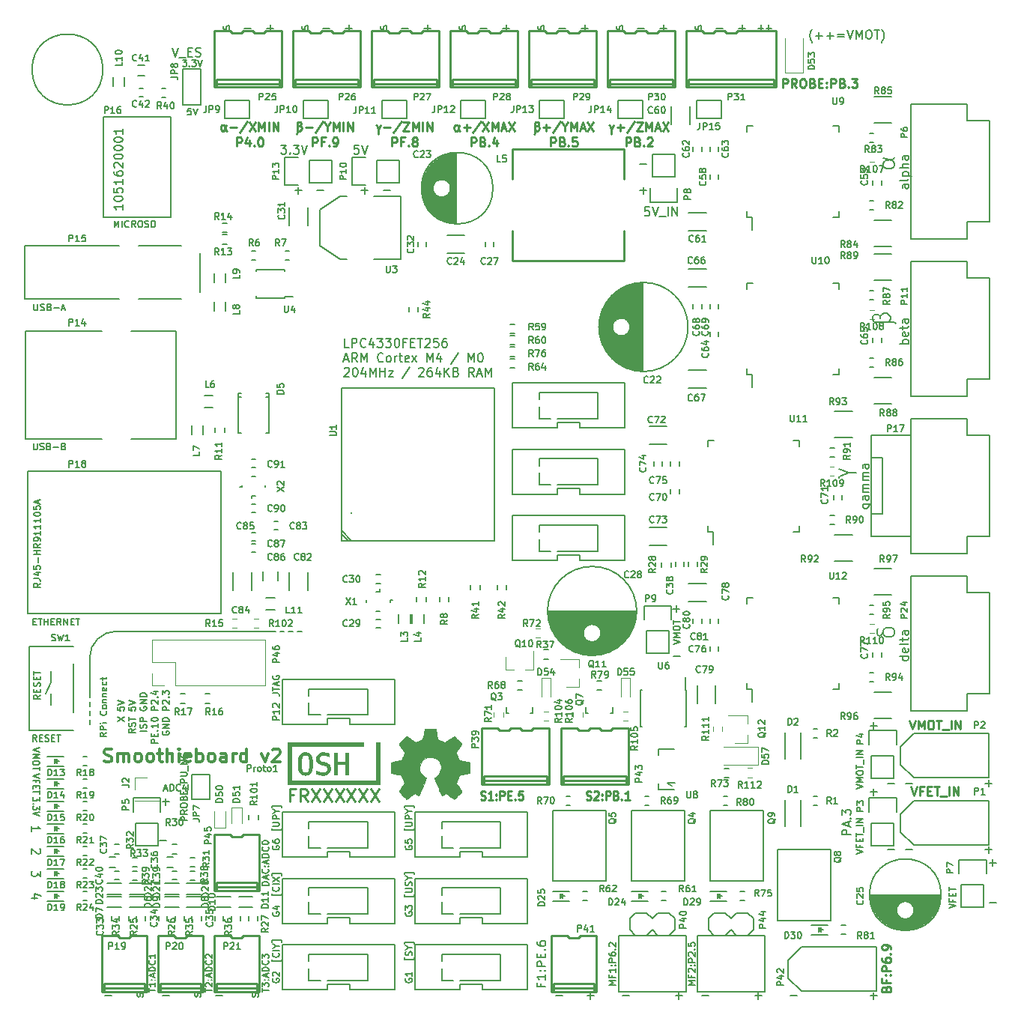
<source format=gto>
G04 #@! TF.FileFunction,Legend,Top*
%FSLAX46Y46*%
G04 Gerber Fmt 4.6, Leading zero omitted, Abs format (unit mm)*
G04 Created by KiCad (PCBNEW 4.0.7) date 02/13/20 09:13:16*
%MOMM*%
%LPD*%
G01*
G04 APERTURE LIST*
%ADD10C,0.100000*%
%ADD11C,0.150000*%
%ADD12C,0.200000*%
%ADD13C,0.250000*%
%ADD14C,0.225000*%
%ADD15C,0.300000*%
%ADD16C,0.254000*%
%ADD17C,0.010000*%
%ADD18C,0.002540*%
%ADD19C,0.203200*%
%ADD20C,0.120000*%
G04 APERTURE END LIST*
D10*
D11*
X118952381Y-116904762D02*
X117952381Y-116904762D01*
X117952381Y-116523809D01*
X118000000Y-116428571D01*
X118047619Y-116380952D01*
X118142857Y-116333333D01*
X118285714Y-116333333D01*
X118380952Y-116380952D01*
X118428571Y-116428571D01*
X118476190Y-116523809D01*
X118476190Y-116904762D01*
X118666667Y-115952381D02*
X118666667Y-115476190D01*
X118952381Y-116047619D02*
X117952381Y-115714286D01*
X118952381Y-115380952D01*
X118857143Y-115047619D02*
X118904762Y-115000000D01*
X118952381Y-115047619D01*
X118904762Y-115095238D01*
X118857143Y-115047619D01*
X118952381Y-115047619D01*
X117952381Y-114666667D02*
X117952381Y-114047619D01*
X118333333Y-114380953D01*
X118333333Y-114238095D01*
X118380952Y-114142857D01*
X118428571Y-114095238D01*
X118523810Y-114047619D01*
X118761905Y-114047619D01*
X118857143Y-114095238D01*
X118904762Y-114142857D01*
X118952381Y-114238095D01*
X118952381Y-114523810D01*
X118904762Y-114619048D01*
X118857143Y-114666667D01*
X114595239Y-27333333D02*
X114547619Y-27285714D01*
X114452381Y-27142857D01*
X114404762Y-27047619D01*
X114357143Y-26904762D01*
X114309524Y-26666667D01*
X114309524Y-26476190D01*
X114357143Y-26238095D01*
X114404762Y-26095238D01*
X114452381Y-26000000D01*
X114547619Y-25857143D01*
X114595239Y-25809524D01*
X114976191Y-26571429D02*
X115738096Y-26571429D01*
X115357144Y-26952381D02*
X115357144Y-26190476D01*
X116214286Y-26571429D02*
X116976191Y-26571429D01*
X116595239Y-26952381D02*
X116595239Y-26190476D01*
X117452381Y-26428571D02*
X118214286Y-26428571D01*
X118214286Y-26714286D02*
X117452381Y-26714286D01*
X118547619Y-25952381D02*
X118880952Y-26952381D01*
X119214286Y-25952381D01*
X119547619Y-26952381D02*
X119547619Y-25952381D01*
X119880953Y-26666667D01*
X120214286Y-25952381D01*
X120214286Y-26952381D01*
X120880952Y-25952381D02*
X121071429Y-25952381D01*
X121166667Y-26000000D01*
X121261905Y-26095238D01*
X121309524Y-26285714D01*
X121309524Y-26619048D01*
X121261905Y-26809524D01*
X121166667Y-26904762D01*
X121071429Y-26952381D01*
X120880952Y-26952381D01*
X120785714Y-26904762D01*
X120690476Y-26809524D01*
X120642857Y-26619048D01*
X120642857Y-26285714D01*
X120690476Y-26095238D01*
X120785714Y-26000000D01*
X120880952Y-25952381D01*
X121595238Y-25952381D02*
X122166667Y-25952381D01*
X121880952Y-26952381D02*
X121880952Y-25952381D01*
X122404762Y-27333333D02*
X122452381Y-27285714D01*
X122547619Y-27142857D01*
X122595238Y-27047619D01*
X122642857Y-26904762D01*
X122690476Y-26666667D01*
X122690476Y-26476190D01*
X122642857Y-26238095D01*
X122595238Y-26095238D01*
X122547619Y-26000000D01*
X122452381Y-25857143D01*
X122404762Y-25809524D01*
X108470000Y-25725429D02*
X109041429Y-25725429D01*
X108755715Y-26106381D02*
X108755715Y-25344476D01*
X109398571Y-25725429D02*
X109970000Y-25725429D01*
X109684286Y-26106381D02*
X109684286Y-25344476D01*
X62214286Y-61802381D02*
X61738095Y-61802381D01*
X61738095Y-60802381D01*
X62547619Y-61802381D02*
X62547619Y-60802381D01*
X62928572Y-60802381D01*
X63023810Y-60850000D01*
X63071429Y-60897619D01*
X63119048Y-60992857D01*
X63119048Y-61135714D01*
X63071429Y-61230952D01*
X63023810Y-61278571D01*
X62928572Y-61326190D01*
X62547619Y-61326190D01*
X64119048Y-61707143D02*
X64071429Y-61754762D01*
X63928572Y-61802381D01*
X63833334Y-61802381D01*
X63690476Y-61754762D01*
X63595238Y-61659524D01*
X63547619Y-61564286D01*
X63500000Y-61373810D01*
X63500000Y-61230952D01*
X63547619Y-61040476D01*
X63595238Y-60945238D01*
X63690476Y-60850000D01*
X63833334Y-60802381D01*
X63928572Y-60802381D01*
X64071429Y-60850000D01*
X64119048Y-60897619D01*
X64976191Y-61135714D02*
X64976191Y-61802381D01*
X64738095Y-60754762D02*
X64500000Y-61469048D01*
X65119048Y-61469048D01*
X65404762Y-60802381D02*
X66023810Y-60802381D01*
X65690476Y-61183333D01*
X65833334Y-61183333D01*
X65928572Y-61230952D01*
X65976191Y-61278571D01*
X66023810Y-61373810D01*
X66023810Y-61611905D01*
X65976191Y-61707143D01*
X65928572Y-61754762D01*
X65833334Y-61802381D01*
X65547619Y-61802381D01*
X65452381Y-61754762D01*
X65404762Y-61707143D01*
X66357143Y-60802381D02*
X66976191Y-60802381D01*
X66642857Y-61183333D01*
X66785715Y-61183333D01*
X66880953Y-61230952D01*
X66928572Y-61278571D01*
X66976191Y-61373810D01*
X66976191Y-61611905D01*
X66928572Y-61707143D01*
X66880953Y-61754762D01*
X66785715Y-61802381D01*
X66500000Y-61802381D01*
X66404762Y-61754762D01*
X66357143Y-61707143D01*
X67595238Y-60802381D02*
X67690477Y-60802381D01*
X67785715Y-60850000D01*
X67833334Y-60897619D01*
X67880953Y-60992857D01*
X67928572Y-61183333D01*
X67928572Y-61421429D01*
X67880953Y-61611905D01*
X67833334Y-61707143D01*
X67785715Y-61754762D01*
X67690477Y-61802381D01*
X67595238Y-61802381D01*
X67500000Y-61754762D01*
X67452381Y-61707143D01*
X67404762Y-61611905D01*
X67357143Y-61421429D01*
X67357143Y-61183333D01*
X67404762Y-60992857D01*
X67452381Y-60897619D01*
X67500000Y-60850000D01*
X67595238Y-60802381D01*
X68690477Y-61278571D02*
X68357143Y-61278571D01*
X68357143Y-61802381D02*
X68357143Y-60802381D01*
X68833334Y-60802381D01*
X69214286Y-61278571D02*
X69547620Y-61278571D01*
X69690477Y-61802381D02*
X69214286Y-61802381D01*
X69214286Y-60802381D01*
X69690477Y-60802381D01*
X69976191Y-60802381D02*
X70547620Y-60802381D01*
X70261905Y-61802381D02*
X70261905Y-60802381D01*
X70833334Y-60897619D02*
X70880953Y-60850000D01*
X70976191Y-60802381D01*
X71214287Y-60802381D01*
X71309525Y-60850000D01*
X71357144Y-60897619D01*
X71404763Y-60992857D01*
X71404763Y-61088095D01*
X71357144Y-61230952D01*
X70785715Y-61802381D01*
X71404763Y-61802381D01*
X72309525Y-60802381D02*
X71833334Y-60802381D01*
X71785715Y-61278571D01*
X71833334Y-61230952D01*
X71928572Y-61183333D01*
X72166668Y-61183333D01*
X72261906Y-61230952D01*
X72309525Y-61278571D01*
X72357144Y-61373810D01*
X72357144Y-61611905D01*
X72309525Y-61707143D01*
X72261906Y-61754762D01*
X72166668Y-61802381D01*
X71928572Y-61802381D01*
X71833334Y-61754762D01*
X71785715Y-61707143D01*
X73214287Y-60802381D02*
X73023810Y-60802381D01*
X72928572Y-60850000D01*
X72880953Y-60897619D01*
X72785715Y-61040476D01*
X72738096Y-61230952D01*
X72738096Y-61611905D01*
X72785715Y-61707143D01*
X72833334Y-61754762D01*
X72928572Y-61802381D01*
X73119049Y-61802381D01*
X73214287Y-61754762D01*
X73261906Y-61707143D01*
X73309525Y-61611905D01*
X73309525Y-61373810D01*
X73261906Y-61278571D01*
X73214287Y-61230952D01*
X73119049Y-61183333D01*
X72928572Y-61183333D01*
X72833334Y-61230952D01*
X72785715Y-61278571D01*
X72738096Y-61373810D01*
X61690476Y-63166667D02*
X62166667Y-63166667D01*
X61595238Y-63452381D02*
X61928571Y-62452381D01*
X62261905Y-63452381D01*
X63166667Y-63452381D02*
X62833333Y-62976190D01*
X62595238Y-63452381D02*
X62595238Y-62452381D01*
X62976191Y-62452381D01*
X63071429Y-62500000D01*
X63119048Y-62547619D01*
X63166667Y-62642857D01*
X63166667Y-62785714D01*
X63119048Y-62880952D01*
X63071429Y-62928571D01*
X62976191Y-62976190D01*
X62595238Y-62976190D01*
X63595238Y-63452381D02*
X63595238Y-62452381D01*
X63928572Y-63166667D01*
X64261905Y-62452381D01*
X64261905Y-63452381D01*
X66071429Y-63357143D02*
X66023810Y-63404762D01*
X65880953Y-63452381D01*
X65785715Y-63452381D01*
X65642857Y-63404762D01*
X65547619Y-63309524D01*
X65500000Y-63214286D01*
X65452381Y-63023810D01*
X65452381Y-62880952D01*
X65500000Y-62690476D01*
X65547619Y-62595238D01*
X65642857Y-62500000D01*
X65785715Y-62452381D01*
X65880953Y-62452381D01*
X66023810Y-62500000D01*
X66071429Y-62547619D01*
X66642857Y-63452381D02*
X66547619Y-63404762D01*
X66500000Y-63357143D01*
X66452381Y-63261905D01*
X66452381Y-62976190D01*
X66500000Y-62880952D01*
X66547619Y-62833333D01*
X66642857Y-62785714D01*
X66785715Y-62785714D01*
X66880953Y-62833333D01*
X66928572Y-62880952D01*
X66976191Y-62976190D01*
X66976191Y-63261905D01*
X66928572Y-63357143D01*
X66880953Y-63404762D01*
X66785715Y-63452381D01*
X66642857Y-63452381D01*
X67404762Y-63452381D02*
X67404762Y-62785714D01*
X67404762Y-62976190D02*
X67452381Y-62880952D01*
X67500000Y-62833333D01*
X67595238Y-62785714D01*
X67690477Y-62785714D01*
X67880953Y-62785714D02*
X68261905Y-62785714D01*
X68023810Y-62452381D02*
X68023810Y-63309524D01*
X68071429Y-63404762D01*
X68166667Y-63452381D01*
X68261905Y-63452381D01*
X68976192Y-63404762D02*
X68880954Y-63452381D01*
X68690477Y-63452381D01*
X68595239Y-63404762D01*
X68547620Y-63309524D01*
X68547620Y-62928571D01*
X68595239Y-62833333D01*
X68690477Y-62785714D01*
X68880954Y-62785714D01*
X68976192Y-62833333D01*
X69023811Y-62928571D01*
X69023811Y-63023810D01*
X68547620Y-63119048D01*
X69357144Y-63452381D02*
X69880954Y-62785714D01*
X69357144Y-62785714D02*
X69880954Y-63452381D01*
X71023811Y-63452381D02*
X71023811Y-62452381D01*
X71357145Y-63166667D01*
X71690478Y-62452381D01*
X71690478Y-63452381D01*
X72595240Y-62785714D02*
X72595240Y-63452381D01*
X72357144Y-62404762D02*
X72119049Y-63119048D01*
X72738097Y-63119048D01*
X74595240Y-62404762D02*
X73738097Y-63690476D01*
X75690478Y-63452381D02*
X75690478Y-62452381D01*
X76023812Y-63166667D01*
X76357145Y-62452381D01*
X76357145Y-63452381D01*
X77023811Y-62452381D02*
X77119050Y-62452381D01*
X77214288Y-62500000D01*
X77261907Y-62547619D01*
X77309526Y-62642857D01*
X77357145Y-62833333D01*
X77357145Y-63071429D01*
X77309526Y-63261905D01*
X77261907Y-63357143D01*
X77214288Y-63404762D01*
X77119050Y-63452381D01*
X77023811Y-63452381D01*
X76928573Y-63404762D01*
X76880954Y-63357143D01*
X76833335Y-63261905D01*
X76785716Y-63071429D01*
X76785716Y-62833333D01*
X76833335Y-62642857D01*
X76880954Y-62547619D01*
X76928573Y-62500000D01*
X77023811Y-62452381D01*
X61690476Y-64197619D02*
X61738095Y-64150000D01*
X61833333Y-64102381D01*
X62071429Y-64102381D01*
X62166667Y-64150000D01*
X62214286Y-64197619D01*
X62261905Y-64292857D01*
X62261905Y-64388095D01*
X62214286Y-64530952D01*
X61642857Y-65102381D01*
X62261905Y-65102381D01*
X62880952Y-64102381D02*
X62976191Y-64102381D01*
X63071429Y-64150000D01*
X63119048Y-64197619D01*
X63166667Y-64292857D01*
X63214286Y-64483333D01*
X63214286Y-64721429D01*
X63166667Y-64911905D01*
X63119048Y-65007143D01*
X63071429Y-65054762D01*
X62976191Y-65102381D01*
X62880952Y-65102381D01*
X62785714Y-65054762D01*
X62738095Y-65007143D01*
X62690476Y-64911905D01*
X62642857Y-64721429D01*
X62642857Y-64483333D01*
X62690476Y-64292857D01*
X62738095Y-64197619D01*
X62785714Y-64150000D01*
X62880952Y-64102381D01*
X64071429Y-64435714D02*
X64071429Y-65102381D01*
X63833333Y-64054762D02*
X63595238Y-64769048D01*
X64214286Y-64769048D01*
X64595238Y-65102381D02*
X64595238Y-64102381D01*
X64928572Y-64816667D01*
X65261905Y-64102381D01*
X65261905Y-65102381D01*
X65738095Y-65102381D02*
X65738095Y-64102381D01*
X65738095Y-64578571D02*
X66309524Y-64578571D01*
X66309524Y-65102381D02*
X66309524Y-64102381D01*
X66690476Y-64435714D02*
X67214286Y-64435714D01*
X66690476Y-65102381D01*
X67214286Y-65102381D01*
X69071429Y-64054762D02*
X68214286Y-65340476D01*
X70119048Y-64197619D02*
X70166667Y-64150000D01*
X70261905Y-64102381D01*
X70500001Y-64102381D01*
X70595239Y-64150000D01*
X70642858Y-64197619D01*
X70690477Y-64292857D01*
X70690477Y-64388095D01*
X70642858Y-64530952D01*
X70071429Y-65102381D01*
X70690477Y-65102381D01*
X71547620Y-64102381D02*
X71357143Y-64102381D01*
X71261905Y-64150000D01*
X71214286Y-64197619D01*
X71119048Y-64340476D01*
X71071429Y-64530952D01*
X71071429Y-64911905D01*
X71119048Y-65007143D01*
X71166667Y-65054762D01*
X71261905Y-65102381D01*
X71452382Y-65102381D01*
X71547620Y-65054762D01*
X71595239Y-65007143D01*
X71642858Y-64911905D01*
X71642858Y-64673810D01*
X71595239Y-64578571D01*
X71547620Y-64530952D01*
X71452382Y-64483333D01*
X71261905Y-64483333D01*
X71166667Y-64530952D01*
X71119048Y-64578571D01*
X71071429Y-64673810D01*
X72500001Y-64435714D02*
X72500001Y-65102381D01*
X72261905Y-64054762D02*
X72023810Y-64769048D01*
X72642858Y-64769048D01*
X73023810Y-65102381D02*
X73023810Y-64102381D01*
X73595239Y-65102381D02*
X73166667Y-64530952D01*
X73595239Y-64102381D02*
X73023810Y-64673810D01*
X74357144Y-64578571D02*
X74500001Y-64626190D01*
X74547620Y-64673810D01*
X74595239Y-64769048D01*
X74595239Y-64911905D01*
X74547620Y-65007143D01*
X74500001Y-65054762D01*
X74404763Y-65102381D01*
X74023810Y-65102381D01*
X74023810Y-64102381D01*
X74357144Y-64102381D01*
X74452382Y-64150000D01*
X74500001Y-64197619D01*
X74547620Y-64292857D01*
X74547620Y-64388095D01*
X74500001Y-64483333D01*
X74452382Y-64530952D01*
X74357144Y-64578571D01*
X74023810Y-64578571D01*
X76357144Y-65102381D02*
X76023810Y-64626190D01*
X75785715Y-65102381D02*
X75785715Y-64102381D01*
X76166668Y-64102381D01*
X76261906Y-64150000D01*
X76309525Y-64197619D01*
X76357144Y-64292857D01*
X76357144Y-64435714D01*
X76309525Y-64530952D01*
X76261906Y-64578571D01*
X76166668Y-64626190D01*
X75785715Y-64626190D01*
X76738096Y-64816667D02*
X77214287Y-64816667D01*
X76642858Y-65102381D02*
X76976191Y-64102381D01*
X77309525Y-65102381D01*
X77642858Y-65102381D02*
X77642858Y-64102381D01*
X77976192Y-64816667D01*
X78309525Y-64102381D01*
X78309525Y-65102381D01*
X42257143Y-27952381D02*
X42590476Y-28952381D01*
X42923810Y-27952381D01*
X43019048Y-29047619D02*
X43780953Y-29047619D01*
X44019048Y-28428571D02*
X44352382Y-28428571D01*
X44495239Y-28952381D02*
X44019048Y-28952381D01*
X44019048Y-27952381D01*
X44495239Y-27952381D01*
X44876191Y-28904762D02*
X45019048Y-28952381D01*
X45257144Y-28952381D01*
X45352382Y-28904762D01*
X45400001Y-28857143D01*
X45447620Y-28761905D01*
X45447620Y-28666667D01*
X45400001Y-28571429D01*
X45352382Y-28523810D01*
X45257144Y-28476190D01*
X45066667Y-28428571D01*
X44971429Y-28380952D01*
X44923810Y-28333333D01*
X44876191Y-28238095D01*
X44876191Y-28142857D01*
X44923810Y-28047619D01*
X44971429Y-28000000D01*
X45066667Y-27952381D01*
X45304763Y-27952381D01*
X45447620Y-28000000D01*
X44357143Y-34789286D02*
X44000000Y-34789286D01*
X43964286Y-35146429D01*
X44000000Y-35110714D01*
X44071429Y-35075000D01*
X44250000Y-35075000D01*
X44321429Y-35110714D01*
X44357143Y-35146429D01*
X44392858Y-35217857D01*
X44392858Y-35396429D01*
X44357143Y-35467857D01*
X44321429Y-35503571D01*
X44250000Y-35539286D01*
X44071429Y-35539286D01*
X44000000Y-35503571D01*
X43964286Y-35467857D01*
X44607144Y-34789286D02*
X44857144Y-35539286D01*
X45107144Y-34789286D01*
X43392857Y-29289286D02*
X43857143Y-29289286D01*
X43607143Y-29575000D01*
X43714285Y-29575000D01*
X43785714Y-29610714D01*
X43821428Y-29646429D01*
X43857143Y-29717857D01*
X43857143Y-29896429D01*
X43821428Y-29967857D01*
X43785714Y-30003571D01*
X43714285Y-30039286D01*
X43500000Y-30039286D01*
X43428571Y-30003571D01*
X43392857Y-29967857D01*
X44178571Y-29967857D02*
X44214286Y-30003571D01*
X44178571Y-30039286D01*
X44142857Y-30003571D01*
X44178571Y-29967857D01*
X44178571Y-30039286D01*
X44464286Y-29289286D02*
X44928572Y-29289286D01*
X44678572Y-29575000D01*
X44785714Y-29575000D01*
X44857143Y-29610714D01*
X44892857Y-29646429D01*
X44928572Y-29717857D01*
X44928572Y-29896429D01*
X44892857Y-29967857D01*
X44857143Y-30003571D01*
X44785714Y-30039286D01*
X44571429Y-30039286D01*
X44500000Y-30003571D01*
X44464286Y-29967857D01*
X45142858Y-29289286D02*
X45392858Y-30039286D01*
X45642858Y-29289286D01*
X84224762Y-25868286D02*
X84272381Y-25773048D01*
X84272381Y-25582572D01*
X84224762Y-25487333D01*
X84129524Y-25439714D01*
X84081905Y-25439714D01*
X83986667Y-25487333D01*
X83939048Y-25582572D01*
X83939048Y-25725429D01*
X83891429Y-25820667D01*
X83796190Y-25868286D01*
X83748571Y-25868286D01*
X83653333Y-25820667D01*
X83605714Y-25725429D01*
X83605714Y-25582572D01*
X83653333Y-25487333D01*
X88519048Y-25725429D02*
X89280953Y-25725429D01*
X88900001Y-26106381D02*
X88900001Y-25344476D01*
X85979048Y-25725429D02*
X86740953Y-25725429D01*
X103759048Y-25725429D02*
X104520953Y-25725429D01*
X106299048Y-25725429D02*
X107060953Y-25725429D01*
X106680001Y-26106381D02*
X106680001Y-25344476D01*
X102004762Y-25868286D02*
X102052381Y-25773048D01*
X102052381Y-25582572D01*
X102004762Y-25487333D01*
X101909524Y-25439714D01*
X101861905Y-25439714D01*
X101766667Y-25487333D01*
X101719048Y-25582572D01*
X101719048Y-25725429D01*
X101671429Y-25820667D01*
X101576190Y-25868286D01*
X101528571Y-25868286D01*
X101433333Y-25820667D01*
X101385714Y-25725429D01*
X101385714Y-25582572D01*
X101433333Y-25487333D01*
X93114762Y-25868286D02*
X93162381Y-25773048D01*
X93162381Y-25582572D01*
X93114762Y-25487333D01*
X93019524Y-25439714D01*
X92971905Y-25439714D01*
X92876667Y-25487333D01*
X92829048Y-25582572D01*
X92829048Y-25725429D01*
X92781429Y-25820667D01*
X92686190Y-25868286D01*
X92638571Y-25868286D01*
X92543333Y-25820667D01*
X92495714Y-25725429D01*
X92495714Y-25582572D01*
X92543333Y-25487333D01*
X97409048Y-25725429D02*
X98170953Y-25725429D01*
X97790001Y-26106381D02*
X97790001Y-25344476D01*
X94869048Y-25725429D02*
X95630953Y-25725429D01*
X68199048Y-25725429D02*
X68960953Y-25725429D01*
X70739048Y-25725429D02*
X71500953Y-25725429D01*
X71120001Y-26106381D02*
X71120001Y-25344476D01*
X66444762Y-25868286D02*
X66492381Y-25773048D01*
X66492381Y-25582572D01*
X66444762Y-25487333D01*
X66349524Y-25439714D01*
X66301905Y-25439714D01*
X66206667Y-25487333D01*
X66159048Y-25582572D01*
X66159048Y-25725429D01*
X66111429Y-25820667D01*
X66016190Y-25868286D01*
X65968571Y-25868286D01*
X65873333Y-25820667D01*
X65825714Y-25725429D01*
X65825714Y-25582572D01*
X65873333Y-25487333D01*
X75334762Y-25868286D02*
X75382381Y-25773048D01*
X75382381Y-25582572D01*
X75334762Y-25487333D01*
X75239524Y-25439714D01*
X75191905Y-25439714D01*
X75096667Y-25487333D01*
X75049048Y-25582572D01*
X75049048Y-25725429D01*
X75001429Y-25820667D01*
X74906190Y-25868286D01*
X74858571Y-25868286D01*
X74763333Y-25820667D01*
X74715714Y-25725429D01*
X74715714Y-25582572D01*
X74763333Y-25487333D01*
X79629048Y-25725429D02*
X80390953Y-25725429D01*
X80010001Y-26106381D02*
X80010001Y-25344476D01*
X77089048Y-25725429D02*
X77850953Y-25725429D01*
X59309048Y-25725429D02*
X60070953Y-25725429D01*
X61849048Y-25725429D02*
X62610953Y-25725429D01*
X62230001Y-26106381D02*
X62230001Y-25344476D01*
X57554762Y-25868286D02*
X57602381Y-25773048D01*
X57602381Y-25582572D01*
X57554762Y-25487333D01*
X57459524Y-25439714D01*
X57411905Y-25439714D01*
X57316667Y-25487333D01*
X57269048Y-25582572D01*
X57269048Y-25725429D01*
X57221429Y-25820667D01*
X57126190Y-25868286D01*
X57078571Y-25868286D01*
X56983333Y-25820667D01*
X56935714Y-25725429D01*
X56935714Y-25582572D01*
X56983333Y-25487333D01*
X48664762Y-25868286D02*
X48712381Y-25773048D01*
X48712381Y-25582572D01*
X48664762Y-25487333D01*
X48569524Y-25439714D01*
X48521905Y-25439714D01*
X48426667Y-25487333D01*
X48379048Y-25582572D01*
X48379048Y-25725429D01*
X48331429Y-25820667D01*
X48236190Y-25868286D01*
X48188571Y-25868286D01*
X48093333Y-25820667D01*
X48045714Y-25725429D01*
X48045714Y-25582572D01*
X48093333Y-25487333D01*
X52959048Y-25725429D02*
X53720953Y-25725429D01*
X53340001Y-26106381D02*
X53340001Y-25344476D01*
X50419048Y-25725429D02*
X51180953Y-25725429D01*
X58619048Y-44071429D02*
X59380953Y-44071429D01*
X66119048Y-44071429D02*
X66880953Y-44071429D01*
X56119048Y-44071429D02*
X56880953Y-44071429D01*
X56500001Y-44452381D02*
X56500001Y-43690476D01*
X63619048Y-44071429D02*
X64380953Y-44071429D01*
X64000001Y-44452381D02*
X64000001Y-43690476D01*
X54523810Y-38952381D02*
X55142858Y-38952381D01*
X54809524Y-39333333D01*
X54952382Y-39333333D01*
X55047620Y-39380952D01*
X55095239Y-39428571D01*
X55142858Y-39523810D01*
X55142858Y-39761905D01*
X55095239Y-39857143D01*
X55047620Y-39904762D01*
X54952382Y-39952381D01*
X54666667Y-39952381D01*
X54571429Y-39904762D01*
X54523810Y-39857143D01*
X55571429Y-39857143D02*
X55619048Y-39904762D01*
X55571429Y-39952381D01*
X55523810Y-39904762D01*
X55571429Y-39857143D01*
X55571429Y-39952381D01*
X55952381Y-38952381D02*
X56571429Y-38952381D01*
X56238095Y-39333333D01*
X56380953Y-39333333D01*
X56476191Y-39380952D01*
X56523810Y-39428571D01*
X56571429Y-39523810D01*
X56571429Y-39761905D01*
X56523810Y-39857143D01*
X56476191Y-39904762D01*
X56380953Y-39952381D01*
X56095238Y-39952381D01*
X56000000Y-39904762D01*
X55952381Y-39857143D01*
X56857143Y-38952381D02*
X57190476Y-39952381D01*
X57523810Y-38952381D01*
X63309524Y-38952381D02*
X62833333Y-38952381D01*
X62785714Y-39428571D01*
X62833333Y-39380952D01*
X62928571Y-39333333D01*
X63166667Y-39333333D01*
X63261905Y-39380952D01*
X63309524Y-39428571D01*
X63357143Y-39523810D01*
X63357143Y-39761905D01*
X63309524Y-39857143D01*
X63261905Y-39904762D01*
X63166667Y-39952381D01*
X62928571Y-39952381D01*
X62833333Y-39904762D01*
X62785714Y-39857143D01*
X63642857Y-38952381D02*
X63976190Y-39952381D01*
X64309524Y-38952381D01*
X96166667Y-45952381D02*
X95690476Y-45952381D01*
X95642857Y-46428571D01*
X95690476Y-46380952D01*
X95785714Y-46333333D01*
X96023810Y-46333333D01*
X96119048Y-46380952D01*
X96166667Y-46428571D01*
X96214286Y-46523810D01*
X96214286Y-46761905D01*
X96166667Y-46857143D01*
X96119048Y-46904762D01*
X96023810Y-46952381D01*
X95785714Y-46952381D01*
X95690476Y-46904762D01*
X95642857Y-46857143D01*
X96500000Y-45952381D02*
X96833333Y-46952381D01*
X97166667Y-45952381D01*
X97261905Y-47047619D02*
X98023810Y-47047619D01*
X98261905Y-46952381D02*
X98261905Y-45952381D01*
X98738095Y-46952381D02*
X98738095Y-45952381D01*
X99309524Y-46952381D01*
X99309524Y-45952381D01*
X95119048Y-44071429D02*
X95880953Y-44071429D01*
X95500001Y-44452381D02*
X95500001Y-43690476D01*
X95119048Y-41071429D02*
X95880953Y-41071429D01*
D12*
X122571429Y-93857143D02*
X122571429Y-94142857D01*
X122666667Y-94333333D01*
X122761905Y-94428572D01*
X122952381Y-94523810D01*
X123523810Y-94523810D01*
X123714286Y-94428572D01*
X123809524Y-94333333D01*
X123904762Y-94142857D01*
X123904762Y-93857143D01*
X123809524Y-93666667D01*
X123714286Y-93571429D01*
X123523810Y-93476191D01*
X122952381Y-93476191D01*
X122761905Y-93571429D01*
X122666667Y-93666667D01*
X122571429Y-93857143D01*
X122476190Y-94142857D01*
X122380952Y-94333333D01*
X122190476Y-94428572D01*
X122000000Y-94333333D01*
X121904762Y-94142857D01*
X121904762Y-93761905D01*
X122000000Y-93571429D01*
X118714286Y-76000000D02*
X119571429Y-76000000D01*
X117571429Y-76571429D02*
X117571429Y-76476191D01*
X117666667Y-76380953D01*
X118714286Y-76000000D01*
X117571429Y-75523810D01*
X122261905Y-58357143D02*
X122357143Y-58166667D01*
X122452381Y-58071429D01*
X122642857Y-57976191D01*
X123023810Y-57976191D01*
X123214286Y-58071429D01*
X123309524Y-58166667D01*
X123404762Y-58357143D01*
X123404762Y-58642857D01*
X123309524Y-58833333D01*
X123214286Y-58928572D01*
X124071429Y-59119048D02*
X123976190Y-59023810D01*
X123785714Y-58928572D01*
X121690476Y-58928572D01*
X121500000Y-58833333D01*
X121404762Y-58642857D01*
X121404762Y-58357143D01*
X121500000Y-58166667D01*
X121690476Y-58071429D01*
X121976190Y-58071429D01*
X122166667Y-58166667D01*
X122261905Y-58357143D01*
X122261905Y-58547619D01*
D11*
X120285714Y-79523809D02*
X121095238Y-79523809D01*
X121190476Y-79571428D01*
X121238095Y-79619047D01*
X121285714Y-79714286D01*
X121285714Y-79857143D01*
X121238095Y-79952381D01*
X120904762Y-79523809D02*
X120952381Y-79619047D01*
X120952381Y-79809524D01*
X120904762Y-79904762D01*
X120857143Y-79952381D01*
X120761905Y-80000000D01*
X120476190Y-80000000D01*
X120380952Y-79952381D01*
X120333333Y-79904762D01*
X120285714Y-79809524D01*
X120285714Y-79619047D01*
X120333333Y-79523809D01*
X120952381Y-78619047D02*
X120428571Y-78619047D01*
X120333333Y-78666666D01*
X120285714Y-78761904D01*
X120285714Y-78952381D01*
X120333333Y-79047619D01*
X120904762Y-78619047D02*
X120952381Y-78714285D01*
X120952381Y-78952381D01*
X120904762Y-79047619D01*
X120809524Y-79095238D01*
X120714286Y-79095238D01*
X120619048Y-79047619D01*
X120571429Y-78952381D01*
X120571429Y-78714285D01*
X120523810Y-78619047D01*
X120952381Y-78142857D02*
X120285714Y-78142857D01*
X120380952Y-78142857D02*
X120333333Y-78095238D01*
X120285714Y-78000000D01*
X120285714Y-77857142D01*
X120333333Y-77761904D01*
X120428571Y-77714285D01*
X120952381Y-77714285D01*
X120428571Y-77714285D02*
X120333333Y-77666666D01*
X120285714Y-77571428D01*
X120285714Y-77428571D01*
X120333333Y-77333333D01*
X120428571Y-77285714D01*
X120952381Y-77285714D01*
X120952381Y-76809524D02*
X120285714Y-76809524D01*
X120380952Y-76809524D02*
X120333333Y-76761905D01*
X120285714Y-76666667D01*
X120285714Y-76523809D01*
X120333333Y-76428571D01*
X120428571Y-76380952D01*
X120952381Y-76380952D01*
X120428571Y-76380952D02*
X120333333Y-76333333D01*
X120285714Y-76238095D01*
X120285714Y-76095238D01*
X120333333Y-76000000D01*
X120428571Y-75952381D01*
X120952381Y-75952381D01*
X120952381Y-75047619D02*
X120428571Y-75047619D01*
X120333333Y-75095238D01*
X120285714Y-75190476D01*
X120285714Y-75380953D01*
X120333333Y-75476191D01*
X120904762Y-75047619D02*
X120952381Y-75142857D01*
X120952381Y-75380953D01*
X120904762Y-75476191D01*
X120809524Y-75523810D01*
X120714286Y-75523810D01*
X120619048Y-75476191D01*
X120571429Y-75380953D01*
X120571429Y-75142857D01*
X120523810Y-75047619D01*
X125452381Y-96714286D02*
X124452381Y-96714286D01*
X125404762Y-96714286D02*
X125452381Y-96809524D01*
X125452381Y-97000001D01*
X125404762Y-97095239D01*
X125357143Y-97142858D01*
X125261905Y-97190477D01*
X124976190Y-97190477D01*
X124880952Y-97142858D01*
X124833333Y-97095239D01*
X124785714Y-97000001D01*
X124785714Y-96809524D01*
X124833333Y-96714286D01*
X125404762Y-95857143D02*
X125452381Y-95952381D01*
X125452381Y-96142858D01*
X125404762Y-96238096D01*
X125309524Y-96285715D01*
X124928571Y-96285715D01*
X124833333Y-96238096D01*
X124785714Y-96142858D01*
X124785714Y-95952381D01*
X124833333Y-95857143D01*
X124928571Y-95809524D01*
X125023810Y-95809524D01*
X125119048Y-96285715D01*
X125452381Y-95238096D02*
X125404762Y-95333334D01*
X125309524Y-95380953D01*
X124452381Y-95380953D01*
X124785714Y-95000000D02*
X124785714Y-94619048D01*
X124452381Y-94857143D02*
X125309524Y-94857143D01*
X125404762Y-94809524D01*
X125452381Y-94714286D01*
X125452381Y-94619048D01*
X125452381Y-93857142D02*
X124928571Y-93857142D01*
X124833333Y-93904761D01*
X124785714Y-93999999D01*
X124785714Y-94190476D01*
X124833333Y-94285714D01*
X125404762Y-93857142D02*
X125452381Y-93952380D01*
X125452381Y-94190476D01*
X125404762Y-94285714D01*
X125309524Y-94333333D01*
X125214286Y-94333333D01*
X125119048Y-94285714D01*
X125071429Y-94190476D01*
X125071429Y-93952380D01*
X125023810Y-93857142D01*
X125452381Y-61380953D02*
X124452381Y-61380953D01*
X124833333Y-61380953D02*
X124785714Y-61285715D01*
X124785714Y-61095238D01*
X124833333Y-61000000D01*
X124880952Y-60952381D01*
X124976190Y-60904762D01*
X125261905Y-60904762D01*
X125357143Y-60952381D01*
X125404762Y-61000000D01*
X125452381Y-61095238D01*
X125452381Y-61285715D01*
X125404762Y-61380953D01*
X125404762Y-60095238D02*
X125452381Y-60190476D01*
X125452381Y-60380953D01*
X125404762Y-60476191D01*
X125309524Y-60523810D01*
X124928571Y-60523810D01*
X124833333Y-60476191D01*
X124785714Y-60380953D01*
X124785714Y-60190476D01*
X124833333Y-60095238D01*
X124928571Y-60047619D01*
X125023810Y-60047619D01*
X125119048Y-60523810D01*
X124785714Y-59761905D02*
X124785714Y-59380953D01*
X124452381Y-59619048D02*
X125309524Y-59619048D01*
X125404762Y-59571429D01*
X125452381Y-59476191D01*
X125452381Y-59380953D01*
X125452381Y-58619047D02*
X124928571Y-58619047D01*
X124833333Y-58666666D01*
X124785714Y-58761904D01*
X124785714Y-58952381D01*
X124833333Y-59047619D01*
X125404762Y-58619047D02*
X125452381Y-58714285D01*
X125452381Y-58952381D01*
X125404762Y-59047619D01*
X125309524Y-59095238D01*
X125214286Y-59095238D01*
X125119048Y-59047619D01*
X125071429Y-58952381D01*
X125071429Y-58714285D01*
X125023810Y-58619047D01*
D12*
X122571429Y-40380952D02*
X123523810Y-40666667D01*
X123714286Y-40761905D01*
X123809524Y-40857143D01*
X123904762Y-41047619D01*
X123904762Y-41238095D01*
X123809524Y-41428571D01*
X123714286Y-41523810D01*
X123428571Y-41619048D01*
X123047619Y-41619048D01*
X122761905Y-41523810D01*
X122666667Y-41428571D01*
X122571429Y-41238095D01*
X122571429Y-41047619D01*
X122666667Y-40857143D01*
X122761905Y-40761905D01*
X122952381Y-40666667D01*
X123619048Y-40571429D01*
X123809524Y-40476190D01*
X123904762Y-40285714D01*
D11*
X125452381Y-43404762D02*
X124928571Y-43404762D01*
X124833333Y-43452381D01*
X124785714Y-43547619D01*
X124785714Y-43738096D01*
X124833333Y-43833334D01*
X125404762Y-43404762D02*
X125452381Y-43500000D01*
X125452381Y-43738096D01*
X125404762Y-43833334D01*
X125309524Y-43880953D01*
X125214286Y-43880953D01*
X125119048Y-43833334D01*
X125071429Y-43738096D01*
X125071429Y-43500000D01*
X125023810Y-43404762D01*
X125452381Y-42785715D02*
X125404762Y-42880953D01*
X125309524Y-42928572D01*
X124452381Y-42928572D01*
X124785714Y-42404762D02*
X125785714Y-42404762D01*
X124833333Y-42404762D02*
X124785714Y-42309524D01*
X124785714Y-42119047D01*
X124833333Y-42023809D01*
X124880952Y-41976190D01*
X124976190Y-41928571D01*
X125261905Y-41928571D01*
X125357143Y-41976190D01*
X125404762Y-42023809D01*
X125452381Y-42119047D01*
X125452381Y-42309524D01*
X125404762Y-42404762D01*
X125452381Y-41500000D02*
X124452381Y-41500000D01*
X125452381Y-41071428D02*
X124928571Y-41071428D01*
X124833333Y-41119047D01*
X124785714Y-41214285D01*
X124785714Y-41357143D01*
X124833333Y-41452381D01*
X124880952Y-41500000D01*
X125452381Y-40166666D02*
X124928571Y-40166666D01*
X124833333Y-40214285D01*
X124785714Y-40309523D01*
X124785714Y-40500000D01*
X124833333Y-40595238D01*
X125404762Y-40166666D02*
X125452381Y-40261904D01*
X125452381Y-40500000D01*
X125404762Y-40595238D01*
X125309524Y-40642857D01*
X125214286Y-40642857D01*
X125119048Y-40595238D01*
X125071429Y-40500000D01*
X125071429Y-40261904D01*
X125023810Y-40166666D01*
D13*
X56000001Y-112400000D02*
X55533334Y-112400000D01*
X55533334Y-113133333D02*
X55533334Y-111733333D01*
X56200001Y-111733333D01*
X57533334Y-113133333D02*
X57066668Y-112466667D01*
X56733334Y-113133333D02*
X56733334Y-111733333D01*
X57266668Y-111733333D01*
X57400001Y-111800000D01*
X57466668Y-111866667D01*
X57533334Y-112000000D01*
X57533334Y-112200000D01*
X57466668Y-112333333D01*
X57400001Y-112400000D01*
X57266668Y-112466667D01*
X56733334Y-112466667D01*
X58000001Y-111733333D02*
X58933334Y-113133333D01*
X58933334Y-111733333D02*
X58000001Y-113133333D01*
X59333334Y-111733333D02*
X60266667Y-113133333D01*
X60266667Y-111733333D02*
X59333334Y-113133333D01*
X60666667Y-111733333D02*
X61600000Y-113133333D01*
X61600000Y-111733333D02*
X60666667Y-113133333D01*
X62000000Y-111733333D02*
X62933333Y-113133333D01*
X62933333Y-111733333D02*
X62000000Y-113133333D01*
X63333333Y-111733333D02*
X64266666Y-113133333D01*
X64266666Y-111733333D02*
X63333333Y-113133333D01*
X64666666Y-111733333D02*
X65599999Y-113133333D01*
X65599999Y-111733333D02*
X64666666Y-113133333D01*
D11*
X40819048Y-117571429D02*
X41580953Y-117571429D01*
X41119048Y-113171429D02*
X41880953Y-113171429D01*
X41500001Y-113552381D02*
X41500001Y-112790476D01*
X41314286Y-111725000D02*
X41671429Y-111725000D01*
X41242858Y-111939286D02*
X41492858Y-111189286D01*
X41742858Y-111939286D01*
X41992857Y-111939286D02*
X41992857Y-111189286D01*
X42171429Y-111189286D01*
X42278572Y-111225000D01*
X42350000Y-111296429D01*
X42385715Y-111367857D01*
X42421429Y-111510714D01*
X42421429Y-111617857D01*
X42385715Y-111760714D01*
X42350000Y-111832143D01*
X42278572Y-111903571D01*
X42171429Y-111939286D01*
X41992857Y-111939286D01*
X43171429Y-111867857D02*
X43135715Y-111903571D01*
X43028572Y-111939286D01*
X42957143Y-111939286D01*
X42850000Y-111903571D01*
X42778572Y-111832143D01*
X42742857Y-111760714D01*
X42707143Y-111617857D01*
X42707143Y-111510714D01*
X42742857Y-111367857D01*
X42778572Y-111296429D01*
X42850000Y-111225000D01*
X42957143Y-111189286D01*
X43028572Y-111189286D01*
X43135715Y-111225000D01*
X43171429Y-111260714D01*
X43814286Y-111439286D02*
X43814286Y-111939286D01*
X43635715Y-111153571D02*
X43457143Y-111689286D01*
X43921429Y-111689286D01*
X53139286Y-122600000D02*
X52389286Y-122600000D01*
X52389286Y-122421428D01*
X52425000Y-122314285D01*
X52496429Y-122242857D01*
X52567857Y-122207142D01*
X52710714Y-122171428D01*
X52817857Y-122171428D01*
X52960714Y-122207142D01*
X53032143Y-122242857D01*
X53103571Y-122314285D01*
X53139286Y-122421428D01*
X53139286Y-122600000D01*
X52925000Y-121885714D02*
X52925000Y-121528571D01*
X53139286Y-121957142D02*
X52389286Y-121707142D01*
X53139286Y-121457142D01*
X53067857Y-120778571D02*
X53103571Y-120814285D01*
X53139286Y-120921428D01*
X53139286Y-120992857D01*
X53103571Y-121100000D01*
X53032143Y-121171428D01*
X52960714Y-121207143D01*
X52817857Y-121242857D01*
X52710714Y-121242857D01*
X52567857Y-121207143D01*
X52496429Y-121171428D01*
X52425000Y-121100000D01*
X52389286Y-120992857D01*
X52389286Y-120921428D01*
X52425000Y-120814285D01*
X52460714Y-120778571D01*
X53067857Y-120457143D02*
X53103571Y-120421428D01*
X53139286Y-120457143D01*
X53103571Y-120492857D01*
X53067857Y-120457143D01*
X53139286Y-120457143D01*
X52675000Y-120457143D02*
X52710714Y-120421428D01*
X52746429Y-120457143D01*
X52710714Y-120492857D01*
X52675000Y-120457143D01*
X52746429Y-120457143D01*
X52925000Y-120135714D02*
X52925000Y-119778571D01*
X53139286Y-120207142D02*
X52389286Y-119957142D01*
X53139286Y-119707142D01*
X53139286Y-119457143D02*
X52389286Y-119457143D01*
X52389286Y-119278571D01*
X52425000Y-119171428D01*
X52496429Y-119100000D01*
X52567857Y-119064285D01*
X52710714Y-119028571D01*
X52817857Y-119028571D01*
X52960714Y-119064285D01*
X53032143Y-119100000D01*
X53103571Y-119171428D01*
X53139286Y-119278571D01*
X53139286Y-119457143D01*
X53067857Y-118278571D02*
X53103571Y-118314285D01*
X53139286Y-118421428D01*
X53139286Y-118492857D01*
X53103571Y-118600000D01*
X53032143Y-118671428D01*
X52960714Y-118707143D01*
X52817857Y-118742857D01*
X52710714Y-118742857D01*
X52567857Y-118707143D01*
X52496429Y-118671428D01*
X52425000Y-118600000D01*
X52389286Y-118492857D01*
X52389286Y-118421428D01*
X52425000Y-118314285D01*
X52460714Y-118278571D01*
X52389286Y-117814285D02*
X52389286Y-117742857D01*
X52425000Y-117671428D01*
X52460714Y-117635714D01*
X52532143Y-117600000D01*
X52675000Y-117564285D01*
X52853571Y-117564285D01*
X52996429Y-117600000D01*
X53067857Y-117635714D01*
X53103571Y-117671428D01*
X53139286Y-117742857D01*
X53139286Y-117814285D01*
X53103571Y-117885714D01*
X53067857Y-117921428D01*
X52996429Y-117957143D01*
X52853571Y-117992857D01*
X52675000Y-117992857D01*
X52532143Y-117957143D01*
X52460714Y-117921428D01*
X52425000Y-117885714D01*
X52389286Y-117814285D01*
X52389286Y-134678571D02*
X52389286Y-134250000D01*
X53139286Y-134464286D02*
X52389286Y-134464286D01*
X52389286Y-134071428D02*
X52389286Y-133607142D01*
X52675000Y-133857142D01*
X52675000Y-133750000D01*
X52710714Y-133678571D01*
X52746429Y-133642857D01*
X52817857Y-133607142D01*
X52996429Y-133607142D01*
X53067857Y-133642857D01*
X53103571Y-133678571D01*
X53139286Y-133750000D01*
X53139286Y-133964285D01*
X53103571Y-134035714D01*
X53067857Y-134071428D01*
X53067857Y-133285714D02*
X53103571Y-133249999D01*
X53139286Y-133285714D01*
X53103571Y-133321428D01*
X53067857Y-133285714D01*
X53139286Y-133285714D01*
X52675000Y-133285714D02*
X52710714Y-133249999D01*
X52746429Y-133285714D01*
X52710714Y-133321428D01*
X52675000Y-133285714D01*
X52746429Y-133285714D01*
X52925000Y-132964285D02*
X52925000Y-132607142D01*
X53139286Y-133035713D02*
X52389286Y-132785713D01*
X53139286Y-132535713D01*
X53139286Y-132285714D02*
X52389286Y-132285714D01*
X52389286Y-132107142D01*
X52425000Y-131999999D01*
X52496429Y-131928571D01*
X52567857Y-131892856D01*
X52710714Y-131857142D01*
X52817857Y-131857142D01*
X52960714Y-131892856D01*
X53032143Y-131928571D01*
X53103571Y-131999999D01*
X53139286Y-132107142D01*
X53139286Y-132285714D01*
X53067857Y-131107142D02*
X53103571Y-131142856D01*
X53139286Y-131249999D01*
X53139286Y-131321428D01*
X53103571Y-131428571D01*
X53032143Y-131499999D01*
X52960714Y-131535714D01*
X52817857Y-131571428D01*
X52710714Y-131571428D01*
X52567857Y-131535714D01*
X52496429Y-131499999D01*
X52425000Y-131428571D01*
X52389286Y-131321428D01*
X52389286Y-131249999D01*
X52425000Y-131142856D01*
X52460714Y-131107142D01*
X52389286Y-130857142D02*
X52389286Y-130392856D01*
X52675000Y-130642856D01*
X52675000Y-130535714D01*
X52710714Y-130464285D01*
X52746429Y-130428571D01*
X52817857Y-130392856D01*
X52996429Y-130392856D01*
X53067857Y-130428571D01*
X53103571Y-130464285D01*
X53139286Y-130535714D01*
X53139286Y-130749999D01*
X53103571Y-130821428D01*
X53067857Y-130857142D01*
X45989286Y-134678571D02*
X45989286Y-134250000D01*
X46739286Y-134464286D02*
X45989286Y-134464286D01*
X46060714Y-134035714D02*
X46025000Y-134000000D01*
X45989286Y-133928571D01*
X45989286Y-133750000D01*
X46025000Y-133678571D01*
X46060714Y-133642857D01*
X46132143Y-133607142D01*
X46203571Y-133607142D01*
X46310714Y-133642857D01*
X46739286Y-134071428D01*
X46739286Y-133607142D01*
X46667857Y-133285714D02*
X46703571Y-133249999D01*
X46739286Y-133285714D01*
X46703571Y-133321428D01*
X46667857Y-133285714D01*
X46739286Y-133285714D01*
X46275000Y-133285714D02*
X46310714Y-133249999D01*
X46346429Y-133285714D01*
X46310714Y-133321428D01*
X46275000Y-133285714D01*
X46346429Y-133285714D01*
X46525000Y-132964285D02*
X46525000Y-132607142D01*
X46739286Y-133035713D02*
X45989286Y-132785713D01*
X46739286Y-132535713D01*
X46739286Y-132285714D02*
X45989286Y-132285714D01*
X45989286Y-132107142D01*
X46025000Y-131999999D01*
X46096429Y-131928571D01*
X46167857Y-131892856D01*
X46310714Y-131857142D01*
X46417857Y-131857142D01*
X46560714Y-131892856D01*
X46632143Y-131928571D01*
X46703571Y-131999999D01*
X46739286Y-132107142D01*
X46739286Y-132285714D01*
X46667857Y-131107142D02*
X46703571Y-131142856D01*
X46739286Y-131249999D01*
X46739286Y-131321428D01*
X46703571Y-131428571D01*
X46632143Y-131499999D01*
X46560714Y-131535714D01*
X46417857Y-131571428D01*
X46310714Y-131571428D01*
X46167857Y-131535714D01*
X46096429Y-131499999D01*
X46025000Y-131428571D01*
X45989286Y-131321428D01*
X45989286Y-131249999D01*
X46025000Y-131142856D01*
X46060714Y-131107142D01*
X46060714Y-130821428D02*
X46025000Y-130785714D01*
X45989286Y-130714285D01*
X45989286Y-130535714D01*
X46025000Y-130464285D01*
X46060714Y-130428571D01*
X46132143Y-130392856D01*
X46203571Y-130392856D01*
X46310714Y-130428571D01*
X46739286Y-130857142D01*
X46739286Y-130392856D01*
X39589286Y-134678571D02*
X39589286Y-134250000D01*
X40339286Y-134464286D02*
X39589286Y-134464286D01*
X40339286Y-133607142D02*
X40339286Y-134035714D01*
X40339286Y-133821428D02*
X39589286Y-133821428D01*
X39696429Y-133892857D01*
X39767857Y-133964285D01*
X39803571Y-134035714D01*
X40267857Y-133285714D02*
X40303571Y-133249999D01*
X40339286Y-133285714D01*
X40303571Y-133321428D01*
X40267857Y-133285714D01*
X40339286Y-133285714D01*
X39875000Y-133285714D02*
X39910714Y-133249999D01*
X39946429Y-133285714D01*
X39910714Y-133321428D01*
X39875000Y-133285714D01*
X39946429Y-133285714D01*
X40125000Y-132964285D02*
X40125000Y-132607142D01*
X40339286Y-133035713D02*
X39589286Y-132785713D01*
X40339286Y-132535713D01*
X40339286Y-132285714D02*
X39589286Y-132285714D01*
X39589286Y-132107142D01*
X39625000Y-131999999D01*
X39696429Y-131928571D01*
X39767857Y-131892856D01*
X39910714Y-131857142D01*
X40017857Y-131857142D01*
X40160714Y-131892856D01*
X40232143Y-131928571D01*
X40303571Y-131999999D01*
X40339286Y-132107142D01*
X40339286Y-132285714D01*
X40267857Y-131107142D02*
X40303571Y-131142856D01*
X40339286Y-131249999D01*
X40339286Y-131321428D01*
X40303571Y-131428571D01*
X40232143Y-131499999D01*
X40160714Y-131535714D01*
X40017857Y-131571428D01*
X39910714Y-131571428D01*
X39767857Y-131535714D01*
X39696429Y-131499999D01*
X39625000Y-131428571D01*
X39589286Y-131321428D01*
X39589286Y-131249999D01*
X39625000Y-131142856D01*
X39660714Y-131107142D01*
X40339286Y-130392856D02*
X40339286Y-130821428D01*
X40339286Y-130607142D02*
X39589286Y-130607142D01*
X39696429Y-130678571D01*
X39767857Y-130749999D01*
X39803571Y-130821428D01*
X38904762Y-135214286D02*
X38952381Y-135119048D01*
X38952381Y-134928572D01*
X38904762Y-134833333D01*
X38809524Y-134785714D01*
X38761905Y-134785714D01*
X38666667Y-134833333D01*
X38619048Y-134928572D01*
X38619048Y-135071429D01*
X38571429Y-135166667D01*
X38476190Y-135214286D01*
X38428571Y-135214286D01*
X38333333Y-135166667D01*
X38285714Y-135071429D01*
X38285714Y-134928572D01*
X38333333Y-134833333D01*
X45404762Y-135214286D02*
X45452381Y-135119048D01*
X45452381Y-134928572D01*
X45404762Y-134833333D01*
X45309524Y-134785714D01*
X45261905Y-134785714D01*
X45166667Y-134833333D01*
X45119048Y-134928572D01*
X45119048Y-135071429D01*
X45071429Y-135166667D01*
X44976190Y-135214286D01*
X44928571Y-135214286D01*
X44833333Y-135166667D01*
X44785714Y-135071429D01*
X44785714Y-134928572D01*
X44833333Y-134833333D01*
X41119048Y-135071429D02*
X41880953Y-135071429D01*
X34619048Y-135071429D02*
X35380953Y-135071429D01*
X47119048Y-135071429D02*
X47880953Y-135071429D01*
X51904762Y-135214286D02*
X51952381Y-135119048D01*
X51952381Y-134928572D01*
X51904762Y-134833333D01*
X51809524Y-134785714D01*
X51761905Y-134785714D01*
X51666667Y-134833333D01*
X51619048Y-134928572D01*
X51619048Y-135071429D01*
X51571429Y-135166667D01*
X51476190Y-135214286D01*
X51428571Y-135214286D01*
X51333333Y-135166667D01*
X51285714Y-135071429D01*
X51285714Y-134928572D01*
X51333333Y-134833333D01*
D14*
X89057144Y-112904762D02*
X89185715Y-112952381D01*
X89400001Y-112952381D01*
X89485715Y-112904762D01*
X89528572Y-112857143D01*
X89571429Y-112761905D01*
X89571429Y-112666667D01*
X89528572Y-112571429D01*
X89485715Y-112523810D01*
X89400001Y-112476190D01*
X89228572Y-112428571D01*
X89142858Y-112380952D01*
X89100001Y-112333333D01*
X89057144Y-112238095D01*
X89057144Y-112142857D01*
X89100001Y-112047619D01*
X89142858Y-112000000D01*
X89228572Y-111952381D01*
X89442858Y-111952381D01*
X89571429Y-112000000D01*
X89914287Y-112047619D02*
X89957144Y-112000000D01*
X90042858Y-111952381D01*
X90257144Y-111952381D01*
X90342858Y-112000000D01*
X90385715Y-112047619D01*
X90428572Y-112142857D01*
X90428572Y-112238095D01*
X90385715Y-112380952D01*
X89871429Y-112952381D01*
X90428572Y-112952381D01*
X90814287Y-112857143D02*
X90857144Y-112904762D01*
X90814287Y-112952381D01*
X90771430Y-112904762D01*
X90814287Y-112857143D01*
X90814287Y-112952381D01*
X90814287Y-112333333D02*
X90857144Y-112380952D01*
X90814287Y-112428571D01*
X90771430Y-112380952D01*
X90814287Y-112333333D01*
X90814287Y-112428571D01*
X91242858Y-112952381D02*
X91242858Y-111952381D01*
X91585715Y-111952381D01*
X91671429Y-112000000D01*
X91714286Y-112047619D01*
X91757143Y-112142857D01*
X91757143Y-112285714D01*
X91714286Y-112380952D01*
X91671429Y-112428571D01*
X91585715Y-112476190D01*
X91242858Y-112476190D01*
X92442858Y-112428571D02*
X92571429Y-112476190D01*
X92614286Y-112523810D01*
X92657143Y-112619048D01*
X92657143Y-112761905D01*
X92614286Y-112857143D01*
X92571429Y-112904762D01*
X92485715Y-112952381D01*
X92142858Y-112952381D01*
X92142858Y-111952381D01*
X92442858Y-111952381D01*
X92528572Y-112000000D01*
X92571429Y-112047619D01*
X92614286Y-112142857D01*
X92614286Y-112238095D01*
X92571429Y-112333333D01*
X92528572Y-112380952D01*
X92442858Y-112428571D01*
X92142858Y-112428571D01*
X93042858Y-112857143D02*
X93085715Y-112904762D01*
X93042858Y-112952381D01*
X93000001Y-112904762D01*
X93042858Y-112857143D01*
X93042858Y-112952381D01*
X93942857Y-112952381D02*
X93428572Y-112952381D01*
X93685714Y-112952381D02*
X93685714Y-111952381D01*
X93600000Y-112095238D01*
X93514286Y-112190476D01*
X93428572Y-112238095D01*
X77100001Y-112904762D02*
X77228572Y-112952381D01*
X77442858Y-112952381D01*
X77528572Y-112904762D01*
X77571429Y-112857143D01*
X77614286Y-112761905D01*
X77614286Y-112666667D01*
X77571429Y-112571429D01*
X77528572Y-112523810D01*
X77442858Y-112476190D01*
X77271429Y-112428571D01*
X77185715Y-112380952D01*
X77142858Y-112333333D01*
X77100001Y-112238095D01*
X77100001Y-112142857D01*
X77142858Y-112047619D01*
X77185715Y-112000000D01*
X77271429Y-111952381D01*
X77485715Y-111952381D01*
X77614286Y-112000000D01*
X78471429Y-112952381D02*
X77957144Y-112952381D01*
X78214286Y-112952381D02*
X78214286Y-111952381D01*
X78128572Y-112095238D01*
X78042858Y-112190476D01*
X77957144Y-112238095D01*
X78857144Y-112857143D02*
X78900001Y-112904762D01*
X78857144Y-112952381D01*
X78814287Y-112904762D01*
X78857144Y-112857143D01*
X78857144Y-112952381D01*
X78857144Y-112333333D02*
X78900001Y-112380952D01*
X78857144Y-112428571D01*
X78814287Y-112380952D01*
X78857144Y-112333333D01*
X78857144Y-112428571D01*
X79285715Y-112952381D02*
X79285715Y-111952381D01*
X79628572Y-111952381D01*
X79714286Y-112000000D01*
X79757143Y-112047619D01*
X79800000Y-112142857D01*
X79800000Y-112285714D01*
X79757143Y-112380952D01*
X79714286Y-112428571D01*
X79628572Y-112476190D01*
X79285715Y-112476190D01*
X80185715Y-112428571D02*
X80485715Y-112428571D01*
X80614286Y-112952381D02*
X80185715Y-112952381D01*
X80185715Y-111952381D01*
X80614286Y-111952381D01*
X81000001Y-112857143D02*
X81042858Y-112904762D01*
X81000001Y-112952381D01*
X80957144Y-112904762D01*
X81000001Y-112857143D01*
X81000001Y-112952381D01*
X81857143Y-111952381D02*
X81428572Y-111952381D01*
X81385715Y-112428571D01*
X81428572Y-112380952D01*
X81514286Y-112333333D01*
X81728572Y-112333333D01*
X81814286Y-112380952D01*
X81857143Y-112428571D01*
X81900000Y-112523810D01*
X81900000Y-112761905D01*
X81857143Y-112857143D01*
X81814286Y-112904762D01*
X81728572Y-112952381D01*
X81514286Y-112952381D01*
X81428572Y-112904762D01*
X81385715Y-112857143D01*
D11*
X83928571Y-133738094D02*
X83928571Y-134071428D01*
X84452381Y-134071428D02*
X83452381Y-134071428D01*
X83452381Y-133595237D01*
X84452381Y-132690475D02*
X84452381Y-133261904D01*
X84452381Y-132976190D02*
X83452381Y-132976190D01*
X83595238Y-133071428D01*
X83690476Y-133166666D01*
X83738095Y-133261904D01*
X84357143Y-132261904D02*
X84404762Y-132214285D01*
X84452381Y-132261904D01*
X84404762Y-132309523D01*
X84357143Y-132261904D01*
X84452381Y-132261904D01*
X83833333Y-132261904D02*
X83880952Y-132214285D01*
X83928571Y-132261904D01*
X83880952Y-132309523D01*
X83833333Y-132261904D01*
X83928571Y-132261904D01*
X84452381Y-131785714D02*
X83452381Y-131785714D01*
X83452381Y-131404761D01*
X83500000Y-131309523D01*
X83547619Y-131261904D01*
X83642857Y-131214285D01*
X83785714Y-131214285D01*
X83880952Y-131261904D01*
X83928571Y-131309523D01*
X83976190Y-131404761D01*
X83976190Y-131785714D01*
X83928571Y-130785714D02*
X83928571Y-130452380D01*
X84452381Y-130309523D02*
X84452381Y-130785714D01*
X83452381Y-130785714D01*
X83452381Y-130309523D01*
X84357143Y-129880952D02*
X84404762Y-129833333D01*
X84452381Y-129880952D01*
X84404762Y-129928571D01*
X84357143Y-129880952D01*
X84452381Y-129880952D01*
X83452381Y-128976190D02*
X83452381Y-129166667D01*
X83500000Y-129261905D01*
X83547619Y-129309524D01*
X83690476Y-129404762D01*
X83880952Y-129452381D01*
X84261905Y-129452381D01*
X84357143Y-129404762D01*
X84404762Y-129357143D01*
X84452381Y-129261905D01*
X84452381Y-129071428D01*
X84404762Y-128976190D01*
X84357143Y-128928571D01*
X84261905Y-128880952D01*
X84023810Y-128880952D01*
X83928571Y-128928571D01*
X83880952Y-128976190D01*
X83833333Y-129071428D01*
X83833333Y-129261905D01*
X83880952Y-129357143D01*
X83928571Y-129404762D01*
X84023810Y-129452381D01*
X92339286Y-133875001D02*
X91589286Y-133875001D01*
X92125000Y-133625001D01*
X91589286Y-133375001D01*
X92339286Y-133375001D01*
X91946429Y-132767858D02*
X91946429Y-133017858D01*
X92339286Y-133017858D02*
X91589286Y-133017858D01*
X91589286Y-132660715D01*
X92339286Y-131982143D02*
X92339286Y-132410715D01*
X92339286Y-132196429D02*
X91589286Y-132196429D01*
X91696429Y-132267858D01*
X91767857Y-132339286D01*
X91803571Y-132410715D01*
X92267857Y-131660715D02*
X92303571Y-131625000D01*
X92339286Y-131660715D01*
X92303571Y-131696429D01*
X92267857Y-131660715D01*
X92339286Y-131660715D01*
X91875000Y-131660715D02*
X91910714Y-131625000D01*
X91946429Y-131660715D01*
X91910714Y-131696429D01*
X91875000Y-131660715D01*
X91946429Y-131660715D01*
X92339286Y-131303572D02*
X91589286Y-131303572D01*
X91589286Y-131017857D01*
X91625000Y-130946429D01*
X91660714Y-130910714D01*
X91732143Y-130875000D01*
X91839286Y-130875000D01*
X91910714Y-130910714D01*
X91946429Y-130946429D01*
X91982143Y-131017857D01*
X91982143Y-131303572D01*
X91589286Y-130232143D02*
X91589286Y-130375000D01*
X91625000Y-130446429D01*
X91660714Y-130482143D01*
X91767857Y-130553572D01*
X91910714Y-130589286D01*
X92196429Y-130589286D01*
X92267857Y-130553572D01*
X92303571Y-130517857D01*
X92339286Y-130446429D01*
X92339286Y-130303572D01*
X92303571Y-130232143D01*
X92267857Y-130196429D01*
X92196429Y-130160714D01*
X92017857Y-130160714D01*
X91946429Y-130196429D01*
X91910714Y-130232143D01*
X91875000Y-130303572D01*
X91875000Y-130446429D01*
X91910714Y-130517857D01*
X91946429Y-130553572D01*
X92017857Y-130589286D01*
X92267857Y-129839286D02*
X92303571Y-129803571D01*
X92339286Y-129839286D01*
X92303571Y-129875000D01*
X92267857Y-129839286D01*
X92339286Y-129839286D01*
X91660714Y-129517857D02*
X91625000Y-129482143D01*
X91589286Y-129410714D01*
X91589286Y-129232143D01*
X91625000Y-129160714D01*
X91660714Y-129125000D01*
X91732143Y-129089285D01*
X91803571Y-129089285D01*
X91910714Y-129125000D01*
X92339286Y-129553571D01*
X92339286Y-129089285D01*
X101339286Y-133875001D02*
X100589286Y-133875001D01*
X101125000Y-133625001D01*
X100589286Y-133375001D01*
X101339286Y-133375001D01*
X100946429Y-132767858D02*
X100946429Y-133017858D01*
X101339286Y-133017858D02*
X100589286Y-133017858D01*
X100589286Y-132660715D01*
X100660714Y-132410715D02*
X100625000Y-132375001D01*
X100589286Y-132303572D01*
X100589286Y-132125001D01*
X100625000Y-132053572D01*
X100660714Y-132017858D01*
X100732143Y-131982143D01*
X100803571Y-131982143D01*
X100910714Y-132017858D01*
X101339286Y-132446429D01*
X101339286Y-131982143D01*
X101267857Y-131660715D02*
X101303571Y-131625000D01*
X101339286Y-131660715D01*
X101303571Y-131696429D01*
X101267857Y-131660715D01*
X101339286Y-131660715D01*
X100875000Y-131660715D02*
X100910714Y-131625000D01*
X100946429Y-131660715D01*
X100910714Y-131696429D01*
X100875000Y-131660715D01*
X100946429Y-131660715D01*
X101339286Y-131303572D02*
X100589286Y-131303572D01*
X100589286Y-131017857D01*
X100625000Y-130946429D01*
X100660714Y-130910714D01*
X100732143Y-130875000D01*
X100839286Y-130875000D01*
X100910714Y-130910714D01*
X100946429Y-130946429D01*
X100982143Y-131017857D01*
X100982143Y-131303572D01*
X100660714Y-130589286D02*
X100625000Y-130553572D01*
X100589286Y-130482143D01*
X100589286Y-130303572D01*
X100625000Y-130232143D01*
X100660714Y-130196429D01*
X100732143Y-130160714D01*
X100803571Y-130160714D01*
X100910714Y-130196429D01*
X101339286Y-130625000D01*
X101339286Y-130160714D01*
X101267857Y-129839286D02*
X101303571Y-129803571D01*
X101339286Y-129839286D01*
X101303571Y-129875000D01*
X101267857Y-129839286D01*
X101339286Y-129839286D01*
X100589286Y-129125000D02*
X100589286Y-129482143D01*
X100946429Y-129517857D01*
X100910714Y-129482143D01*
X100875000Y-129410714D01*
X100875000Y-129232143D01*
X100910714Y-129160714D01*
X100946429Y-129125000D01*
X101017857Y-129089285D01*
X101196429Y-129089285D01*
X101267857Y-129125000D01*
X101303571Y-129160714D01*
X101339286Y-129232143D01*
X101339286Y-129410714D01*
X101303571Y-129482143D01*
X101267857Y-129517857D01*
X85619048Y-135071429D02*
X86380953Y-135071429D01*
X89119048Y-135071429D02*
X89880953Y-135071429D01*
X89500001Y-135452381D02*
X89500001Y-134690476D01*
X99119048Y-135071429D02*
X99880953Y-135071429D01*
X99500001Y-135452381D02*
X99500001Y-134690476D01*
X93119048Y-135071429D02*
X93880953Y-135071429D01*
X102119048Y-135071429D02*
X102880953Y-135071429D01*
X108119048Y-135071429D02*
X108880953Y-135071429D01*
X108500001Y-135452381D02*
X108500001Y-134690476D01*
X112119048Y-135071429D02*
X112880953Y-135071429D01*
X121119048Y-135071429D02*
X121880953Y-135071429D01*
X121500001Y-135452381D02*
X121500001Y-134690476D01*
D13*
X122928571Y-134285713D02*
X122976190Y-134142856D01*
X123023810Y-134095237D01*
X123119048Y-134047618D01*
X123261905Y-134047618D01*
X123357143Y-134095237D01*
X123404762Y-134142856D01*
X123452381Y-134238094D01*
X123452381Y-134619047D01*
X122452381Y-134619047D01*
X122452381Y-134285713D01*
X122500000Y-134190475D01*
X122547619Y-134142856D01*
X122642857Y-134095237D01*
X122738095Y-134095237D01*
X122833333Y-134142856D01*
X122880952Y-134190475D01*
X122928571Y-134285713D01*
X122928571Y-134619047D01*
X122928571Y-133285713D02*
X122928571Y-133619047D01*
X123452381Y-133619047D02*
X122452381Y-133619047D01*
X122452381Y-133142856D01*
X123357143Y-132761904D02*
X123404762Y-132714285D01*
X123452381Y-132761904D01*
X123404762Y-132809523D01*
X123357143Y-132761904D01*
X123452381Y-132761904D01*
X122833333Y-132761904D02*
X122880952Y-132714285D01*
X122928571Y-132761904D01*
X122880952Y-132809523D01*
X122833333Y-132761904D01*
X122928571Y-132761904D01*
X123452381Y-132285714D02*
X122452381Y-132285714D01*
X122452381Y-131904761D01*
X122500000Y-131809523D01*
X122547619Y-131761904D01*
X122642857Y-131714285D01*
X122785714Y-131714285D01*
X122880952Y-131761904D01*
X122928571Y-131809523D01*
X122976190Y-131904761D01*
X122976190Y-132285714D01*
X122452381Y-130857142D02*
X122452381Y-131047619D01*
X122500000Y-131142857D01*
X122547619Y-131190476D01*
X122690476Y-131285714D01*
X122880952Y-131333333D01*
X123261905Y-131333333D01*
X123357143Y-131285714D01*
X123404762Y-131238095D01*
X123452381Y-131142857D01*
X123452381Y-130952380D01*
X123404762Y-130857142D01*
X123357143Y-130809523D01*
X123261905Y-130761904D01*
X123023810Y-130761904D01*
X122928571Y-130809523D01*
X122880952Y-130857142D01*
X122833333Y-130952380D01*
X122833333Y-131142857D01*
X122880952Y-131238095D01*
X122928571Y-131285714D01*
X123023810Y-131333333D01*
X123357143Y-130333333D02*
X123404762Y-130285714D01*
X123452381Y-130333333D01*
X123404762Y-130380952D01*
X123357143Y-130333333D01*
X123452381Y-130333333D01*
X123452381Y-129809524D02*
X123452381Y-129619048D01*
X123404762Y-129523809D01*
X123357143Y-129476190D01*
X123214286Y-129380952D01*
X123023810Y-129333333D01*
X122642857Y-129333333D01*
X122547619Y-129380952D01*
X122500000Y-129428571D01*
X122452381Y-129523809D01*
X122452381Y-129714286D01*
X122500000Y-129809524D01*
X122547619Y-129857143D01*
X122642857Y-129904762D01*
X122880952Y-129904762D01*
X122976190Y-129857143D01*
X123023810Y-129809524D01*
X123071429Y-129714286D01*
X123071429Y-129523809D01*
X123023810Y-129428571D01*
X122976190Y-129380952D01*
X122880952Y-129333333D01*
D11*
X98919048Y-96671429D02*
X99680953Y-96671429D01*
X98819048Y-91371429D02*
X99580953Y-91371429D01*
X99200001Y-91752381D02*
X99200001Y-90990476D01*
X134619048Y-124571429D02*
X135380953Y-124571429D01*
X134619048Y-120071429D02*
X135380953Y-120071429D01*
X135000001Y-120452381D02*
X135000001Y-119690476D01*
X98889286Y-95357142D02*
X99639286Y-95107142D01*
X98889286Y-94857142D01*
X99639286Y-94607143D02*
X98889286Y-94607143D01*
X99425000Y-94357143D01*
X98889286Y-94107143D01*
X99639286Y-94107143D01*
X98889286Y-93607142D02*
X98889286Y-93464285D01*
X98925000Y-93392857D01*
X98996429Y-93321428D01*
X99139286Y-93285714D01*
X99389286Y-93285714D01*
X99532143Y-93321428D01*
X99603571Y-93392857D01*
X99639286Y-93464285D01*
X99639286Y-93607142D01*
X99603571Y-93678571D01*
X99532143Y-93750000D01*
X99389286Y-93785714D01*
X99139286Y-93785714D01*
X98996429Y-93750000D01*
X98925000Y-93678571D01*
X98889286Y-93607142D01*
X98889286Y-93071428D02*
X98889286Y-92642857D01*
X99639286Y-92857143D02*
X98889286Y-92857143D01*
X130089286Y-125196428D02*
X130839286Y-124946428D01*
X130089286Y-124696428D01*
X130446429Y-124196429D02*
X130446429Y-124446429D01*
X130839286Y-124446429D02*
X130089286Y-124446429D01*
X130089286Y-124089286D01*
X130446429Y-123803572D02*
X130446429Y-123553572D01*
X130839286Y-123446429D02*
X130839286Y-123803572D01*
X130089286Y-123803572D01*
X130089286Y-123446429D01*
X130089286Y-123232143D02*
X130089286Y-122803572D01*
X130839286Y-123017858D02*
X130089286Y-123017858D01*
X125119048Y-118571429D02*
X125880953Y-118571429D01*
X125119048Y-111071429D02*
X125880953Y-111071429D01*
X134119048Y-118571429D02*
X134880953Y-118571429D01*
X134500001Y-118952381D02*
X134500001Y-118190476D01*
X134119048Y-111071429D02*
X134880953Y-111071429D01*
X134500001Y-111452381D02*
X134500001Y-110690476D01*
X123119048Y-118571429D02*
X123880953Y-118571429D01*
X123119048Y-111071429D02*
X123880953Y-111071429D01*
X121119048Y-112071429D02*
X121880953Y-112071429D01*
X121500001Y-112452381D02*
X121500001Y-111690476D01*
X121119048Y-104571429D02*
X121880953Y-104571429D01*
X121500001Y-104952381D02*
X121500001Y-104190476D01*
X119589286Y-111714285D02*
X120339286Y-111464285D01*
X119589286Y-111214285D01*
X120339286Y-110964286D02*
X119589286Y-110964286D01*
X120125000Y-110714286D01*
X119589286Y-110464286D01*
X120339286Y-110464286D01*
X119589286Y-109964285D02*
X119589286Y-109821428D01*
X119625000Y-109750000D01*
X119696429Y-109678571D01*
X119839286Y-109642857D01*
X120089286Y-109642857D01*
X120232143Y-109678571D01*
X120303571Y-109750000D01*
X120339286Y-109821428D01*
X120339286Y-109964285D01*
X120303571Y-110035714D01*
X120232143Y-110107143D01*
X120089286Y-110142857D01*
X119839286Y-110142857D01*
X119696429Y-110107143D01*
X119625000Y-110035714D01*
X119589286Y-109964285D01*
X119589286Y-109428571D02*
X119589286Y-109000000D01*
X120339286Y-109214286D02*
X119589286Y-109214286D01*
X120410714Y-108928571D02*
X120410714Y-108357142D01*
X120339286Y-108178571D02*
X119589286Y-108178571D01*
X120339286Y-107821428D02*
X119589286Y-107821428D01*
X120339286Y-107392856D01*
X119589286Y-107392856D01*
X119589286Y-119053571D02*
X120339286Y-118803571D01*
X119589286Y-118553571D01*
X119946429Y-118053572D02*
X119946429Y-118303572D01*
X120339286Y-118303572D02*
X119589286Y-118303572D01*
X119589286Y-117946429D01*
X119946429Y-117660715D02*
X119946429Y-117410715D01*
X120339286Y-117303572D02*
X120339286Y-117660715D01*
X119589286Y-117660715D01*
X119589286Y-117303572D01*
X119589286Y-117089286D02*
X119589286Y-116660715D01*
X120339286Y-116875001D02*
X119589286Y-116875001D01*
X120410714Y-116589286D02*
X120410714Y-116017857D01*
X120339286Y-115839286D02*
X119589286Y-115839286D01*
X120339286Y-115482143D02*
X119589286Y-115482143D01*
X120339286Y-115053571D01*
X119589286Y-115053571D01*
D13*
X125761905Y-111452381D02*
X126095238Y-112452381D01*
X126428572Y-111452381D01*
X127095239Y-111928571D02*
X126761905Y-111928571D01*
X126761905Y-112452381D02*
X126761905Y-111452381D01*
X127238096Y-111452381D01*
X127619048Y-111928571D02*
X127952382Y-111928571D01*
X128095239Y-112452381D02*
X127619048Y-112452381D01*
X127619048Y-111452381D01*
X128095239Y-111452381D01*
X128380953Y-111452381D02*
X128952382Y-111452381D01*
X128666667Y-112452381D02*
X128666667Y-111452381D01*
X129047620Y-112547619D02*
X129809525Y-112547619D01*
X130047620Y-112452381D02*
X130047620Y-111452381D01*
X130523810Y-112452381D02*
X130523810Y-111452381D01*
X131095239Y-112452381D01*
X131095239Y-111452381D01*
X125547619Y-103952381D02*
X125880952Y-104952381D01*
X126214286Y-103952381D01*
X126547619Y-104952381D02*
X126547619Y-103952381D01*
X126880953Y-104666667D01*
X127214286Y-103952381D01*
X127214286Y-104952381D01*
X127880952Y-103952381D02*
X128071429Y-103952381D01*
X128166667Y-104000000D01*
X128261905Y-104095238D01*
X128309524Y-104285714D01*
X128309524Y-104619048D01*
X128261905Y-104809524D01*
X128166667Y-104904762D01*
X128071429Y-104952381D01*
X127880952Y-104952381D01*
X127785714Y-104904762D01*
X127690476Y-104809524D01*
X127642857Y-104619048D01*
X127642857Y-104285714D01*
X127690476Y-104095238D01*
X127785714Y-104000000D01*
X127880952Y-103952381D01*
X128595238Y-103952381D02*
X129166667Y-103952381D01*
X128880952Y-104952381D02*
X128880952Y-103952381D01*
X129261905Y-105047619D02*
X130023810Y-105047619D01*
X130261905Y-104952381D02*
X130261905Y-103952381D01*
X130738095Y-104952381D02*
X130738095Y-103952381D01*
X131309524Y-104952381D01*
X131309524Y-103952381D01*
X111238095Y-32452381D02*
X111238095Y-31452381D01*
X111619048Y-31452381D01*
X111714286Y-31500000D01*
X111761905Y-31547619D01*
X111809524Y-31642857D01*
X111809524Y-31785714D01*
X111761905Y-31880952D01*
X111714286Y-31928571D01*
X111619048Y-31976190D01*
X111238095Y-31976190D01*
X112809524Y-32452381D02*
X112476190Y-31976190D01*
X112238095Y-32452381D02*
X112238095Y-31452381D01*
X112619048Y-31452381D01*
X112714286Y-31500000D01*
X112761905Y-31547619D01*
X112809524Y-31642857D01*
X112809524Y-31785714D01*
X112761905Y-31880952D01*
X112714286Y-31928571D01*
X112619048Y-31976190D01*
X112238095Y-31976190D01*
X113428571Y-31452381D02*
X113619048Y-31452381D01*
X113714286Y-31500000D01*
X113809524Y-31595238D01*
X113857143Y-31785714D01*
X113857143Y-32119048D01*
X113809524Y-32309524D01*
X113714286Y-32404762D01*
X113619048Y-32452381D01*
X113428571Y-32452381D01*
X113333333Y-32404762D01*
X113238095Y-32309524D01*
X113190476Y-32119048D01*
X113190476Y-31785714D01*
X113238095Y-31595238D01*
X113333333Y-31500000D01*
X113428571Y-31452381D01*
X114619048Y-31928571D02*
X114761905Y-31976190D01*
X114809524Y-32023810D01*
X114857143Y-32119048D01*
X114857143Y-32261905D01*
X114809524Y-32357143D01*
X114761905Y-32404762D01*
X114666667Y-32452381D01*
X114285714Y-32452381D01*
X114285714Y-31452381D01*
X114619048Y-31452381D01*
X114714286Y-31500000D01*
X114761905Y-31547619D01*
X114809524Y-31642857D01*
X114809524Y-31738095D01*
X114761905Y-31833333D01*
X114714286Y-31880952D01*
X114619048Y-31928571D01*
X114285714Y-31928571D01*
X115285714Y-31928571D02*
X115619048Y-31928571D01*
X115761905Y-32452381D02*
X115285714Y-32452381D01*
X115285714Y-31452381D01*
X115761905Y-31452381D01*
X116190476Y-32357143D02*
X116238095Y-32404762D01*
X116190476Y-32452381D01*
X116142857Y-32404762D01*
X116190476Y-32357143D01*
X116190476Y-32452381D01*
X116190476Y-31833333D02*
X116238095Y-31880952D01*
X116190476Y-31928571D01*
X116142857Y-31880952D01*
X116190476Y-31833333D01*
X116190476Y-31928571D01*
X116666666Y-32452381D02*
X116666666Y-31452381D01*
X117047619Y-31452381D01*
X117142857Y-31500000D01*
X117190476Y-31547619D01*
X117238095Y-31642857D01*
X117238095Y-31785714D01*
X117190476Y-31880952D01*
X117142857Y-31928571D01*
X117047619Y-31976190D01*
X116666666Y-31976190D01*
X118000000Y-31928571D02*
X118142857Y-31976190D01*
X118190476Y-32023810D01*
X118238095Y-32119048D01*
X118238095Y-32261905D01*
X118190476Y-32357143D01*
X118142857Y-32404762D01*
X118047619Y-32452381D01*
X117666666Y-32452381D01*
X117666666Y-31452381D01*
X118000000Y-31452381D01*
X118095238Y-31500000D01*
X118142857Y-31547619D01*
X118190476Y-31642857D01*
X118190476Y-31738095D01*
X118142857Y-31833333D01*
X118095238Y-31880952D01*
X118000000Y-31928571D01*
X117666666Y-31928571D01*
X118666666Y-32357143D02*
X118714285Y-32404762D01*
X118666666Y-32452381D01*
X118619047Y-32404762D01*
X118666666Y-32357143D01*
X118666666Y-32452381D01*
X119047618Y-31452381D02*
X119666666Y-31452381D01*
X119333332Y-31833333D01*
X119476190Y-31833333D01*
X119571428Y-31880952D01*
X119619047Y-31928571D01*
X119666666Y-32023810D01*
X119666666Y-32261905D01*
X119619047Y-32357143D01*
X119571428Y-32404762D01*
X119476190Y-32452381D01*
X119190475Y-32452381D01*
X119095237Y-32404762D01*
X119047618Y-32357143D01*
X91904762Y-37232143D02*
X91904762Y-37660714D01*
X91619048Y-36660714D02*
X91666667Y-36660714D01*
X91714286Y-36708333D01*
X91904762Y-37232143D01*
X92142858Y-36660714D01*
X92523810Y-36946429D02*
X93285715Y-36946429D01*
X92904763Y-37327381D02*
X92904763Y-36565476D01*
X94476191Y-36279762D02*
X93619048Y-37565476D01*
X94714286Y-36327381D02*
X95380953Y-36327381D01*
X94714286Y-37327381D01*
X95380953Y-37327381D01*
X95761905Y-37327381D02*
X95761905Y-36327381D01*
X96095239Y-37041667D01*
X96428572Y-36327381D01*
X96428572Y-37327381D01*
X96857143Y-37041667D02*
X97333334Y-37041667D01*
X96761905Y-37327381D02*
X97095238Y-36327381D01*
X97428572Y-37327381D01*
X97666667Y-36327381D02*
X98333334Y-37327381D01*
X98333334Y-36327381D02*
X97666667Y-37327381D01*
X93523810Y-39077381D02*
X93523810Y-38077381D01*
X93904763Y-38077381D01*
X94000001Y-38125000D01*
X94047620Y-38172619D01*
X94095239Y-38267857D01*
X94095239Y-38410714D01*
X94047620Y-38505952D01*
X94000001Y-38553571D01*
X93904763Y-38601190D01*
X93523810Y-38601190D01*
X94857144Y-38553571D02*
X95000001Y-38601190D01*
X95047620Y-38648810D01*
X95095239Y-38744048D01*
X95095239Y-38886905D01*
X95047620Y-38982143D01*
X95000001Y-39029762D01*
X94904763Y-39077381D01*
X94523810Y-39077381D01*
X94523810Y-38077381D01*
X94857144Y-38077381D01*
X94952382Y-38125000D01*
X95000001Y-38172619D01*
X95047620Y-38267857D01*
X95047620Y-38363095D01*
X95000001Y-38458333D01*
X94952382Y-38505952D01*
X94857144Y-38553571D01*
X94523810Y-38553571D01*
X95523810Y-38982143D02*
X95571429Y-39029762D01*
X95523810Y-39077381D01*
X95476191Y-39029762D01*
X95523810Y-38982143D01*
X95523810Y-39077381D01*
X95952381Y-38172619D02*
X96000000Y-38125000D01*
X96095238Y-38077381D01*
X96333334Y-38077381D01*
X96428572Y-38125000D01*
X96476191Y-38172619D01*
X96523810Y-38267857D01*
X96523810Y-38363095D01*
X96476191Y-38505952D01*
X95904762Y-39077381D01*
X96523810Y-39077381D01*
X83523810Y-36755952D02*
X83619048Y-36803571D01*
X83666667Y-36851190D01*
X83714286Y-36946429D01*
X83714286Y-37136905D01*
X83666667Y-37232143D01*
X83619048Y-37279762D01*
X83523810Y-37327381D01*
X83380952Y-37327381D01*
X83285714Y-37279762D01*
X83238095Y-37232143D01*
X83142857Y-37660714D02*
X83190476Y-37613095D01*
X83238095Y-37517857D01*
X83238095Y-36470238D01*
X83285714Y-36375000D01*
X83380952Y-36327381D01*
X83523810Y-36327381D01*
X83619048Y-36375000D01*
X83666667Y-36470238D01*
X83666667Y-36613095D01*
X83619048Y-36708333D01*
X83523810Y-36755952D01*
X83428571Y-36755952D01*
X84142857Y-36946429D02*
X84904762Y-36946429D01*
X84523810Y-37327381D02*
X84523810Y-36565476D01*
X86095238Y-36279762D02*
X85238095Y-37565476D01*
X86619047Y-36851190D02*
X86619047Y-37327381D01*
X86285714Y-36327381D02*
X86619047Y-36851190D01*
X86952381Y-36327381D01*
X87285714Y-37327381D02*
X87285714Y-36327381D01*
X87619048Y-37041667D01*
X87952381Y-36327381D01*
X87952381Y-37327381D01*
X88380952Y-37041667D02*
X88857143Y-37041667D01*
X88285714Y-37327381D02*
X88619047Y-36327381D01*
X88952381Y-37327381D01*
X89190476Y-36327381D02*
X89857143Y-37327381D01*
X89857143Y-36327381D02*
X89190476Y-37327381D01*
X85023810Y-39077381D02*
X85023810Y-38077381D01*
X85404763Y-38077381D01*
X85500001Y-38125000D01*
X85547620Y-38172619D01*
X85595239Y-38267857D01*
X85595239Y-38410714D01*
X85547620Y-38505952D01*
X85500001Y-38553571D01*
X85404763Y-38601190D01*
X85023810Y-38601190D01*
X86357144Y-38553571D02*
X86500001Y-38601190D01*
X86547620Y-38648810D01*
X86595239Y-38744048D01*
X86595239Y-38886905D01*
X86547620Y-38982143D01*
X86500001Y-39029762D01*
X86404763Y-39077381D01*
X86023810Y-39077381D01*
X86023810Y-38077381D01*
X86357144Y-38077381D01*
X86452382Y-38125000D01*
X86500001Y-38172619D01*
X86547620Y-38267857D01*
X86547620Y-38363095D01*
X86500001Y-38458333D01*
X86452382Y-38505952D01*
X86357144Y-38553571D01*
X86023810Y-38553571D01*
X87023810Y-38982143D02*
X87071429Y-39029762D01*
X87023810Y-39077381D01*
X86976191Y-39029762D01*
X87023810Y-38982143D01*
X87023810Y-39077381D01*
X87976191Y-38077381D02*
X87500000Y-38077381D01*
X87452381Y-38553571D01*
X87500000Y-38505952D01*
X87595238Y-38458333D01*
X87833334Y-38458333D01*
X87928572Y-38505952D01*
X87976191Y-38553571D01*
X88023810Y-38648810D01*
X88023810Y-38886905D01*
X87976191Y-38982143D01*
X87928572Y-39029762D01*
X87833334Y-39077381D01*
X87595238Y-39077381D01*
X87500000Y-39029762D01*
X87452381Y-38982143D01*
X74714286Y-36660714D02*
X74571429Y-37136905D01*
X74523810Y-37232143D01*
X74476191Y-37279762D01*
X74380952Y-37327381D01*
X74285714Y-37327381D01*
X74190476Y-37279762D01*
X74142857Y-37232143D01*
X74095238Y-37089286D01*
X74095238Y-36898810D01*
X74142857Y-36755952D01*
X74190476Y-36708333D01*
X74285714Y-36660714D01*
X74380952Y-36660714D01*
X74476191Y-36708333D01*
X74523810Y-36755952D01*
X74571429Y-36851190D01*
X74619048Y-37184524D01*
X74666667Y-37279762D01*
X74761905Y-37327381D01*
X75142857Y-36946429D02*
X75904762Y-36946429D01*
X75523810Y-37327381D02*
X75523810Y-36565476D01*
X77095238Y-36279762D02*
X76238095Y-37565476D01*
X77333333Y-36327381D02*
X78000000Y-37327381D01*
X78000000Y-36327381D02*
X77333333Y-37327381D01*
X78380952Y-37327381D02*
X78380952Y-36327381D01*
X78714286Y-37041667D01*
X79047619Y-36327381D01*
X79047619Y-37327381D01*
X79476190Y-37041667D02*
X79952381Y-37041667D01*
X79380952Y-37327381D02*
X79714285Y-36327381D01*
X80047619Y-37327381D01*
X80285714Y-36327381D02*
X80952381Y-37327381D01*
X80952381Y-36327381D02*
X80285714Y-37327381D01*
X76023810Y-39077381D02*
X76023810Y-38077381D01*
X76404763Y-38077381D01*
X76500001Y-38125000D01*
X76547620Y-38172619D01*
X76595239Y-38267857D01*
X76595239Y-38410714D01*
X76547620Y-38505952D01*
X76500001Y-38553571D01*
X76404763Y-38601190D01*
X76023810Y-38601190D01*
X77357144Y-38553571D02*
X77500001Y-38601190D01*
X77547620Y-38648810D01*
X77595239Y-38744048D01*
X77595239Y-38886905D01*
X77547620Y-38982143D01*
X77500001Y-39029762D01*
X77404763Y-39077381D01*
X77023810Y-39077381D01*
X77023810Y-38077381D01*
X77357144Y-38077381D01*
X77452382Y-38125000D01*
X77500001Y-38172619D01*
X77547620Y-38267857D01*
X77547620Y-38363095D01*
X77500001Y-38458333D01*
X77452382Y-38505952D01*
X77357144Y-38553571D01*
X77023810Y-38553571D01*
X78023810Y-38982143D02*
X78071429Y-39029762D01*
X78023810Y-39077381D01*
X77976191Y-39029762D01*
X78023810Y-38982143D01*
X78023810Y-39077381D01*
X78928572Y-38410714D02*
X78928572Y-39077381D01*
X78690476Y-38029762D02*
X78452381Y-38744048D01*
X79071429Y-38744048D01*
X65547619Y-37232143D02*
X65547619Y-37660714D01*
X65261905Y-36660714D02*
X65309524Y-36660714D01*
X65357143Y-36708333D01*
X65547619Y-37232143D01*
X65785715Y-36660714D01*
X66166667Y-36946429D02*
X66928572Y-36946429D01*
X68119048Y-36279762D02*
X67261905Y-37565476D01*
X68357143Y-36327381D02*
X69023810Y-36327381D01*
X68357143Y-37327381D01*
X69023810Y-37327381D01*
X69404762Y-37327381D02*
X69404762Y-36327381D01*
X69738096Y-37041667D01*
X70071429Y-36327381D01*
X70071429Y-37327381D01*
X70547619Y-37327381D02*
X70547619Y-36327381D01*
X71023809Y-37327381D02*
X71023809Y-36327381D01*
X71595238Y-37327381D01*
X71595238Y-36327381D01*
X67095238Y-39077381D02*
X67095238Y-38077381D01*
X67476191Y-38077381D01*
X67571429Y-38125000D01*
X67619048Y-38172619D01*
X67666667Y-38267857D01*
X67666667Y-38410714D01*
X67619048Y-38505952D01*
X67571429Y-38553571D01*
X67476191Y-38601190D01*
X67095238Y-38601190D01*
X68428572Y-38553571D02*
X68095238Y-38553571D01*
X68095238Y-39077381D02*
X68095238Y-38077381D01*
X68571429Y-38077381D01*
X68952381Y-38982143D02*
X69000000Y-39029762D01*
X68952381Y-39077381D01*
X68904762Y-39029762D01*
X68952381Y-38982143D01*
X68952381Y-39077381D01*
X69571428Y-38505952D02*
X69476190Y-38458333D01*
X69428571Y-38410714D01*
X69380952Y-38315476D01*
X69380952Y-38267857D01*
X69428571Y-38172619D01*
X69476190Y-38125000D01*
X69571428Y-38077381D01*
X69761905Y-38077381D01*
X69857143Y-38125000D01*
X69904762Y-38172619D01*
X69952381Y-38267857D01*
X69952381Y-38315476D01*
X69904762Y-38410714D01*
X69857143Y-38458333D01*
X69761905Y-38505952D01*
X69571428Y-38505952D01*
X69476190Y-38553571D01*
X69428571Y-38601190D01*
X69380952Y-38696429D01*
X69380952Y-38886905D01*
X69428571Y-38982143D01*
X69476190Y-39029762D01*
X69571428Y-39077381D01*
X69761905Y-39077381D01*
X69857143Y-39029762D01*
X69904762Y-38982143D01*
X69952381Y-38886905D01*
X69952381Y-38696429D01*
X69904762Y-38601190D01*
X69857143Y-38553571D01*
X69761905Y-38505952D01*
X56666668Y-36755952D02*
X56761906Y-36803571D01*
X56809525Y-36851190D01*
X56857144Y-36946429D01*
X56857144Y-37136905D01*
X56809525Y-37232143D01*
X56761906Y-37279762D01*
X56666668Y-37327381D01*
X56523810Y-37327381D01*
X56428572Y-37279762D01*
X56380953Y-37232143D01*
X56285715Y-37660714D02*
X56333334Y-37613095D01*
X56380953Y-37517857D01*
X56380953Y-36470238D01*
X56428572Y-36375000D01*
X56523810Y-36327381D01*
X56666668Y-36327381D01*
X56761906Y-36375000D01*
X56809525Y-36470238D01*
X56809525Y-36613095D01*
X56761906Y-36708333D01*
X56666668Y-36755952D01*
X56571429Y-36755952D01*
X57285715Y-36946429D02*
X58047620Y-36946429D01*
X59238096Y-36279762D02*
X58380953Y-37565476D01*
X59761905Y-36851190D02*
X59761905Y-37327381D01*
X59428572Y-36327381D02*
X59761905Y-36851190D01*
X60095239Y-36327381D01*
X60428572Y-37327381D02*
X60428572Y-36327381D01*
X60761906Y-37041667D01*
X61095239Y-36327381D01*
X61095239Y-37327381D01*
X61571429Y-37327381D02*
X61571429Y-36327381D01*
X62047619Y-37327381D02*
X62047619Y-36327381D01*
X62619048Y-37327381D01*
X62619048Y-36327381D01*
X58095238Y-39077381D02*
X58095238Y-38077381D01*
X58476191Y-38077381D01*
X58571429Y-38125000D01*
X58619048Y-38172619D01*
X58666667Y-38267857D01*
X58666667Y-38410714D01*
X58619048Y-38505952D01*
X58571429Y-38553571D01*
X58476191Y-38601190D01*
X58095238Y-38601190D01*
X59428572Y-38553571D02*
X59095238Y-38553571D01*
X59095238Y-39077381D02*
X59095238Y-38077381D01*
X59571429Y-38077381D01*
X59952381Y-38982143D02*
X60000000Y-39029762D01*
X59952381Y-39077381D01*
X59904762Y-39029762D01*
X59952381Y-38982143D01*
X59952381Y-39077381D01*
X60476190Y-39077381D02*
X60666666Y-39077381D01*
X60761905Y-39029762D01*
X60809524Y-38982143D01*
X60904762Y-38839286D01*
X60952381Y-38648810D01*
X60952381Y-38267857D01*
X60904762Y-38172619D01*
X60857143Y-38125000D01*
X60761905Y-38077381D01*
X60571428Y-38077381D01*
X60476190Y-38125000D01*
X60428571Y-38172619D01*
X60380952Y-38267857D01*
X60380952Y-38505952D01*
X60428571Y-38601190D01*
X60476190Y-38648810D01*
X60571428Y-38696429D01*
X60761905Y-38696429D01*
X60857143Y-38648810D01*
X60904762Y-38601190D01*
X60952381Y-38505952D01*
X48357144Y-36660714D02*
X48214287Y-37136905D01*
X48166668Y-37232143D01*
X48119049Y-37279762D01*
X48023810Y-37327381D01*
X47928572Y-37327381D01*
X47833334Y-37279762D01*
X47785715Y-37232143D01*
X47738096Y-37089286D01*
X47738096Y-36898810D01*
X47785715Y-36755952D01*
X47833334Y-36708333D01*
X47928572Y-36660714D01*
X48023810Y-36660714D01*
X48119049Y-36708333D01*
X48166668Y-36755952D01*
X48214287Y-36851190D01*
X48261906Y-37184524D01*
X48309525Y-37279762D01*
X48404763Y-37327381D01*
X48785715Y-36946429D02*
X49547620Y-36946429D01*
X50738096Y-36279762D02*
X49880953Y-37565476D01*
X50976191Y-36327381D02*
X51642858Y-37327381D01*
X51642858Y-36327381D02*
X50976191Y-37327381D01*
X52023810Y-37327381D02*
X52023810Y-36327381D01*
X52357144Y-37041667D01*
X52690477Y-36327381D01*
X52690477Y-37327381D01*
X53166667Y-37327381D02*
X53166667Y-36327381D01*
X53642857Y-37327381D02*
X53642857Y-36327381D01*
X54214286Y-37327381D01*
X54214286Y-36327381D01*
X49547619Y-39077381D02*
X49547619Y-38077381D01*
X49928572Y-38077381D01*
X50023810Y-38125000D01*
X50071429Y-38172619D01*
X50119048Y-38267857D01*
X50119048Y-38410714D01*
X50071429Y-38505952D01*
X50023810Y-38553571D01*
X49928572Y-38601190D01*
X49547619Y-38601190D01*
X50976191Y-38410714D02*
X50976191Y-39077381D01*
X50738095Y-38029762D02*
X50500000Y-38744048D01*
X51119048Y-38744048D01*
X51500000Y-38982143D02*
X51547619Y-39029762D01*
X51500000Y-39077381D01*
X51452381Y-39029762D01*
X51500000Y-38982143D01*
X51500000Y-39077381D01*
X52166666Y-38077381D02*
X52261905Y-38077381D01*
X52357143Y-38125000D01*
X52404762Y-38172619D01*
X52452381Y-38267857D01*
X52500000Y-38458333D01*
X52500000Y-38696429D01*
X52452381Y-38886905D01*
X52404762Y-38982143D01*
X52357143Y-39029762D01*
X52261905Y-39077381D01*
X52166666Y-39077381D01*
X52071428Y-39029762D01*
X52023809Y-38982143D01*
X51976190Y-38886905D01*
X51928571Y-38696429D01*
X51928571Y-38458333D01*
X51976190Y-38267857D01*
X52023809Y-38172619D01*
X52071428Y-38125000D01*
X52166666Y-38077381D01*
D11*
X53589286Y-100875000D02*
X54125000Y-100875000D01*
X54232143Y-100910714D01*
X54303571Y-100982143D01*
X54339286Y-101089286D01*
X54339286Y-101160714D01*
X53589286Y-100624999D02*
X53589286Y-100196428D01*
X54339286Y-100410714D02*
X53589286Y-100410714D01*
X54125000Y-99982142D02*
X54125000Y-99624999D01*
X54339286Y-100053570D02*
X53589286Y-99803570D01*
X54339286Y-99553570D01*
X53625000Y-98910713D02*
X53589286Y-98982142D01*
X53589286Y-99089285D01*
X53625000Y-99196428D01*
X53696429Y-99267856D01*
X53767857Y-99303571D01*
X53910714Y-99339285D01*
X54017857Y-99339285D01*
X54160714Y-99303571D01*
X54232143Y-99267856D01*
X54303571Y-99196428D01*
X54339286Y-99089285D01*
X54339286Y-99017856D01*
X54303571Y-98910713D01*
X54267857Y-98874999D01*
X54017857Y-98874999D01*
X54017857Y-99017856D01*
X54589286Y-116196428D02*
X54589286Y-116374999D01*
X53517857Y-116374999D01*
X53517857Y-116196428D01*
X53589286Y-115910714D02*
X54196429Y-115910714D01*
X54267857Y-115874999D01*
X54303571Y-115839285D01*
X54339286Y-115767856D01*
X54339286Y-115624999D01*
X54303571Y-115553571D01*
X54267857Y-115517856D01*
X54196429Y-115482142D01*
X53589286Y-115482142D01*
X54339286Y-115125000D02*
X53589286Y-115125000D01*
X53589286Y-114839285D01*
X53625000Y-114767857D01*
X53660714Y-114732142D01*
X53732143Y-114696428D01*
X53839286Y-114696428D01*
X53910714Y-114732142D01*
X53946429Y-114767857D01*
X53982143Y-114839285D01*
X53982143Y-115125000D01*
X53982143Y-114232142D02*
X54339286Y-114232142D01*
X53589286Y-114482142D02*
X53982143Y-114232142D01*
X53589286Y-113982142D01*
X54589286Y-113803571D02*
X54589286Y-113625000D01*
X53517857Y-113625000D01*
X53517857Y-113803571D01*
X69589286Y-116196428D02*
X69589286Y-116374999D01*
X68517857Y-116374999D01*
X68517857Y-116196428D01*
X68589286Y-115910714D02*
X69196429Y-115910714D01*
X69267857Y-115874999D01*
X69303571Y-115839285D01*
X69339286Y-115767856D01*
X69339286Y-115624999D01*
X69303571Y-115553571D01*
X69267857Y-115517856D01*
X69196429Y-115482142D01*
X68589286Y-115482142D01*
X69339286Y-115125000D02*
X68589286Y-115125000D01*
X68589286Y-114839285D01*
X68625000Y-114767857D01*
X68660714Y-114732142D01*
X68732143Y-114696428D01*
X68839286Y-114696428D01*
X68910714Y-114732142D01*
X68946429Y-114767857D01*
X68982143Y-114839285D01*
X68982143Y-115125000D01*
X68982143Y-114232142D02*
X69339286Y-114232142D01*
X68589286Y-114482142D02*
X68982143Y-114232142D01*
X68589286Y-113982142D01*
X69589286Y-113803571D02*
X69589286Y-113625000D01*
X68517857Y-113625000D01*
X68517857Y-113803571D01*
X54589286Y-123517857D02*
X54589286Y-123696428D01*
X53517857Y-123696428D01*
X53517857Y-123517857D01*
X54267857Y-122803571D02*
X54303571Y-122839285D01*
X54339286Y-122946428D01*
X54339286Y-123017857D01*
X54303571Y-123125000D01*
X54232143Y-123196428D01*
X54160714Y-123232143D01*
X54017857Y-123267857D01*
X53910714Y-123267857D01*
X53767857Y-123232143D01*
X53696429Y-123196428D01*
X53625000Y-123125000D01*
X53589286Y-123017857D01*
X53589286Y-122946428D01*
X53625000Y-122839285D01*
X53660714Y-122803571D01*
X54339286Y-122482143D02*
X53589286Y-122482143D01*
X53589286Y-122196428D02*
X54339286Y-121696428D01*
X53589286Y-121696428D02*
X54339286Y-122196428D01*
X54589286Y-121482142D02*
X54589286Y-121303571D01*
X53517857Y-121303571D01*
X53517857Y-121482142D01*
X69589286Y-123678571D02*
X69589286Y-123857142D01*
X68517857Y-123857142D01*
X68517857Y-123678571D01*
X68589286Y-123392857D02*
X69196429Y-123392857D01*
X69267857Y-123357142D01*
X69303571Y-123321428D01*
X69339286Y-123249999D01*
X69339286Y-123107142D01*
X69303571Y-123035714D01*
X69267857Y-122999999D01*
X69196429Y-122964285D01*
X68589286Y-122964285D01*
X69303571Y-122642857D02*
X69339286Y-122535714D01*
X69339286Y-122357143D01*
X69303571Y-122285714D01*
X69267857Y-122250000D01*
X69196429Y-122214285D01*
X69125000Y-122214285D01*
X69053571Y-122250000D01*
X69017857Y-122285714D01*
X68982143Y-122357143D01*
X68946429Y-122500000D01*
X68910714Y-122571428D01*
X68875000Y-122607143D01*
X68803571Y-122642857D01*
X68732143Y-122642857D01*
X68660714Y-122607143D01*
X68625000Y-122571428D01*
X68589286Y-122500000D01*
X68589286Y-122321428D01*
X68625000Y-122214285D01*
X68982143Y-121749999D02*
X69339286Y-121749999D01*
X68589286Y-121999999D02*
X68982143Y-121749999D01*
X68589286Y-121499999D01*
X69589286Y-121321428D02*
X69589286Y-121142857D01*
X68517857Y-121142857D01*
X68517857Y-121321428D01*
X69589286Y-130785714D02*
X69589286Y-130964285D01*
X68517857Y-130964285D01*
X68517857Y-130785714D01*
X69303571Y-130535714D02*
X69339286Y-130428571D01*
X69339286Y-130250000D01*
X69303571Y-130178571D01*
X69267857Y-130142857D01*
X69196429Y-130107142D01*
X69125000Y-130107142D01*
X69053571Y-130142857D01*
X69017857Y-130178571D01*
X68982143Y-130250000D01*
X68946429Y-130392857D01*
X68910714Y-130464285D01*
X68875000Y-130500000D01*
X68803571Y-130535714D01*
X68732143Y-130535714D01*
X68660714Y-130500000D01*
X68625000Y-130464285D01*
X68589286Y-130392857D01*
X68589286Y-130214285D01*
X68625000Y-130107142D01*
X68982143Y-129642856D02*
X69339286Y-129642856D01*
X68589286Y-129892856D02*
X68982143Y-129642856D01*
X68589286Y-129392856D01*
X69589286Y-129214285D02*
X69589286Y-129035714D01*
X68517857Y-129035714D01*
X68517857Y-129214285D01*
X54589286Y-130982143D02*
X54589286Y-131160714D01*
X53517857Y-131160714D01*
X53517857Y-130982143D01*
X54267857Y-130267857D02*
X54303571Y-130303571D01*
X54339286Y-130410714D01*
X54339286Y-130482143D01*
X54303571Y-130589286D01*
X54232143Y-130660714D01*
X54160714Y-130696429D01*
X54017857Y-130732143D01*
X53910714Y-130732143D01*
X53767857Y-130696429D01*
X53696429Y-130660714D01*
X53625000Y-130589286D01*
X53589286Y-130482143D01*
X53589286Y-130410714D01*
X53625000Y-130303571D01*
X53660714Y-130267857D01*
X54339286Y-129946429D02*
X53589286Y-129946429D01*
X53982143Y-129446428D02*
X54339286Y-129446428D01*
X53589286Y-129696428D02*
X53982143Y-129446428D01*
X53589286Y-129196428D01*
X54589286Y-129017857D02*
X54589286Y-128839286D01*
X53517857Y-128839286D01*
X53517857Y-129017857D01*
X50721429Y-109739286D02*
X50721429Y-108989286D01*
X51007144Y-108989286D01*
X51078572Y-109025000D01*
X51114287Y-109060714D01*
X51150001Y-109132143D01*
X51150001Y-109239286D01*
X51114287Y-109310714D01*
X51078572Y-109346429D01*
X51007144Y-109382143D01*
X50721429Y-109382143D01*
X51471429Y-109739286D02*
X51471429Y-109239286D01*
X51471429Y-109382143D02*
X51507144Y-109310714D01*
X51542858Y-109275000D01*
X51614287Y-109239286D01*
X51685715Y-109239286D01*
X52042858Y-109739286D02*
X51971430Y-109703571D01*
X51935715Y-109667857D01*
X51900001Y-109596429D01*
X51900001Y-109382143D01*
X51935715Y-109310714D01*
X51971430Y-109275000D01*
X52042858Y-109239286D01*
X52150001Y-109239286D01*
X52221430Y-109275000D01*
X52257144Y-109310714D01*
X52292858Y-109382143D01*
X52292858Y-109596429D01*
X52257144Y-109667857D01*
X52221430Y-109703571D01*
X52150001Y-109739286D01*
X52042858Y-109739286D01*
X52507144Y-109239286D02*
X52792858Y-109239286D01*
X52614286Y-108989286D02*
X52614286Y-109632143D01*
X52650001Y-109703571D01*
X52721429Y-109739286D01*
X52792858Y-109739286D01*
X53150000Y-109739286D02*
X53078572Y-109703571D01*
X53042857Y-109667857D01*
X53007143Y-109596429D01*
X53007143Y-109382143D01*
X53042857Y-109310714D01*
X53078572Y-109275000D01*
X53150000Y-109239286D01*
X53257143Y-109239286D01*
X53328572Y-109275000D01*
X53364286Y-109310714D01*
X53400000Y-109382143D01*
X53400000Y-109596429D01*
X53364286Y-109667857D01*
X53328572Y-109703571D01*
X53257143Y-109739286D01*
X53150000Y-109739286D01*
X54114286Y-109739286D02*
X53685714Y-109739286D01*
X53900000Y-109739286D02*
X53900000Y-108989286D01*
X53828571Y-109096429D01*
X53757143Y-109167857D01*
X53685714Y-109203571D01*
D15*
X34571429Y-108607143D02*
X34785715Y-108678571D01*
X35142858Y-108678571D01*
X35285715Y-108607143D01*
X35357144Y-108535714D01*
X35428572Y-108392857D01*
X35428572Y-108250000D01*
X35357144Y-108107143D01*
X35285715Y-108035714D01*
X35142858Y-107964286D01*
X34857144Y-107892857D01*
X34714286Y-107821429D01*
X34642858Y-107750000D01*
X34571429Y-107607143D01*
X34571429Y-107464286D01*
X34642858Y-107321429D01*
X34714286Y-107250000D01*
X34857144Y-107178571D01*
X35214286Y-107178571D01*
X35428572Y-107250000D01*
X36071429Y-108678571D02*
X36071429Y-107678571D01*
X36071429Y-107821429D02*
X36142857Y-107750000D01*
X36285715Y-107678571D01*
X36500000Y-107678571D01*
X36642857Y-107750000D01*
X36714286Y-107892857D01*
X36714286Y-108678571D01*
X36714286Y-107892857D02*
X36785715Y-107750000D01*
X36928572Y-107678571D01*
X37142857Y-107678571D01*
X37285715Y-107750000D01*
X37357143Y-107892857D01*
X37357143Y-108678571D01*
X38285715Y-108678571D02*
X38142857Y-108607143D01*
X38071429Y-108535714D01*
X38000000Y-108392857D01*
X38000000Y-107964286D01*
X38071429Y-107821429D01*
X38142857Y-107750000D01*
X38285715Y-107678571D01*
X38500000Y-107678571D01*
X38642857Y-107750000D01*
X38714286Y-107821429D01*
X38785715Y-107964286D01*
X38785715Y-108392857D01*
X38714286Y-108535714D01*
X38642857Y-108607143D01*
X38500000Y-108678571D01*
X38285715Y-108678571D01*
X39642858Y-108678571D02*
X39500000Y-108607143D01*
X39428572Y-108535714D01*
X39357143Y-108392857D01*
X39357143Y-107964286D01*
X39428572Y-107821429D01*
X39500000Y-107750000D01*
X39642858Y-107678571D01*
X39857143Y-107678571D01*
X40000000Y-107750000D01*
X40071429Y-107821429D01*
X40142858Y-107964286D01*
X40142858Y-108392857D01*
X40071429Y-108535714D01*
X40000000Y-108607143D01*
X39857143Y-108678571D01*
X39642858Y-108678571D01*
X40571429Y-107678571D02*
X41142858Y-107678571D01*
X40785715Y-107178571D02*
X40785715Y-108464286D01*
X40857143Y-108607143D01*
X41000001Y-108678571D01*
X41142858Y-108678571D01*
X41642858Y-108678571D02*
X41642858Y-107178571D01*
X42285715Y-108678571D02*
X42285715Y-107892857D01*
X42214286Y-107750000D01*
X42071429Y-107678571D01*
X41857144Y-107678571D01*
X41714286Y-107750000D01*
X41642858Y-107821429D01*
X43000001Y-108678571D02*
X43000001Y-107678571D01*
X43000001Y-107178571D02*
X42928572Y-107250000D01*
X43000001Y-107321429D01*
X43071429Y-107250000D01*
X43000001Y-107178571D01*
X43000001Y-107321429D01*
X44285715Y-108607143D02*
X44142858Y-108678571D01*
X43857144Y-108678571D01*
X43714287Y-108607143D01*
X43642858Y-108464286D01*
X43642858Y-107892857D01*
X43714287Y-107750000D01*
X43857144Y-107678571D01*
X44142858Y-107678571D01*
X44285715Y-107750000D01*
X44357144Y-107892857D01*
X44357144Y-108035714D01*
X43642858Y-108178571D01*
X45000001Y-108678571D02*
X45000001Y-107178571D01*
X45000001Y-107750000D02*
X45142858Y-107678571D01*
X45428572Y-107678571D01*
X45571429Y-107750000D01*
X45642858Y-107821429D01*
X45714287Y-107964286D01*
X45714287Y-108392857D01*
X45642858Y-108535714D01*
X45571429Y-108607143D01*
X45428572Y-108678571D01*
X45142858Y-108678571D01*
X45000001Y-108607143D01*
X46571430Y-108678571D02*
X46428572Y-108607143D01*
X46357144Y-108535714D01*
X46285715Y-108392857D01*
X46285715Y-107964286D01*
X46357144Y-107821429D01*
X46428572Y-107750000D01*
X46571430Y-107678571D01*
X46785715Y-107678571D01*
X46928572Y-107750000D01*
X47000001Y-107821429D01*
X47071430Y-107964286D01*
X47071430Y-108392857D01*
X47000001Y-108535714D01*
X46928572Y-108607143D01*
X46785715Y-108678571D01*
X46571430Y-108678571D01*
X48357144Y-108678571D02*
X48357144Y-107892857D01*
X48285715Y-107750000D01*
X48142858Y-107678571D01*
X47857144Y-107678571D01*
X47714287Y-107750000D01*
X48357144Y-108607143D02*
X48214287Y-108678571D01*
X47857144Y-108678571D01*
X47714287Y-108607143D01*
X47642858Y-108464286D01*
X47642858Y-108321429D01*
X47714287Y-108178571D01*
X47857144Y-108107143D01*
X48214287Y-108107143D01*
X48357144Y-108035714D01*
X49071430Y-108678571D02*
X49071430Y-107678571D01*
X49071430Y-107964286D02*
X49142858Y-107821429D01*
X49214287Y-107750000D01*
X49357144Y-107678571D01*
X49500001Y-107678571D01*
X50642858Y-108678571D02*
X50642858Y-107178571D01*
X50642858Y-108607143D02*
X50500001Y-108678571D01*
X50214287Y-108678571D01*
X50071429Y-108607143D01*
X50000001Y-108535714D01*
X49928572Y-108392857D01*
X49928572Y-107964286D01*
X50000001Y-107821429D01*
X50071429Y-107750000D01*
X50214287Y-107678571D01*
X50500001Y-107678571D01*
X50642858Y-107750000D01*
X52357144Y-107678571D02*
X52714287Y-108678571D01*
X53071429Y-107678571D01*
X53571429Y-107321429D02*
X53642858Y-107250000D01*
X53785715Y-107178571D01*
X54142858Y-107178571D01*
X54285715Y-107250000D01*
X54357144Y-107321429D01*
X54428572Y-107464286D01*
X54428572Y-107607143D01*
X54357144Y-107821429D01*
X53500001Y-108678571D01*
X54428572Y-108678571D01*
D11*
X35688428Y-48237286D02*
X35688428Y-47487286D01*
X35938428Y-48023000D01*
X36188428Y-47487286D01*
X36188428Y-48237286D01*
X36545571Y-48237286D02*
X36545571Y-47487286D01*
X37331286Y-48165857D02*
X37295572Y-48201571D01*
X37188429Y-48237286D01*
X37117000Y-48237286D01*
X37009857Y-48201571D01*
X36938429Y-48130143D01*
X36902714Y-48058714D01*
X36867000Y-47915857D01*
X36867000Y-47808714D01*
X36902714Y-47665857D01*
X36938429Y-47594429D01*
X37009857Y-47523000D01*
X37117000Y-47487286D01*
X37188429Y-47487286D01*
X37295572Y-47523000D01*
X37331286Y-47558714D01*
X38081286Y-48237286D02*
X37831286Y-47880143D01*
X37652714Y-48237286D02*
X37652714Y-47487286D01*
X37938429Y-47487286D01*
X38009857Y-47523000D01*
X38045572Y-47558714D01*
X38081286Y-47630143D01*
X38081286Y-47737286D01*
X38045572Y-47808714D01*
X38009857Y-47844429D01*
X37938429Y-47880143D01*
X37652714Y-47880143D01*
X38545572Y-47487286D02*
X38688429Y-47487286D01*
X38759857Y-47523000D01*
X38831286Y-47594429D01*
X38867000Y-47737286D01*
X38867000Y-47987286D01*
X38831286Y-48130143D01*
X38759857Y-48201571D01*
X38688429Y-48237286D01*
X38545572Y-48237286D01*
X38474143Y-48201571D01*
X38402714Y-48130143D01*
X38367000Y-47987286D01*
X38367000Y-47737286D01*
X38402714Y-47594429D01*
X38474143Y-47523000D01*
X38545572Y-47487286D01*
X39152714Y-48201571D02*
X39259857Y-48237286D01*
X39438428Y-48237286D01*
X39509857Y-48201571D01*
X39545571Y-48165857D01*
X39581286Y-48094429D01*
X39581286Y-48023000D01*
X39545571Y-47951571D01*
X39509857Y-47915857D01*
X39438428Y-47880143D01*
X39295571Y-47844429D01*
X39224143Y-47808714D01*
X39188428Y-47773000D01*
X39152714Y-47701571D01*
X39152714Y-47630143D01*
X39188428Y-47558714D01*
X39224143Y-47523000D01*
X39295571Y-47487286D01*
X39474143Y-47487286D01*
X39581286Y-47523000D01*
X39902714Y-48237286D02*
X39902714Y-47487286D01*
X40081286Y-47487286D01*
X40188429Y-47523000D01*
X40259857Y-47594429D01*
X40295572Y-47665857D01*
X40331286Y-47808714D01*
X40331286Y-47915857D01*
X40295572Y-48058714D01*
X40259857Y-48130143D01*
X40188429Y-48201571D01*
X40081286Y-48237286D01*
X39902714Y-48237286D01*
X26607857Y-56885286D02*
X26607857Y-57492429D01*
X26643572Y-57563857D01*
X26679286Y-57599571D01*
X26750715Y-57635286D01*
X26893572Y-57635286D01*
X26965000Y-57599571D01*
X27000715Y-57563857D01*
X27036429Y-57492429D01*
X27036429Y-56885286D01*
X27357857Y-57599571D02*
X27465000Y-57635286D01*
X27643571Y-57635286D01*
X27715000Y-57599571D01*
X27750714Y-57563857D01*
X27786429Y-57492429D01*
X27786429Y-57421000D01*
X27750714Y-57349571D01*
X27715000Y-57313857D01*
X27643571Y-57278143D01*
X27500714Y-57242429D01*
X27429286Y-57206714D01*
X27393571Y-57171000D01*
X27357857Y-57099571D01*
X27357857Y-57028143D01*
X27393571Y-56956714D01*
X27429286Y-56921000D01*
X27500714Y-56885286D01*
X27679286Y-56885286D01*
X27786429Y-56921000D01*
X28357857Y-57242429D02*
X28465000Y-57278143D01*
X28500715Y-57313857D01*
X28536429Y-57385286D01*
X28536429Y-57492429D01*
X28500715Y-57563857D01*
X28465000Y-57599571D01*
X28393572Y-57635286D01*
X28107857Y-57635286D01*
X28107857Y-56885286D01*
X28357857Y-56885286D01*
X28429286Y-56921000D01*
X28465000Y-56956714D01*
X28500715Y-57028143D01*
X28500715Y-57099571D01*
X28465000Y-57171000D01*
X28429286Y-57206714D01*
X28357857Y-57242429D01*
X28107857Y-57242429D01*
X28857857Y-57349571D02*
X29429286Y-57349571D01*
X29750714Y-57421000D02*
X30107857Y-57421000D01*
X29679286Y-57635286D02*
X29929286Y-56885286D01*
X30179286Y-57635286D01*
X26554286Y-72633286D02*
X26554286Y-73240429D01*
X26590001Y-73311857D01*
X26625715Y-73347571D01*
X26697144Y-73383286D01*
X26840001Y-73383286D01*
X26911429Y-73347571D01*
X26947144Y-73311857D01*
X26982858Y-73240429D01*
X26982858Y-72633286D01*
X27304286Y-73347571D02*
X27411429Y-73383286D01*
X27590000Y-73383286D01*
X27661429Y-73347571D01*
X27697143Y-73311857D01*
X27732858Y-73240429D01*
X27732858Y-73169000D01*
X27697143Y-73097571D01*
X27661429Y-73061857D01*
X27590000Y-73026143D01*
X27447143Y-72990429D01*
X27375715Y-72954714D01*
X27340000Y-72919000D01*
X27304286Y-72847571D01*
X27304286Y-72776143D01*
X27340000Y-72704714D01*
X27375715Y-72669000D01*
X27447143Y-72633286D01*
X27625715Y-72633286D01*
X27732858Y-72669000D01*
X28304286Y-72990429D02*
X28411429Y-73026143D01*
X28447144Y-73061857D01*
X28482858Y-73133286D01*
X28482858Y-73240429D01*
X28447144Y-73311857D01*
X28411429Y-73347571D01*
X28340001Y-73383286D01*
X28054286Y-73383286D01*
X28054286Y-72633286D01*
X28304286Y-72633286D01*
X28375715Y-72669000D01*
X28411429Y-72704714D01*
X28447144Y-72776143D01*
X28447144Y-72847571D01*
X28411429Y-72919000D01*
X28375715Y-72954714D01*
X28304286Y-72990429D01*
X28054286Y-72990429D01*
X28804286Y-73097571D02*
X29375715Y-73097571D01*
X29982857Y-72990429D02*
X30090000Y-73026143D01*
X30125715Y-73061857D01*
X30161429Y-73133286D01*
X30161429Y-73240429D01*
X30125715Y-73311857D01*
X30090000Y-73347571D01*
X30018572Y-73383286D01*
X29732857Y-73383286D01*
X29732857Y-72633286D01*
X29982857Y-72633286D01*
X30054286Y-72669000D01*
X30090000Y-72704714D01*
X30125715Y-72776143D01*
X30125715Y-72847571D01*
X30090000Y-72919000D01*
X30054286Y-72954714D01*
X29982857Y-72990429D01*
X29732857Y-72990429D01*
X26530572Y-92802429D02*
X26780572Y-92802429D01*
X26887715Y-93195286D02*
X26530572Y-93195286D01*
X26530572Y-92445286D01*
X26887715Y-92445286D01*
X27102001Y-92445286D02*
X27530572Y-92445286D01*
X27316286Y-93195286D02*
X27316286Y-92445286D01*
X27780572Y-93195286D02*
X27780572Y-92445286D01*
X27780572Y-92802429D02*
X28209144Y-92802429D01*
X28209144Y-93195286D02*
X28209144Y-92445286D01*
X28566286Y-92802429D02*
X28816286Y-92802429D01*
X28923429Y-93195286D02*
X28566286Y-93195286D01*
X28566286Y-92445286D01*
X28923429Y-92445286D01*
X29673429Y-93195286D02*
X29423429Y-92838143D01*
X29244857Y-93195286D02*
X29244857Y-92445286D01*
X29530572Y-92445286D01*
X29602000Y-92481000D01*
X29637715Y-92516714D01*
X29673429Y-92588143D01*
X29673429Y-92695286D01*
X29637715Y-92766714D01*
X29602000Y-92802429D01*
X29530572Y-92838143D01*
X29244857Y-92838143D01*
X29994857Y-93195286D02*
X29994857Y-92445286D01*
X30423429Y-93195286D01*
X30423429Y-92445286D01*
X30780571Y-92802429D02*
X31030571Y-92802429D01*
X31137714Y-93195286D02*
X30780571Y-93195286D01*
X30780571Y-92445286D01*
X31137714Y-92445286D01*
X31352000Y-92445286D02*
X31780571Y-92445286D01*
X31566285Y-93195286D02*
X31566285Y-92445286D01*
X27030286Y-124034477D02*
X26363619Y-124034477D01*
X27411238Y-123796381D02*
X26696952Y-123558286D01*
X26696952Y-124177334D01*
X27363619Y-120970667D02*
X27363619Y-121589715D01*
X26982667Y-121256381D01*
X26982667Y-121399239D01*
X26935048Y-121494477D01*
X26887429Y-121542096D01*
X26792190Y-121589715D01*
X26554095Y-121589715D01*
X26458857Y-121542096D01*
X26411238Y-121494477D01*
X26363619Y-121399239D01*
X26363619Y-121113524D01*
X26411238Y-121018286D01*
X26458857Y-120970667D01*
X27268381Y-118478286D02*
X27316000Y-118525905D01*
X27363619Y-118621143D01*
X27363619Y-118859239D01*
X27316000Y-118954477D01*
X27268381Y-119002096D01*
X27173143Y-119049715D01*
X27077905Y-119049715D01*
X26935048Y-119002096D01*
X26363619Y-118430667D01*
X26363619Y-119049715D01*
X26363619Y-116509715D02*
X26363619Y-115938286D01*
X26363619Y-116224000D02*
X27363619Y-116224000D01*
X27220762Y-116128762D01*
X27125524Y-116033524D01*
X27077905Y-115938286D01*
X27226714Y-112650667D02*
X27226714Y-113084000D01*
X26941000Y-112850667D01*
X26941000Y-112950667D01*
X26905286Y-113017334D01*
X26869571Y-113050667D01*
X26798143Y-113084000D01*
X26619571Y-113084000D01*
X26548143Y-113050667D01*
X26512429Y-113017334D01*
X26476714Y-112950667D01*
X26476714Y-112750667D01*
X26512429Y-112684000D01*
X26548143Y-112650667D01*
X26548143Y-113384001D02*
X26512429Y-113417334D01*
X26476714Y-113384001D01*
X26512429Y-113350667D01*
X26548143Y-113384001D01*
X26476714Y-113384001D01*
X27226714Y-113650667D02*
X27226714Y-114084000D01*
X26941000Y-113850667D01*
X26941000Y-113950667D01*
X26905286Y-114017334D01*
X26869571Y-114050667D01*
X26798143Y-114084000D01*
X26619571Y-114084000D01*
X26548143Y-114050667D01*
X26512429Y-114017334D01*
X26476714Y-113950667D01*
X26476714Y-113750667D01*
X26512429Y-113684000D01*
X26548143Y-113650667D01*
X27226714Y-114284001D02*
X26476714Y-114517334D01*
X27226714Y-114750667D01*
X27226714Y-110027334D02*
X26476714Y-110260667D01*
X27226714Y-110494000D01*
X26869571Y-110960667D02*
X26869571Y-110727334D01*
X26476714Y-110727334D02*
X27226714Y-110727334D01*
X27226714Y-111060667D01*
X26869571Y-111327334D02*
X26869571Y-111560667D01*
X26476714Y-111660667D02*
X26476714Y-111327334D01*
X27226714Y-111327334D01*
X27226714Y-111660667D01*
X27226714Y-111860667D02*
X27226714Y-112260667D01*
X26476714Y-112060667D02*
X27226714Y-112060667D01*
X27226714Y-107083334D02*
X26476714Y-107316667D01*
X27226714Y-107550000D01*
X26476714Y-107783334D02*
X27226714Y-107783334D01*
X26691000Y-108016667D01*
X27226714Y-108250000D01*
X26476714Y-108250000D01*
X27226714Y-108716667D02*
X27226714Y-108850000D01*
X27191000Y-108916667D01*
X27119571Y-108983334D01*
X26976714Y-109016667D01*
X26726714Y-109016667D01*
X26583857Y-108983334D01*
X26512429Y-108916667D01*
X26476714Y-108850000D01*
X26476714Y-108716667D01*
X26512429Y-108650000D01*
X26583857Y-108583334D01*
X26726714Y-108550000D01*
X26976714Y-108550000D01*
X27119571Y-108583334D01*
X27191000Y-108650000D01*
X27226714Y-108716667D01*
X27226714Y-109216667D02*
X27226714Y-109616667D01*
X26476714Y-109416667D02*
X27226714Y-109416667D01*
X26910715Y-106339286D02*
X26660715Y-105982143D01*
X26482143Y-106339286D02*
X26482143Y-105589286D01*
X26767858Y-105589286D01*
X26839286Y-105625000D01*
X26875001Y-105660714D01*
X26910715Y-105732143D01*
X26910715Y-105839286D01*
X26875001Y-105910714D01*
X26839286Y-105946429D01*
X26767858Y-105982143D01*
X26482143Y-105982143D01*
X27232143Y-105946429D02*
X27482143Y-105946429D01*
X27589286Y-106339286D02*
X27232143Y-106339286D01*
X27232143Y-105589286D01*
X27589286Y-105589286D01*
X27875000Y-106303571D02*
X27982143Y-106339286D01*
X28160714Y-106339286D01*
X28232143Y-106303571D01*
X28267857Y-106267857D01*
X28303572Y-106196429D01*
X28303572Y-106125000D01*
X28267857Y-106053571D01*
X28232143Y-106017857D01*
X28160714Y-105982143D01*
X28017857Y-105946429D01*
X27946429Y-105910714D01*
X27910714Y-105875000D01*
X27875000Y-105803571D01*
X27875000Y-105732143D01*
X27910714Y-105660714D01*
X27946429Y-105625000D01*
X28017857Y-105589286D01*
X28196429Y-105589286D01*
X28303572Y-105625000D01*
X28625000Y-105946429D02*
X28875000Y-105946429D01*
X28982143Y-106339286D02*
X28625000Y-106339286D01*
X28625000Y-105589286D01*
X28982143Y-105589286D01*
X29196429Y-105589286D02*
X29625000Y-105589286D01*
X29410714Y-106339286D02*
X29410714Y-105589286D01*
X34839286Y-105357142D02*
X34482143Y-105607142D01*
X34839286Y-105785714D02*
X34089286Y-105785714D01*
X34089286Y-105499999D01*
X34125000Y-105428571D01*
X34160714Y-105392856D01*
X34232143Y-105357142D01*
X34339286Y-105357142D01*
X34410714Y-105392856D01*
X34446429Y-105428571D01*
X34482143Y-105499999D01*
X34482143Y-105785714D01*
X34839286Y-105035714D02*
X34089286Y-105035714D01*
X34089286Y-104749999D01*
X34125000Y-104678571D01*
X34160714Y-104642856D01*
X34232143Y-104607142D01*
X34339286Y-104607142D01*
X34410714Y-104642856D01*
X34446429Y-104678571D01*
X34482143Y-104749999D01*
X34482143Y-105035714D01*
X34839286Y-104285714D02*
X34339286Y-104285714D01*
X34089286Y-104285714D02*
X34125000Y-104321428D01*
X34160714Y-104285714D01*
X34125000Y-104249999D01*
X34089286Y-104285714D01*
X34160714Y-104285714D01*
X34767857Y-102928570D02*
X34803571Y-102964284D01*
X34839286Y-103071427D01*
X34839286Y-103142856D01*
X34803571Y-103249999D01*
X34732143Y-103321427D01*
X34660714Y-103357142D01*
X34517857Y-103392856D01*
X34410714Y-103392856D01*
X34267857Y-103357142D01*
X34196429Y-103321427D01*
X34125000Y-103249999D01*
X34089286Y-103142856D01*
X34089286Y-103071427D01*
X34125000Y-102964284D01*
X34160714Y-102928570D01*
X34839286Y-102499999D02*
X34803571Y-102571427D01*
X34767857Y-102607142D01*
X34696429Y-102642856D01*
X34482143Y-102642856D01*
X34410714Y-102607142D01*
X34375000Y-102571427D01*
X34339286Y-102499999D01*
X34339286Y-102392856D01*
X34375000Y-102321427D01*
X34410714Y-102285713D01*
X34482143Y-102249999D01*
X34696429Y-102249999D01*
X34767857Y-102285713D01*
X34803571Y-102321427D01*
X34839286Y-102392856D01*
X34839286Y-102499999D01*
X34339286Y-101928571D02*
X34839286Y-101928571D01*
X34410714Y-101928571D02*
X34375000Y-101892856D01*
X34339286Y-101821428D01*
X34339286Y-101714285D01*
X34375000Y-101642856D01*
X34446429Y-101607142D01*
X34839286Y-101607142D01*
X34339286Y-101250000D02*
X34839286Y-101250000D01*
X34410714Y-101250000D02*
X34375000Y-101214285D01*
X34339286Y-101142857D01*
X34339286Y-101035714D01*
X34375000Y-100964285D01*
X34446429Y-100928571D01*
X34839286Y-100928571D01*
X34803571Y-100285714D02*
X34839286Y-100357143D01*
X34839286Y-100500000D01*
X34803571Y-100571429D01*
X34732143Y-100607143D01*
X34446429Y-100607143D01*
X34375000Y-100571429D01*
X34339286Y-100500000D01*
X34339286Y-100357143D01*
X34375000Y-100285714D01*
X34446429Y-100250000D01*
X34517857Y-100250000D01*
X34589286Y-100607143D01*
X34803571Y-99607143D02*
X34839286Y-99678572D01*
X34839286Y-99821429D01*
X34803571Y-99892857D01*
X34767857Y-99928572D01*
X34696429Y-99964286D01*
X34482143Y-99964286D01*
X34410714Y-99928572D01*
X34375000Y-99892857D01*
X34339286Y-99821429D01*
X34339286Y-99678572D01*
X34375000Y-99607143D01*
X34339286Y-99392857D02*
X34339286Y-99107143D01*
X34089286Y-99285715D02*
X34732143Y-99285715D01*
X34803571Y-99250000D01*
X34839286Y-99178572D01*
X34839286Y-99107143D01*
X36039286Y-104107143D02*
X36789286Y-103607143D01*
X36039286Y-103607143D02*
X36789286Y-104107143D01*
X38064286Y-104928572D02*
X37707143Y-105178572D01*
X38064286Y-105357144D02*
X37314286Y-105357144D01*
X37314286Y-105071429D01*
X37350000Y-105000001D01*
X37385714Y-104964286D01*
X37457143Y-104928572D01*
X37564286Y-104928572D01*
X37635714Y-104964286D01*
X37671429Y-105000001D01*
X37707143Y-105071429D01*
X37707143Y-105357144D01*
X38028571Y-104642858D02*
X38064286Y-104535715D01*
X38064286Y-104357144D01*
X38028571Y-104285715D01*
X37992857Y-104250001D01*
X37921429Y-104214286D01*
X37850000Y-104214286D01*
X37778571Y-104250001D01*
X37742857Y-104285715D01*
X37707143Y-104357144D01*
X37671429Y-104500001D01*
X37635714Y-104571429D01*
X37600000Y-104607144D01*
X37528571Y-104642858D01*
X37457143Y-104642858D01*
X37385714Y-104607144D01*
X37350000Y-104571429D01*
X37314286Y-104500001D01*
X37314286Y-104321429D01*
X37350000Y-104214286D01*
X37314286Y-104000000D02*
X37314286Y-103571429D01*
X38064286Y-103785715D02*
X37314286Y-103785715D01*
X39339286Y-105142858D02*
X38589286Y-105142858D01*
X39303571Y-104821429D02*
X39339286Y-104714286D01*
X39339286Y-104535715D01*
X39303571Y-104464286D01*
X39267857Y-104428572D01*
X39196429Y-104392857D01*
X39125000Y-104392857D01*
X39053571Y-104428572D01*
X39017857Y-104464286D01*
X38982143Y-104535715D01*
X38946429Y-104678572D01*
X38910714Y-104750000D01*
X38875000Y-104785715D01*
X38803571Y-104821429D01*
X38732143Y-104821429D01*
X38660714Y-104785715D01*
X38625000Y-104750000D01*
X38589286Y-104678572D01*
X38589286Y-104500000D01*
X38625000Y-104392857D01*
X39339286Y-104071429D02*
X38589286Y-104071429D01*
X38589286Y-103785714D01*
X38625000Y-103714286D01*
X38660714Y-103678571D01*
X38732143Y-103642857D01*
X38839286Y-103642857D01*
X38910714Y-103678571D01*
X38946429Y-103714286D01*
X38982143Y-103785714D01*
X38982143Y-104071429D01*
X40614286Y-106535715D02*
X39864286Y-106535715D01*
X39864286Y-106250000D01*
X39900000Y-106178572D01*
X39935714Y-106142857D01*
X40007143Y-106107143D01*
X40114286Y-106107143D01*
X40185714Y-106142857D01*
X40221429Y-106178572D01*
X40257143Y-106250000D01*
X40257143Y-106535715D01*
X40221429Y-105785715D02*
X40221429Y-105535715D01*
X40614286Y-105428572D02*
X40614286Y-105785715D01*
X39864286Y-105785715D01*
X39864286Y-105428572D01*
X40542857Y-105107144D02*
X40578571Y-105071429D01*
X40614286Y-105107144D01*
X40578571Y-105142858D01*
X40542857Y-105107144D01*
X40614286Y-105107144D01*
X40614286Y-104357143D02*
X40614286Y-104785715D01*
X40614286Y-104571429D02*
X39864286Y-104571429D01*
X39971429Y-104642858D01*
X40042857Y-104714286D01*
X40078571Y-104785715D01*
X39864286Y-103892857D02*
X39864286Y-103821429D01*
X39900000Y-103750000D01*
X39935714Y-103714286D01*
X40007143Y-103678572D01*
X40150000Y-103642857D01*
X40328571Y-103642857D01*
X40471429Y-103678572D01*
X40542857Y-103714286D01*
X40578571Y-103750000D01*
X40614286Y-103821429D01*
X40614286Y-103892857D01*
X40578571Y-103964286D01*
X40542857Y-104000000D01*
X40471429Y-104035715D01*
X40328571Y-104071429D01*
X40150000Y-104071429D01*
X40007143Y-104035715D01*
X39935714Y-104000000D01*
X39900000Y-103964286D01*
X39864286Y-103892857D01*
X41175000Y-105214285D02*
X41139286Y-105285714D01*
X41139286Y-105392857D01*
X41175000Y-105500000D01*
X41246429Y-105571428D01*
X41317857Y-105607143D01*
X41460714Y-105642857D01*
X41567857Y-105642857D01*
X41710714Y-105607143D01*
X41782143Y-105571428D01*
X41853571Y-105500000D01*
X41889286Y-105392857D01*
X41889286Y-105321428D01*
X41853571Y-105214285D01*
X41817857Y-105178571D01*
X41567857Y-105178571D01*
X41567857Y-105321428D01*
X41889286Y-104857143D02*
X41139286Y-104857143D01*
X41889286Y-104428571D01*
X41139286Y-104428571D01*
X41889286Y-104071429D02*
X41139286Y-104071429D01*
X41139286Y-103892857D01*
X41175000Y-103785714D01*
X41246429Y-103714286D01*
X41317857Y-103678571D01*
X41460714Y-103642857D01*
X41567857Y-103642857D01*
X41710714Y-103678571D01*
X41782143Y-103714286D01*
X41853571Y-103785714D01*
X41889286Y-103892857D01*
X41889286Y-104071429D01*
X36039286Y-102464286D02*
X36039286Y-102821429D01*
X36396429Y-102857143D01*
X36360714Y-102821429D01*
X36325000Y-102750000D01*
X36325000Y-102571429D01*
X36360714Y-102500000D01*
X36396429Y-102464286D01*
X36467857Y-102428571D01*
X36646429Y-102428571D01*
X36717857Y-102464286D01*
X36753571Y-102500000D01*
X36789286Y-102571429D01*
X36789286Y-102750000D01*
X36753571Y-102821429D01*
X36717857Y-102857143D01*
X36039286Y-102214285D02*
X36789286Y-101964285D01*
X36039286Y-101714285D01*
X37314286Y-102464286D02*
X37314286Y-102821429D01*
X37671429Y-102857143D01*
X37635714Y-102821429D01*
X37600000Y-102750000D01*
X37600000Y-102571429D01*
X37635714Y-102500000D01*
X37671429Y-102464286D01*
X37742857Y-102428571D01*
X37921429Y-102428571D01*
X37992857Y-102464286D01*
X38028571Y-102500000D01*
X38064286Y-102571429D01*
X38064286Y-102750000D01*
X38028571Y-102821429D01*
X37992857Y-102857143D01*
X37314286Y-102214285D02*
X38064286Y-101964285D01*
X37314286Y-101714285D01*
X38625000Y-102428571D02*
X38589286Y-102500000D01*
X38589286Y-102607143D01*
X38625000Y-102714286D01*
X38696429Y-102785714D01*
X38767857Y-102821429D01*
X38910714Y-102857143D01*
X39017857Y-102857143D01*
X39160714Y-102821429D01*
X39232143Y-102785714D01*
X39303571Y-102714286D01*
X39339286Y-102607143D01*
X39339286Y-102535714D01*
X39303571Y-102428571D01*
X39267857Y-102392857D01*
X39017857Y-102392857D01*
X39017857Y-102535714D01*
X39339286Y-102071429D02*
X38589286Y-102071429D01*
X39339286Y-101642857D01*
X38589286Y-101642857D01*
X39339286Y-101285715D02*
X38589286Y-101285715D01*
X38589286Y-101107143D01*
X38625000Y-101000000D01*
X38696429Y-100928572D01*
X38767857Y-100892857D01*
X38910714Y-100857143D01*
X39017857Y-100857143D01*
X39160714Y-100892857D01*
X39232143Y-100928572D01*
X39303571Y-101000000D01*
X39339286Y-101107143D01*
X39339286Y-101285715D01*
X40614286Y-102821429D02*
X39864286Y-102821429D01*
X39864286Y-102535714D01*
X39900000Y-102464286D01*
X39935714Y-102428571D01*
X40007143Y-102392857D01*
X40114286Y-102392857D01*
X40185714Y-102428571D01*
X40221429Y-102464286D01*
X40257143Y-102535714D01*
X40257143Y-102821429D01*
X39935714Y-102107143D02*
X39900000Y-102071429D01*
X39864286Y-102000000D01*
X39864286Y-101821429D01*
X39900000Y-101750000D01*
X39935714Y-101714286D01*
X40007143Y-101678571D01*
X40078571Y-101678571D01*
X40185714Y-101714286D01*
X40614286Y-102142857D01*
X40614286Y-101678571D01*
X40542857Y-101357143D02*
X40578571Y-101321428D01*
X40614286Y-101357143D01*
X40578571Y-101392857D01*
X40542857Y-101357143D01*
X40614286Y-101357143D01*
X40114286Y-100678571D02*
X40614286Y-100678571D01*
X39828571Y-100857142D02*
X40364286Y-101035714D01*
X40364286Y-100571428D01*
X41889286Y-102821429D02*
X41139286Y-102821429D01*
X41139286Y-102535714D01*
X41175000Y-102464286D01*
X41210714Y-102428571D01*
X41282143Y-102392857D01*
X41389286Y-102392857D01*
X41460714Y-102428571D01*
X41496429Y-102464286D01*
X41532143Y-102535714D01*
X41532143Y-102821429D01*
X41210714Y-102107143D02*
X41175000Y-102071429D01*
X41139286Y-102000000D01*
X41139286Y-101821429D01*
X41175000Y-101750000D01*
X41210714Y-101714286D01*
X41282143Y-101678571D01*
X41353571Y-101678571D01*
X41460714Y-101714286D01*
X41889286Y-102142857D01*
X41889286Y-101678571D01*
X41817857Y-101357143D02*
X41853571Y-101321428D01*
X41889286Y-101357143D01*
X41853571Y-101392857D01*
X41817857Y-101357143D01*
X41889286Y-101357143D01*
X41139286Y-101071428D02*
X41139286Y-100607142D01*
X41425000Y-100857142D01*
X41425000Y-100750000D01*
X41460714Y-100678571D01*
X41496429Y-100642857D01*
X41567857Y-100607142D01*
X41746429Y-100607142D01*
X41817857Y-100642857D01*
X41853571Y-100678571D01*
X41889286Y-100750000D01*
X41889286Y-100964285D01*
X41853571Y-101035714D01*
X41817857Y-101071428D01*
D12*
X56400000Y-93900000D02*
X56900000Y-93900000D01*
X55400000Y-93900000D02*
X55900000Y-93900000D01*
X54400000Y-93900000D02*
X54900000Y-93900000D01*
X32900000Y-103900000D02*
X32900000Y-104400000D01*
X32900000Y-102900000D02*
X32900000Y-103400000D01*
X32900000Y-101900000D02*
X32900000Y-102400000D01*
X53900000Y-93900000D02*
X52900000Y-93900000D01*
X52900000Y-93900000D02*
X39900000Y-93900000D01*
X39900000Y-93900000D02*
X35900000Y-93900000D01*
X32900000Y-101400000D02*
X32900000Y-96900000D01*
X35900000Y-93900000D02*
G75*
G03X32900000Y-96900000I0J-3000000D01*
G01*
X34400000Y-30400000D02*
G75*
G03X34400000Y-30400000I-4000000J0D01*
G01*
D11*
X121285000Y-80645000D02*
X122555000Y-80645000D01*
X122555000Y-80645000D02*
X122555000Y-74295000D01*
X122555000Y-74295000D02*
X121285000Y-74295000D01*
X125730000Y-83185000D02*
X121285000Y-83185000D01*
X121285000Y-83185000D02*
X121285000Y-71755000D01*
X121285000Y-71755000D02*
X125730000Y-71755000D01*
X132080000Y-83185000D02*
X132080000Y-85090000D01*
X132080000Y-71755000D02*
X132080000Y-69850000D01*
X132080000Y-83185000D02*
X134620000Y-83185000D01*
X134620000Y-83185000D02*
X134620000Y-71755000D01*
X134620000Y-71755000D02*
X132080000Y-71755000D01*
X125730000Y-85090000D02*
X125730000Y-69850000D01*
X125730000Y-69850000D02*
X132080000Y-69850000D01*
X132080000Y-85090000D02*
X125730000Y-85090000D01*
X107220000Y-47085000D02*
X107820000Y-47085000D01*
X107220000Y-36735000D02*
X107890000Y-36735000D01*
X117570000Y-36735000D02*
X116900000Y-36735000D01*
X117570000Y-47085000D02*
X116900000Y-47085000D01*
X107220000Y-47085000D02*
X107220000Y-46415000D01*
X117570000Y-47085000D02*
X117570000Y-46415000D01*
X117570000Y-36735000D02*
X117570000Y-37405000D01*
X107220000Y-36735000D02*
X107220000Y-37405000D01*
X107820000Y-47085000D02*
X107820000Y-48560000D01*
X35364400Y-126615000D02*
X35364400Y-126115000D01*
X34414400Y-126115000D02*
X34414400Y-126615000D01*
X41675070Y-126615000D02*
X41675070Y-126115000D01*
X40725070Y-126115000D02*
X40725070Y-126615000D01*
X78580000Y-50415000D02*
X78580000Y-49915000D01*
X77630000Y-49915000D02*
X77630000Y-50415000D01*
X70960000Y-50415000D02*
X70960000Y-49915000D01*
X70010000Y-49915000D02*
X70010000Y-50415000D01*
X73295000Y-51190000D02*
X75295000Y-51190000D01*
X75295000Y-49140000D02*
X73295000Y-49140000D01*
X57540000Y-47990000D02*
X57540000Y-45990000D01*
X55490000Y-45990000D02*
X55490000Y-47990000D01*
X48035230Y-126615000D02*
X48035230Y-126115000D01*
X47085230Y-126115000D02*
X47085230Y-126615000D01*
X42350000Y-120600000D02*
X41650000Y-120600000D01*
X41650000Y-119400000D02*
X42350000Y-119400000D01*
X42250000Y-121975000D02*
X42750000Y-121975000D01*
X42750000Y-121025000D02*
X42250000Y-121025000D01*
X65250000Y-93475000D02*
X65750000Y-93475000D01*
X65750000Y-92525000D02*
X65250000Y-92525000D01*
X65750000Y-87525000D02*
X65250000Y-87525000D01*
X65250000Y-88475000D02*
X65750000Y-88475000D01*
X38985000Y-32545000D02*
X38485000Y-32545000D01*
X38485000Y-33495000D02*
X38985000Y-33495000D01*
X38385000Y-29880000D02*
X39085000Y-29880000D01*
X39085000Y-31080000D02*
X38385000Y-31080000D01*
X103030000Y-42295000D02*
X103030000Y-42795000D01*
X103980000Y-42795000D02*
X103980000Y-42295000D01*
X121445000Y-42930000D02*
X121445000Y-43430000D01*
X122395000Y-43430000D02*
X122395000Y-42930000D01*
X98670000Y-34560000D02*
X98670000Y-36560000D01*
X100720000Y-36560000D02*
X100720000Y-34560000D01*
X100600000Y-48650000D02*
X102600000Y-48650000D01*
X102600000Y-46600000D02*
X100600000Y-46600000D01*
X101125000Y-39120000D02*
X101125000Y-39620000D01*
X102075000Y-39620000D02*
X102075000Y-39120000D01*
X103030000Y-39120000D02*
X103030000Y-39620000D01*
X103980000Y-39620000D02*
X103980000Y-39120000D01*
X103030000Y-60075000D02*
X103030000Y-60575000D01*
X103980000Y-60575000D02*
X103980000Y-60075000D01*
X121445000Y-60710000D02*
X121445000Y-61210000D01*
X122395000Y-61210000D02*
X122395000Y-60710000D01*
X100600000Y-55000000D02*
X102600000Y-55000000D01*
X102600000Y-52950000D02*
X100600000Y-52950000D01*
X100600000Y-66430000D02*
X102600000Y-66430000D01*
X102600000Y-64380000D02*
X100600000Y-64380000D01*
X101125000Y-56900000D02*
X101125000Y-57400000D01*
X102075000Y-57400000D02*
X102075000Y-56900000D01*
X103030000Y-56900000D02*
X103030000Y-57400000D01*
X103980000Y-57400000D02*
X103980000Y-56900000D01*
X98585000Y-77855000D02*
X98585000Y-78355000D01*
X99535000Y-78355000D02*
X99535000Y-77855000D01*
X117000000Y-78490000D02*
X117000000Y-78990000D01*
X117950000Y-78990000D02*
X117950000Y-78490000D01*
X96155000Y-72780000D02*
X98155000Y-72780000D01*
X98155000Y-70730000D02*
X96155000Y-70730000D01*
X96155000Y-84210000D02*
X98155000Y-84210000D01*
X98155000Y-82160000D02*
X96155000Y-82160000D01*
X96680000Y-74680000D02*
X96680000Y-75180000D01*
X97630000Y-75180000D02*
X97630000Y-74680000D01*
X98585000Y-74680000D02*
X98585000Y-75180000D01*
X99535000Y-75180000D02*
X99535000Y-74680000D01*
X103030000Y-95635000D02*
X103030000Y-96135000D01*
X103980000Y-96135000D02*
X103980000Y-95635000D01*
X121445000Y-96270000D02*
X121445000Y-96770000D01*
X122395000Y-96770000D02*
X122395000Y-96270000D01*
X100600000Y-90560000D02*
X102600000Y-90560000D01*
X102600000Y-88510000D02*
X100600000Y-88510000D01*
X101580136Y-100031096D02*
X101580136Y-102031096D01*
X103630136Y-102031096D02*
X103630136Y-100031096D01*
X101125000Y-92460000D02*
X101125000Y-92960000D01*
X102075000Y-92960000D02*
X102075000Y-92460000D01*
X103030000Y-92460000D02*
X103030000Y-92960000D01*
X103980000Y-92960000D02*
X103980000Y-92460000D01*
X57540000Y-89265000D02*
X57540000Y-87265000D01*
X55490000Y-87265000D02*
X55490000Y-89265000D01*
X53725000Y-82390000D02*
X54225000Y-82390000D01*
X54225000Y-81440000D02*
X53725000Y-81440000D01*
X51190000Y-89265000D02*
X51190000Y-87265000D01*
X49140000Y-87265000D02*
X49140000Y-89265000D01*
X51685000Y-82710000D02*
X51185000Y-82710000D01*
X51185000Y-83660000D02*
X51685000Y-83660000D01*
X54190000Y-88130000D02*
X54190000Y-87130000D01*
X52490000Y-87130000D02*
X52490000Y-88130000D01*
X51685000Y-83980000D02*
X51185000Y-83980000D01*
X51185000Y-84930000D02*
X51685000Y-84930000D01*
X111495000Y-105315000D02*
X111495000Y-108315000D01*
X113295000Y-105315000D02*
X113295000Y-108315000D01*
X94150000Y-124375000D02*
X96050000Y-124375000D01*
X94150000Y-123275000D02*
X96050000Y-123275000D01*
X95050000Y-123825000D02*
X95500000Y-123825000D01*
X95000000Y-123575000D02*
X95000000Y-124075000D01*
X95000000Y-123825000D02*
X95250000Y-123575000D01*
X95250000Y-123575000D02*
X95250000Y-124075000D01*
X95250000Y-124075000D02*
X95000000Y-123825000D01*
X103040000Y-124375000D02*
X104940000Y-124375000D01*
X103040000Y-123275000D02*
X104940000Y-123275000D01*
X103940000Y-123825000D02*
X104390000Y-123825000D01*
X103890000Y-123575000D02*
X103890000Y-124075000D01*
X103890000Y-123825000D02*
X104140000Y-123575000D01*
X104140000Y-123575000D02*
X104140000Y-124075000D01*
X104140000Y-124075000D02*
X103890000Y-123825000D01*
X85260000Y-124375000D02*
X87160000Y-124375000D01*
X85260000Y-123275000D02*
X87160000Y-123275000D01*
X86160000Y-123825000D02*
X86610000Y-123825000D01*
X86110000Y-123575000D02*
X86110000Y-124075000D01*
X86110000Y-123825000D02*
X86360000Y-123575000D01*
X86360000Y-123575000D02*
X86360000Y-124075000D01*
X86360000Y-124075000D02*
X86110000Y-123825000D01*
X49684940Y-67415860D02*
X50035460Y-67415860D01*
X53185060Y-67415860D02*
X52834540Y-67415860D01*
X49684940Y-71465440D02*
X50035460Y-71465440D01*
X49684940Y-66964560D02*
X50035460Y-66964560D01*
X53185060Y-66964560D02*
X52834540Y-66964560D01*
X53185060Y-71465440D02*
X52834540Y-71465440D01*
X49684940Y-66964560D02*
X49684940Y-71465440D01*
X53185060Y-66964560D02*
X53185060Y-71465440D01*
X114470000Y-128185000D02*
X116370000Y-128185000D01*
X114470000Y-127085000D02*
X116370000Y-127085000D01*
X115370000Y-127635000D02*
X115820000Y-127635000D01*
X115320000Y-127385000D02*
X115320000Y-127885000D01*
X115320000Y-127635000D02*
X115570000Y-127385000D01*
X115570000Y-127385000D02*
X115570000Y-127885000D01*
X115570000Y-127885000D02*
X115320000Y-127635000D01*
X28110000Y-109135000D02*
X30010000Y-109135000D01*
X28110000Y-108035000D02*
X30010000Y-108035000D01*
X29010000Y-108585000D02*
X29460000Y-108585000D01*
X28960000Y-108335000D02*
X28960000Y-108835000D01*
X28960000Y-108585000D02*
X29210000Y-108335000D01*
X29210000Y-108335000D02*
X29210000Y-108835000D01*
X29210000Y-108835000D02*
X28960000Y-108585000D01*
X28110000Y-114215000D02*
X30010000Y-114215000D01*
X28110000Y-113115000D02*
X30010000Y-113115000D01*
X29010000Y-113665000D02*
X29460000Y-113665000D01*
X28960000Y-113415000D02*
X28960000Y-113915000D01*
X28960000Y-113665000D02*
X29210000Y-113415000D01*
X29210000Y-113415000D02*
X29210000Y-113915000D01*
X29210000Y-113915000D02*
X28960000Y-113665000D01*
X28110000Y-116755000D02*
X30010000Y-116755000D01*
X28110000Y-115655000D02*
X30010000Y-115655000D01*
X29010000Y-116205000D02*
X29460000Y-116205000D01*
X28960000Y-115955000D02*
X28960000Y-116455000D01*
X28960000Y-116205000D02*
X29210000Y-115955000D01*
X29210000Y-115955000D02*
X29210000Y-116455000D01*
X29210000Y-116455000D02*
X28960000Y-116205000D01*
X28110000Y-119295000D02*
X30010000Y-119295000D01*
X28110000Y-118195000D02*
X30010000Y-118195000D01*
X29010000Y-118745000D02*
X29460000Y-118745000D01*
X28960000Y-118495000D02*
X28960000Y-118995000D01*
X28960000Y-118745000D02*
X29210000Y-118495000D01*
X29210000Y-118495000D02*
X29210000Y-118995000D01*
X29210000Y-118995000D02*
X28960000Y-118745000D01*
X28110000Y-121835000D02*
X30010000Y-121835000D01*
X28110000Y-120735000D02*
X30010000Y-120735000D01*
X29010000Y-121285000D02*
X29460000Y-121285000D01*
X28960000Y-121035000D02*
X28960000Y-121535000D01*
X28960000Y-121285000D02*
X29210000Y-121035000D01*
X29210000Y-121035000D02*
X29210000Y-121535000D01*
X29210000Y-121535000D02*
X28960000Y-121285000D01*
X28110000Y-124375000D02*
X30010000Y-124375000D01*
X28110000Y-123275000D02*
X30010000Y-123275000D01*
X29010000Y-123825000D02*
X29460000Y-123825000D01*
X28960000Y-123575000D02*
X28960000Y-124075000D01*
X28960000Y-123825000D02*
X29210000Y-123575000D01*
X29210000Y-123575000D02*
X29210000Y-124075000D01*
X29210000Y-124075000D02*
X28960000Y-123825000D01*
X43434000Y-34417000D02*
X43434000Y-30353000D01*
X43434000Y-30353000D02*
X45466000Y-30353000D01*
X45466000Y-30353000D02*
X45466000Y-34417000D01*
X45466000Y-34417000D02*
X43434000Y-34417000D01*
X50937000Y-35941000D02*
X48155000Y-35941000D01*
X48155000Y-35941000D02*
X48155000Y-33909000D01*
X48155000Y-33909000D02*
X50937000Y-33909000D01*
X50937000Y-33909000D02*
X50937000Y-35941000D01*
X59827000Y-35941000D02*
X57045000Y-35941000D01*
X57045000Y-35941000D02*
X57045000Y-33909000D01*
X57045000Y-33909000D02*
X59827000Y-33909000D01*
X59827000Y-33909000D02*
X59827000Y-35941000D01*
X68717000Y-35941000D02*
X65935000Y-35941000D01*
X65935000Y-35941000D02*
X65935000Y-33909000D01*
X65935000Y-33909000D02*
X68717000Y-33909000D01*
X68717000Y-33909000D02*
X68717000Y-35941000D01*
X77607000Y-35941000D02*
X74825000Y-35941000D01*
X74825000Y-35941000D02*
X74825000Y-33909000D01*
X74825000Y-33909000D02*
X77607000Y-33909000D01*
X77607000Y-33909000D02*
X77607000Y-35941000D01*
X86497000Y-35941000D02*
X83715000Y-35941000D01*
X83715000Y-35941000D02*
X83715000Y-33909000D01*
X83715000Y-33909000D02*
X86497000Y-33909000D01*
X86497000Y-33909000D02*
X86497000Y-35941000D01*
X95387000Y-35941000D02*
X92605000Y-35941000D01*
X92605000Y-35941000D02*
X92605000Y-33909000D01*
X92605000Y-33909000D02*
X95387000Y-33909000D01*
X95387000Y-33909000D02*
X95387000Y-35941000D01*
X104277000Y-35941000D02*
X101495000Y-35941000D01*
X101495000Y-35941000D02*
X101495000Y-33909000D01*
X101495000Y-33909000D02*
X104277000Y-33909000D01*
X104277000Y-33909000D02*
X104277000Y-35941000D01*
X45855000Y-67270000D02*
X46855000Y-67270000D01*
X46855000Y-68620000D02*
X45855000Y-68620000D01*
X45760000Y-70620000D02*
X45760000Y-71620000D01*
X44410000Y-71620000D02*
X44410000Y-70620000D01*
X46950000Y-57650000D02*
X46950000Y-56650000D01*
X48300000Y-56650000D02*
X48300000Y-57650000D01*
X48300000Y-53475000D02*
X48300000Y-54475000D01*
X46950000Y-54475000D02*
X46950000Y-53475000D01*
X36870000Y-31250000D02*
X36870000Y-32250000D01*
X35520000Y-32250000D02*
X35520000Y-31250000D01*
X69175000Y-92000000D02*
X69175000Y-93000000D01*
X67825000Y-93000000D02*
X67825000Y-92000000D01*
X70675000Y-92000000D02*
X70675000Y-93000000D01*
X69325000Y-93000000D02*
X69325000Y-92000000D01*
D16*
X93294200Y-39420800D02*
X80695800Y-39420800D01*
X80695800Y-39420800D02*
X80695800Y-42819320D01*
X93294200Y-39420800D02*
X93294200Y-42819320D01*
X93294200Y-52019200D02*
X80695800Y-52019200D01*
X80695800Y-52019200D02*
X80695800Y-48620680D01*
X93294200Y-52019200D02*
X93294200Y-48620680D01*
D11*
X52840000Y-90130000D02*
X53840000Y-90130000D01*
X53840000Y-91480000D02*
X52840000Y-91480000D01*
D16*
X39116000Y-133731000D02*
X34544000Y-133731000D01*
X34544000Y-134239000D02*
X39116000Y-134239000D01*
X34544000Y-133731000D02*
X34544000Y-134620000D01*
X39116000Y-133731000D02*
X39116000Y-134620000D01*
X37592000Y-128270000D02*
X39370000Y-128270000D01*
X36068000Y-128270000D02*
X34290000Y-128270000D01*
X36322000Y-128524000D02*
X36068000Y-128270000D01*
X37338000Y-128524000D02*
X37592000Y-128270000D01*
X37338000Y-128524000D02*
X36322000Y-128524000D01*
X34290000Y-134620000D02*
X34290000Y-128270000D01*
X39370000Y-128270000D02*
X39370000Y-134620000D01*
X39370000Y-134620000D02*
X34290000Y-134620000D01*
D11*
X123825000Y-107950000D02*
X123825000Y-110490000D01*
X124105000Y-105130000D02*
X124105000Y-106680000D01*
X123825000Y-107950000D02*
X121285000Y-107950000D01*
X121005000Y-106680000D02*
X121005000Y-105130000D01*
X121005000Y-105130000D02*
X124105000Y-105130000D01*
X121285000Y-107950000D02*
X121285000Y-110490000D01*
X121285000Y-110490000D02*
X123825000Y-110490000D01*
X98370000Y-93870000D02*
X98370000Y-96410000D01*
X98650000Y-91050000D02*
X98650000Y-92600000D01*
X98370000Y-93870000D02*
X95830000Y-93870000D01*
X95550000Y-92600000D02*
X95550000Y-91050000D01*
X95550000Y-91050000D02*
X98650000Y-91050000D01*
X95830000Y-93870000D02*
X95830000Y-96410000D01*
X95830000Y-96410000D02*
X98370000Y-96410000D01*
D16*
X54356000Y-31496000D02*
X47244000Y-31496000D01*
X47244000Y-32004000D02*
X54356000Y-32004000D01*
X47244000Y-31496000D02*
X47244000Y-32385000D01*
X54356000Y-31496000D02*
X54356000Y-32385000D01*
X51308000Y-26035000D02*
X50292000Y-26035000D01*
X50038000Y-26289000D02*
X49022000Y-26289000D01*
X50038000Y-26289000D02*
X50292000Y-26035000D01*
X49022000Y-26289000D02*
X48768000Y-26035000D01*
X48768000Y-26035000D02*
X46990000Y-26035000D01*
X54610000Y-32385000D02*
X46990000Y-32385000D01*
X52832000Y-26035000D02*
X54610000Y-26035000D01*
X51562000Y-26289000D02*
X51308000Y-26035000D01*
X52578000Y-26289000D02*
X52832000Y-26035000D01*
X52578000Y-26289000D02*
X51562000Y-26289000D01*
X46990000Y-32385000D02*
X46990000Y-26035000D01*
X54610000Y-26035000D02*
X54610000Y-32385000D01*
D11*
X57785000Y-40640000D02*
X60325000Y-40640000D01*
X54965000Y-40360000D02*
X56515000Y-40360000D01*
X57785000Y-40640000D02*
X57785000Y-43180000D01*
X56515000Y-43460000D02*
X54965000Y-43460000D01*
X54965000Y-43460000D02*
X54965000Y-40360000D01*
X57785000Y-43180000D02*
X60325000Y-43180000D01*
X60325000Y-43180000D02*
X60325000Y-40640000D01*
D16*
X45466000Y-133731000D02*
X40894000Y-133731000D01*
X40894000Y-134239000D02*
X45466000Y-134239000D01*
X40894000Y-133731000D02*
X40894000Y-134620000D01*
X45466000Y-133731000D02*
X45466000Y-134620000D01*
X43942000Y-128270000D02*
X45720000Y-128270000D01*
X42418000Y-128270000D02*
X40640000Y-128270000D01*
X42672000Y-128524000D02*
X42418000Y-128270000D01*
X43688000Y-128524000D02*
X43942000Y-128270000D01*
X43688000Y-128524000D02*
X42672000Y-128524000D01*
X40640000Y-134620000D02*
X40640000Y-128270000D01*
X45720000Y-128270000D02*
X45720000Y-134620000D01*
X45720000Y-134620000D02*
X40640000Y-134620000D01*
X63246000Y-31496000D02*
X56134000Y-31496000D01*
X56134000Y-32004000D02*
X63246000Y-32004000D01*
X56134000Y-31496000D02*
X56134000Y-32385000D01*
X63246000Y-31496000D02*
X63246000Y-32385000D01*
X60198000Y-26035000D02*
X59182000Y-26035000D01*
X58928000Y-26289000D02*
X57912000Y-26289000D01*
X58928000Y-26289000D02*
X59182000Y-26035000D01*
X57912000Y-26289000D02*
X57658000Y-26035000D01*
X57658000Y-26035000D02*
X55880000Y-26035000D01*
X63500000Y-32385000D02*
X55880000Y-32385000D01*
X61722000Y-26035000D02*
X63500000Y-26035000D01*
X60452000Y-26289000D02*
X60198000Y-26035000D01*
X61468000Y-26289000D02*
X61722000Y-26035000D01*
X61468000Y-26289000D02*
X60452000Y-26289000D01*
X55880000Y-32385000D02*
X55880000Y-26035000D01*
X63500000Y-26035000D02*
X63500000Y-32385000D01*
D11*
X65405000Y-40640000D02*
X67945000Y-40640000D01*
X62585000Y-40360000D02*
X64135000Y-40360000D01*
X65405000Y-40640000D02*
X65405000Y-43180000D01*
X64135000Y-43460000D02*
X62585000Y-43460000D01*
X62585000Y-43460000D02*
X62585000Y-40360000D01*
X65405000Y-43180000D02*
X67945000Y-43180000D01*
X67945000Y-43180000D02*
X67945000Y-40640000D01*
D16*
X51816000Y-133731000D02*
X47244000Y-133731000D01*
X47244000Y-134239000D02*
X51816000Y-134239000D01*
X47244000Y-133731000D02*
X47244000Y-134620000D01*
X51816000Y-133731000D02*
X51816000Y-134620000D01*
X50292000Y-128270000D02*
X52070000Y-128270000D01*
X48768000Y-128270000D02*
X46990000Y-128270000D01*
X49022000Y-128524000D02*
X48768000Y-128270000D01*
X50038000Y-128524000D02*
X50292000Y-128270000D01*
X50038000Y-128524000D02*
X49022000Y-128524000D01*
X46990000Y-134620000D02*
X46990000Y-128270000D01*
X52070000Y-128270000D02*
X52070000Y-134620000D01*
X52070000Y-134620000D02*
X46990000Y-134620000D01*
X72136000Y-31496000D02*
X65024000Y-31496000D01*
X65024000Y-32004000D02*
X72136000Y-32004000D01*
X65024000Y-31496000D02*
X65024000Y-32385000D01*
X72136000Y-31496000D02*
X72136000Y-32385000D01*
X69088000Y-26035000D02*
X68072000Y-26035000D01*
X67818000Y-26289000D02*
X66802000Y-26289000D01*
X67818000Y-26289000D02*
X68072000Y-26035000D01*
X66802000Y-26289000D02*
X66548000Y-26035000D01*
X66548000Y-26035000D02*
X64770000Y-26035000D01*
X72390000Y-32385000D02*
X64770000Y-32385000D01*
X70612000Y-26035000D02*
X72390000Y-26035000D01*
X69342000Y-26289000D02*
X69088000Y-26035000D01*
X70358000Y-26289000D02*
X70612000Y-26035000D01*
X70358000Y-26289000D02*
X69342000Y-26289000D01*
X64770000Y-32385000D02*
X64770000Y-26035000D01*
X72390000Y-26035000D02*
X72390000Y-32385000D01*
X89916000Y-133731000D02*
X85344000Y-133731000D01*
X85344000Y-134239000D02*
X89916000Y-134239000D01*
X85344000Y-133731000D02*
X85344000Y-134620000D01*
X89916000Y-133731000D02*
X89916000Y-134620000D01*
X88392000Y-128270000D02*
X90170000Y-128270000D01*
X86868000Y-128270000D02*
X85090000Y-128270000D01*
X87122000Y-128524000D02*
X86868000Y-128270000D01*
X88138000Y-128524000D02*
X88392000Y-128270000D01*
X88138000Y-128524000D02*
X87122000Y-128524000D01*
X85090000Y-134620000D02*
X85090000Y-128270000D01*
X90170000Y-128270000D02*
X90170000Y-134620000D01*
X90170000Y-134620000D02*
X85090000Y-134620000D01*
X81026000Y-31496000D02*
X73914000Y-31496000D01*
X73914000Y-32004000D02*
X81026000Y-32004000D01*
X73914000Y-31496000D02*
X73914000Y-32385000D01*
X81026000Y-31496000D02*
X81026000Y-32385000D01*
X77978000Y-26035000D02*
X76962000Y-26035000D01*
X76708000Y-26289000D02*
X75692000Y-26289000D01*
X76708000Y-26289000D02*
X76962000Y-26035000D01*
X75692000Y-26289000D02*
X75438000Y-26035000D01*
X75438000Y-26035000D02*
X73660000Y-26035000D01*
X81280000Y-32385000D02*
X73660000Y-32385000D01*
X79502000Y-26035000D02*
X81280000Y-26035000D01*
X78232000Y-26289000D02*
X77978000Y-26035000D01*
X79248000Y-26289000D02*
X79502000Y-26035000D01*
X79248000Y-26289000D02*
X78232000Y-26289000D01*
X73660000Y-32385000D02*
X73660000Y-26035000D01*
X81280000Y-26035000D02*
X81280000Y-32385000D01*
D11*
X34290000Y-59944000D02*
X25654000Y-59944000D01*
X42672000Y-59944000D02*
X37592000Y-59944000D01*
X34290000Y-72136000D02*
X25654000Y-72136000D01*
X42672000Y-72136000D02*
X37592000Y-72136000D01*
X25654000Y-72136000D02*
X25654000Y-59944000D01*
X42672000Y-59944000D02*
X42672000Y-72136000D01*
D16*
X89916000Y-31496000D02*
X82804000Y-31496000D01*
X82804000Y-32004000D02*
X89916000Y-32004000D01*
X82804000Y-31496000D02*
X82804000Y-32385000D01*
X89916000Y-31496000D02*
X89916000Y-32385000D01*
X86868000Y-26035000D02*
X85852000Y-26035000D01*
X85598000Y-26289000D02*
X84582000Y-26289000D01*
X85598000Y-26289000D02*
X85852000Y-26035000D01*
X84582000Y-26289000D02*
X84328000Y-26035000D01*
X84328000Y-26035000D02*
X82550000Y-26035000D01*
X90170000Y-32385000D02*
X82550000Y-32385000D01*
X88392000Y-26035000D02*
X90170000Y-26035000D01*
X87122000Y-26289000D02*
X86868000Y-26035000D01*
X88138000Y-26289000D02*
X88392000Y-26035000D01*
X88138000Y-26289000D02*
X87122000Y-26289000D01*
X82550000Y-32385000D02*
X82550000Y-26035000D01*
X90170000Y-26035000D02*
X90170000Y-32385000D01*
X98806000Y-31496000D02*
X91694000Y-31496000D01*
X91694000Y-32004000D02*
X98806000Y-32004000D01*
X91694000Y-31496000D02*
X91694000Y-32385000D01*
X98806000Y-31496000D02*
X98806000Y-32385000D01*
X95758000Y-26035000D02*
X94742000Y-26035000D01*
X94488000Y-26289000D02*
X93472000Y-26289000D01*
X94488000Y-26289000D02*
X94742000Y-26035000D01*
X93472000Y-26289000D02*
X93218000Y-26035000D01*
X93218000Y-26035000D02*
X91440000Y-26035000D01*
X99060000Y-32385000D02*
X91440000Y-32385000D01*
X97282000Y-26035000D02*
X99060000Y-26035000D01*
X96012000Y-26289000D02*
X95758000Y-26035000D01*
X97028000Y-26289000D02*
X97282000Y-26035000D01*
X97028000Y-26289000D02*
X96012000Y-26289000D01*
X91440000Y-32385000D02*
X91440000Y-26035000D01*
X99060000Y-26035000D02*
X99060000Y-32385000D01*
D11*
X36280000Y-50340000D02*
X25600000Y-50340000D01*
X36280000Y-56340000D02*
X25600000Y-56340000D01*
X25600000Y-56340000D02*
X25600000Y-50340000D01*
X38460000Y-56340000D02*
X43280000Y-56340000D01*
X45373500Y-51140000D02*
X45373500Y-55540000D01*
X38460000Y-50340000D02*
X43280000Y-50340000D01*
X67390000Y-104405000D02*
X62310000Y-104405000D01*
X62310000Y-104405000D02*
X62310000Y-103770000D01*
X62310000Y-103770000D02*
X59770000Y-103770000D01*
X59770000Y-103770000D02*
X59770000Y-104405000D01*
X59770000Y-104405000D02*
X54690000Y-104405000D01*
X54690000Y-99325000D02*
X67390000Y-99325000D01*
X67390000Y-99325000D02*
X67390000Y-104405000D01*
X54690000Y-104405000D02*
X54690000Y-99325000D01*
X57700000Y-100400000D02*
X57700000Y-101200000D01*
X64350000Y-100400000D02*
X57700000Y-100400000D01*
X64350000Y-100400000D02*
X64350000Y-103350000D01*
X64350000Y-103350000D02*
X59800000Y-103350000D01*
X57700000Y-102000000D02*
X57700000Y-103350000D01*
X57700000Y-103350000D02*
X59000000Y-103350000D01*
X82390000Y-134405000D02*
X77310000Y-134405000D01*
X77310000Y-134405000D02*
X77310000Y-133770000D01*
X77310000Y-133770000D02*
X74770000Y-133770000D01*
X74770000Y-133770000D02*
X74770000Y-134405000D01*
X74770000Y-134405000D02*
X69690000Y-134405000D01*
X69690000Y-129325000D02*
X82390000Y-129325000D01*
X82390000Y-129325000D02*
X82390000Y-134405000D01*
X69690000Y-134405000D02*
X69690000Y-129325000D01*
X72700000Y-130400000D02*
X72700000Y-131200000D01*
X79350000Y-130400000D02*
X72700000Y-130400000D01*
X79350000Y-130400000D02*
X79350000Y-133350000D01*
X79350000Y-133350000D02*
X74800000Y-133350000D01*
X72700000Y-132000000D02*
X72700000Y-133350000D01*
X72700000Y-133350000D02*
X74000000Y-133350000D01*
X40640000Y-115570000D02*
X40640000Y-118110000D01*
X40920000Y-112750000D02*
X40920000Y-114300000D01*
X40640000Y-115570000D02*
X38100000Y-115570000D01*
X37820000Y-114300000D02*
X37820000Y-112750000D01*
X37820000Y-112750000D02*
X40920000Y-112750000D01*
X38100000Y-115570000D02*
X38100000Y-118110000D01*
X38100000Y-118110000D02*
X40640000Y-118110000D01*
X67390000Y-134405000D02*
X62310000Y-134405000D01*
X62310000Y-134405000D02*
X62310000Y-133770000D01*
X62310000Y-133770000D02*
X59770000Y-133770000D01*
X59770000Y-133770000D02*
X59770000Y-134405000D01*
X59770000Y-134405000D02*
X54690000Y-134405000D01*
X54690000Y-129325000D02*
X67390000Y-129325000D01*
X67390000Y-129325000D02*
X67390000Y-134405000D01*
X54690000Y-134405000D02*
X54690000Y-129325000D01*
X57700000Y-130400000D02*
X57700000Y-131200000D01*
X64350000Y-130400000D02*
X57700000Y-130400000D01*
X64350000Y-130400000D02*
X64350000Y-133350000D01*
X64350000Y-133350000D02*
X59800000Y-133350000D01*
X57700000Y-132000000D02*
X57700000Y-133350000D01*
X57700000Y-133350000D02*
X59000000Y-133350000D01*
X132080000Y-47625000D02*
X132080000Y-49530000D01*
X132080000Y-36195000D02*
X132080000Y-34290000D01*
X132080000Y-47625000D02*
X134620000Y-47625000D01*
X134620000Y-47625000D02*
X134620000Y-36195000D01*
X134620000Y-36195000D02*
X132080000Y-36195000D01*
X125730000Y-49530000D02*
X125730000Y-34290000D01*
X125730000Y-34290000D02*
X132080000Y-34290000D01*
X132080000Y-49530000D02*
X125730000Y-49530000D01*
X132080000Y-65405000D02*
X132080000Y-67310000D01*
X132080000Y-53975000D02*
X132080000Y-52070000D01*
X132080000Y-65405000D02*
X134620000Y-65405000D01*
X134620000Y-65405000D02*
X134620000Y-53975000D01*
X134620000Y-53975000D02*
X132080000Y-53975000D01*
X125730000Y-67310000D02*
X125730000Y-52070000D01*
X125730000Y-52070000D02*
X132080000Y-52070000D01*
X132080000Y-67310000D02*
X125730000Y-67310000D01*
X132080000Y-100965000D02*
X132080000Y-102870000D01*
X132080000Y-89535000D02*
X132080000Y-87630000D01*
X132080000Y-100965000D02*
X134620000Y-100965000D01*
X134620000Y-100965000D02*
X134620000Y-89535000D01*
X134620000Y-89535000D02*
X132080000Y-89535000D01*
X125730000Y-102870000D02*
X125730000Y-87630000D01*
X125730000Y-87630000D02*
X132080000Y-87630000D01*
X132080000Y-102870000D02*
X125730000Y-102870000D01*
X82390000Y-126905000D02*
X77310000Y-126905000D01*
X77310000Y-126905000D02*
X77310000Y-126270000D01*
X77310000Y-126270000D02*
X74770000Y-126270000D01*
X74770000Y-126270000D02*
X74770000Y-126905000D01*
X74770000Y-126905000D02*
X69690000Y-126905000D01*
X69690000Y-121825000D02*
X82390000Y-121825000D01*
X82390000Y-121825000D02*
X82390000Y-126905000D01*
X69690000Y-126905000D02*
X69690000Y-121825000D01*
X72700000Y-122900000D02*
X72700000Y-123700000D01*
X79350000Y-122900000D02*
X72700000Y-122900000D01*
X79350000Y-122900000D02*
X79350000Y-125850000D01*
X79350000Y-125850000D02*
X74800000Y-125850000D01*
X72700000Y-124500000D02*
X72700000Y-125850000D01*
X72700000Y-125850000D02*
X74000000Y-125850000D01*
X67390000Y-126905000D02*
X62310000Y-126905000D01*
X62310000Y-126905000D02*
X62310000Y-126270000D01*
X62310000Y-126270000D02*
X59770000Y-126270000D01*
X59770000Y-126270000D02*
X59770000Y-126905000D01*
X59770000Y-126905000D02*
X54690000Y-126905000D01*
X54690000Y-121825000D02*
X67390000Y-121825000D01*
X67390000Y-121825000D02*
X67390000Y-126905000D01*
X54690000Y-126905000D02*
X54690000Y-121825000D01*
X57700000Y-122900000D02*
X57700000Y-123700000D01*
X64350000Y-122900000D02*
X57700000Y-122900000D01*
X64350000Y-122900000D02*
X64350000Y-125850000D01*
X64350000Y-125850000D02*
X59800000Y-125850000D01*
X57700000Y-124500000D02*
X57700000Y-125850000D01*
X57700000Y-125850000D02*
X59000000Y-125850000D01*
X82390000Y-119405000D02*
X77310000Y-119405000D01*
X77310000Y-119405000D02*
X77310000Y-118770000D01*
X77310000Y-118770000D02*
X74770000Y-118770000D01*
X74770000Y-118770000D02*
X74770000Y-119405000D01*
X74770000Y-119405000D02*
X69690000Y-119405000D01*
X69690000Y-114325000D02*
X82390000Y-114325000D01*
X82390000Y-114325000D02*
X82390000Y-119405000D01*
X69690000Y-119405000D02*
X69690000Y-114325000D01*
X72700000Y-115400000D02*
X72700000Y-116200000D01*
X79350000Y-115400000D02*
X72700000Y-115400000D01*
X79350000Y-115400000D02*
X79350000Y-118350000D01*
X79350000Y-118350000D02*
X74800000Y-118350000D01*
X72700000Y-117000000D02*
X72700000Y-118350000D01*
X72700000Y-118350000D02*
X74000000Y-118350000D01*
X42090000Y-47060000D02*
X34490000Y-47060000D01*
X34490000Y-47060000D02*
X34490000Y-35760000D01*
X34490000Y-35760000D02*
X42090000Y-35760000D01*
X42090000Y-35760000D02*
X42090000Y-47060000D01*
X80200840Y-103150240D02*
X80249100Y-103150240D01*
X82999820Y-102449200D02*
X82999820Y-103150240D01*
X82999820Y-103150240D02*
X82750900Y-103150240D01*
X80200840Y-103150240D02*
X80000180Y-103150240D01*
X80000180Y-103150240D02*
X80000180Y-102449200D01*
X89200840Y-103150240D02*
X89249100Y-103150240D01*
X91999820Y-102449200D02*
X91999820Y-103150240D01*
X91999820Y-103150240D02*
X91750900Y-103150240D01*
X89200840Y-103150240D02*
X89000180Y-103150240D01*
X89000180Y-103150240D02*
X89000180Y-102449200D01*
X100155000Y-122150000D02*
X94155000Y-122150000D01*
X94155000Y-122150000D02*
X94155000Y-114150000D01*
X94155000Y-114150000D02*
X100155000Y-114150000D01*
X100155000Y-114150000D02*
X100155000Y-122150000D01*
X109045000Y-122150000D02*
X103045000Y-122150000D01*
X103045000Y-122150000D02*
X103045000Y-114150000D01*
X103045000Y-114150000D02*
X109045000Y-114150000D01*
X109045000Y-114150000D02*
X109045000Y-122150000D01*
X116665000Y-126595000D02*
X110665000Y-126595000D01*
X110665000Y-126595000D02*
X110665000Y-118595000D01*
X110665000Y-118595000D02*
X116665000Y-118595000D01*
X116665000Y-118595000D02*
X116665000Y-126595000D01*
X38174400Y-126115000D02*
X38174400Y-126615000D01*
X39224400Y-126615000D02*
X39224400Y-126115000D01*
X37319400Y-126615000D02*
X37319400Y-126115000D01*
X36269400Y-126115000D02*
X36269400Y-126615000D01*
X115185000Y-104885000D02*
X114685000Y-104885000D01*
X114685000Y-105935000D02*
X115185000Y-105935000D01*
X81750000Y-99475000D02*
X81250000Y-99475000D01*
X81250000Y-100525000D02*
X81750000Y-100525000D01*
X90750000Y-99475000D02*
X90250000Y-99475000D01*
X90250000Y-100525000D02*
X90750000Y-100525000D01*
X80950000Y-63075000D02*
X80450000Y-63075000D01*
X80450000Y-64125000D02*
X80950000Y-64125000D01*
X80950000Y-61775000D02*
X80450000Y-61775000D01*
X80450000Y-62825000D02*
X80950000Y-62825000D01*
X44485070Y-126115000D02*
X44485070Y-126615000D01*
X45535070Y-126615000D02*
X45535070Y-126115000D01*
X43630070Y-126615000D02*
X43630070Y-126115000D01*
X42580070Y-126115000D02*
X42580070Y-126615000D01*
X50845230Y-126115000D02*
X50845230Y-126615000D01*
X51895230Y-126615000D02*
X51895230Y-126115000D01*
X49990230Y-126615000D02*
X49990230Y-126115000D01*
X48940230Y-126115000D02*
X48940230Y-126615000D01*
X95635000Y-113555000D02*
X96135000Y-113555000D01*
X96135000Y-112505000D02*
X95635000Y-112505000D01*
X104525000Y-113555000D02*
X105025000Y-113555000D01*
X105025000Y-112505000D02*
X104525000Y-112505000D01*
X48150000Y-71370000D02*
X48150000Y-70870000D01*
X47100000Y-70870000D02*
X47100000Y-71370000D01*
X42750000Y-117975000D02*
X42250000Y-117975000D01*
X42250000Y-119025000D02*
X42750000Y-119025000D01*
X44250000Y-122025000D02*
X44750000Y-122025000D01*
X44750000Y-120975000D02*
X44250000Y-120975000D01*
X44250000Y-120525000D02*
X44750000Y-120525000D01*
X44750000Y-119475000D02*
X44250000Y-119475000D01*
X86745000Y-113555000D02*
X87245000Y-113555000D01*
X87245000Y-112505000D02*
X86745000Y-112505000D01*
X69875000Y-90000000D02*
X69875000Y-90500000D01*
X70925000Y-90500000D02*
X70925000Y-90000000D01*
X80950000Y-60475000D02*
X80450000Y-60475000D01*
X80450000Y-61525000D02*
X80950000Y-61525000D01*
X47950000Y-50125000D02*
X48450000Y-50125000D01*
X48450000Y-49075000D02*
X47950000Y-49075000D01*
X47950000Y-48825000D02*
X48450000Y-48825000D01*
X48450000Y-47775000D02*
X47950000Y-47775000D01*
X51185000Y-51960000D02*
X51685000Y-51960000D01*
X51685000Y-50910000D02*
X51185000Y-50910000D01*
X55495000Y-50910000D02*
X54995000Y-50910000D01*
X54995000Y-51960000D02*
X55495000Y-51960000D01*
X72475000Y-90000000D02*
X72475000Y-90500000D01*
X73525000Y-90500000D02*
X73525000Y-90000000D01*
X46460000Y-100975000D02*
X45960000Y-100975000D01*
X45960000Y-102025000D02*
X46460000Y-102025000D01*
X43710000Y-100975000D02*
X43210000Y-100975000D01*
X43210000Y-102025000D02*
X43710000Y-102025000D01*
X77025000Y-89200000D02*
X77025000Y-88700000D01*
X75975000Y-88700000D02*
X75975000Y-89200000D01*
X80025000Y-89200000D02*
X80025000Y-88700000D01*
X78975000Y-88700000D02*
X78975000Y-89200000D01*
X68975000Y-57250000D02*
X68975000Y-57750000D01*
X70025000Y-57750000D02*
X70025000Y-57250000D01*
X41525000Y-32495000D02*
X41025000Y-32495000D01*
X41025000Y-33545000D02*
X41525000Y-33545000D01*
X121535000Y-45195000D02*
X121035000Y-45195000D01*
X121035000Y-46245000D02*
X121535000Y-46245000D01*
X123555000Y-50370000D02*
X121555000Y-50370000D01*
X121555000Y-47420000D02*
X123555000Y-47420000D01*
X121535000Y-37575000D02*
X121035000Y-37575000D01*
X121035000Y-38625000D02*
X121535000Y-38625000D01*
X123555000Y-36400000D02*
X121555000Y-36400000D01*
X121555000Y-33450000D02*
X123555000Y-33450000D01*
X121535000Y-62975000D02*
X121035000Y-62975000D01*
X121035000Y-64025000D02*
X121535000Y-64025000D01*
X123555000Y-68150000D02*
X121555000Y-68150000D01*
X121555000Y-65200000D02*
X123555000Y-65200000D01*
X121535000Y-55355000D02*
X121035000Y-55355000D01*
X121035000Y-56405000D02*
X121535000Y-56405000D01*
X123555000Y-54180000D02*
X121555000Y-54180000D01*
X121555000Y-51230000D02*
X123555000Y-51230000D01*
X117090000Y-80755000D02*
X116590000Y-80755000D01*
X116590000Y-81805000D02*
X117090000Y-81805000D01*
X119110000Y-85930000D02*
X117110000Y-85930000D01*
X117110000Y-82980000D02*
X119110000Y-82980000D01*
X117090000Y-73135000D02*
X116590000Y-73135000D01*
X116590000Y-74185000D02*
X117090000Y-74185000D01*
X119110000Y-71960000D02*
X117110000Y-71960000D01*
X117110000Y-69010000D02*
X119110000Y-69010000D01*
X121535000Y-98535000D02*
X121035000Y-98535000D01*
X121035000Y-99585000D02*
X121535000Y-99585000D01*
X123555000Y-103710000D02*
X121555000Y-103710000D01*
X121555000Y-100760000D02*
X123555000Y-100760000D01*
X121535000Y-90915000D02*
X121035000Y-90915000D01*
X121035000Y-91965000D02*
X121535000Y-91965000D01*
X123555000Y-89740000D02*
X121555000Y-89740000D01*
X121555000Y-86790000D02*
X123555000Y-86790000D01*
X65024000Y-51816000D02*
X68072000Y-51816000D01*
X68072000Y-51816000D02*
X68072000Y-44704000D01*
X68072000Y-44704000D02*
X65024000Y-44704000D01*
X61976000Y-51816000D02*
X61214000Y-51816000D01*
X61214000Y-51816000D02*
X58928000Y-50292000D01*
X58928000Y-50292000D02*
X58928000Y-46228000D01*
X58928000Y-46228000D02*
X61214000Y-44704000D01*
X61214000Y-44704000D02*
X61976000Y-44704000D01*
X100325000Y-100485000D02*
X100275000Y-100485000D01*
X100325000Y-104635000D02*
X100180000Y-104635000D01*
X95175000Y-104635000D02*
X95320000Y-104635000D01*
X95175000Y-100485000D02*
X95320000Y-100485000D01*
X100325000Y-100485000D02*
X100325000Y-104635000D01*
X95175000Y-100485000D02*
X95175000Y-104635000D01*
X100275000Y-100485000D02*
X100275000Y-99085000D01*
X54965000Y-56235000D02*
X54965000Y-56110000D01*
X51715000Y-56235000D02*
X51715000Y-56020000D01*
X51715000Y-52985000D02*
X51715000Y-53200000D01*
X54965000Y-52985000D02*
X54965000Y-53200000D01*
X54965000Y-56235000D02*
X51715000Y-56235000D01*
X54965000Y-52985000D02*
X51715000Y-52985000D01*
X54965000Y-56110000D02*
X55890000Y-56110000D01*
X107220000Y-64865000D02*
X107820000Y-64865000D01*
X107220000Y-54515000D02*
X107890000Y-54515000D01*
X117570000Y-54515000D02*
X116900000Y-54515000D01*
X117570000Y-64865000D02*
X116900000Y-64865000D01*
X107220000Y-64865000D02*
X107220000Y-64195000D01*
X117570000Y-64865000D02*
X117570000Y-64195000D01*
X117570000Y-54515000D02*
X117570000Y-55185000D01*
X107220000Y-54515000D02*
X107220000Y-55185000D01*
X107820000Y-64865000D02*
X107820000Y-66340000D01*
X102775000Y-82645000D02*
X103375000Y-82645000D01*
X102775000Y-72295000D02*
X103445000Y-72295000D01*
X113125000Y-72295000D02*
X112455000Y-72295000D01*
X113125000Y-82645000D02*
X112455000Y-82645000D01*
X102775000Y-82645000D02*
X102775000Y-81975000D01*
X113125000Y-82645000D02*
X113125000Y-81975000D01*
X113125000Y-72295000D02*
X113125000Y-72965000D01*
X102775000Y-72295000D02*
X102775000Y-72965000D01*
X103375000Y-82645000D02*
X103375000Y-84120000D01*
X107220000Y-100425000D02*
X107820000Y-100425000D01*
X107220000Y-90075000D02*
X107890000Y-90075000D01*
X117570000Y-90075000D02*
X116900000Y-90075000D01*
X117570000Y-100425000D02*
X116900000Y-100425000D01*
X107220000Y-100425000D02*
X107220000Y-99755000D01*
X117570000Y-100425000D02*
X117570000Y-99755000D01*
X117570000Y-90075000D02*
X117570000Y-90745000D01*
X107220000Y-90075000D02*
X107220000Y-90745000D01*
X107820000Y-100425000D02*
X107820000Y-101900000D01*
D17*
G36*
X72146536Y-105500427D02*
X72259118Y-106097618D01*
X72674531Y-106268865D01*
X73089945Y-106440112D01*
X73588302Y-106101233D01*
X73727869Y-106006877D01*
X73854029Y-105922630D01*
X73960896Y-105852338D01*
X74042583Y-105799847D01*
X74093202Y-105769004D01*
X74106987Y-105762353D01*
X74131821Y-105779458D01*
X74184889Y-105826744D01*
X74260241Y-105898172D01*
X74351930Y-105987700D01*
X74454008Y-106089289D01*
X74560527Y-106196898D01*
X74665537Y-106304487D01*
X74763092Y-106406015D01*
X74847243Y-106495441D01*
X74912041Y-106566726D01*
X74951538Y-106613828D01*
X74960981Y-106629592D01*
X74947392Y-106658653D01*
X74909294Y-106722321D01*
X74850694Y-106814367D01*
X74775598Y-106928564D01*
X74688009Y-107058684D01*
X74637255Y-107132901D01*
X74544746Y-107268422D01*
X74462541Y-107390716D01*
X74394631Y-107493695D01*
X74345001Y-107571273D01*
X74317641Y-107617361D01*
X74313530Y-107627047D01*
X74322850Y-107654574D01*
X74348255Y-107718728D01*
X74385912Y-107810490D01*
X74431987Y-107920839D01*
X74482647Y-108040755D01*
X74534060Y-108161219D01*
X74582390Y-108273209D01*
X74623807Y-108367707D01*
X74654475Y-108435692D01*
X74670562Y-108468143D01*
X74671512Y-108469420D01*
X74696773Y-108475617D01*
X74764046Y-108489440D01*
X74866361Y-108509532D01*
X74996742Y-108534534D01*
X75148217Y-108563086D01*
X75236594Y-108579551D01*
X75398453Y-108610369D01*
X75544650Y-108639694D01*
X75667788Y-108665921D01*
X75760470Y-108687446D01*
X75815302Y-108702665D01*
X75826324Y-108707493D01*
X75837119Y-108740174D01*
X75845830Y-108813985D01*
X75852461Y-108920292D01*
X75857019Y-109050467D01*
X75859510Y-109195876D01*
X75859939Y-109347890D01*
X75858312Y-109497877D01*
X75854636Y-109637206D01*
X75848916Y-109757245D01*
X75841158Y-109849365D01*
X75831369Y-109904932D01*
X75825497Y-109916500D01*
X75790400Y-109930365D01*
X75716029Y-109950188D01*
X75612224Y-109973639D01*
X75488820Y-109998391D01*
X75445742Y-110006398D01*
X75238048Y-110044441D01*
X75073985Y-110075079D01*
X74948131Y-110099529D01*
X74855066Y-110119009D01*
X74789368Y-110134736D01*
X74745618Y-110147928D01*
X74718393Y-110159804D01*
X74702273Y-110171580D01*
X74700018Y-110173908D01*
X74677504Y-110211400D01*
X74643159Y-110284365D01*
X74600412Y-110383867D01*
X74552693Y-110500973D01*
X74503431Y-110626748D01*
X74456056Y-110752257D01*
X74413996Y-110868565D01*
X74380681Y-110966739D01*
X74359542Y-111037843D01*
X74354006Y-111072942D01*
X74354467Y-111074172D01*
X74373224Y-111102861D01*
X74415777Y-111165985D01*
X74477654Y-111256973D01*
X74554383Y-111369255D01*
X74641492Y-111496260D01*
X74666299Y-111532353D01*
X74754753Y-111663203D01*
X74832589Y-111782591D01*
X74895567Y-111883662D01*
X74939446Y-111959559D01*
X74959986Y-112003427D01*
X74960981Y-112008817D01*
X74943723Y-112037144D01*
X74896036Y-112093261D01*
X74824051Y-112171137D01*
X74733898Y-112264740D01*
X74631706Y-112368041D01*
X74523606Y-112475006D01*
X74415729Y-112579606D01*
X74314205Y-112675809D01*
X74225163Y-112757584D01*
X74154734Y-112818900D01*
X74109048Y-112853726D01*
X74096410Y-112859412D01*
X74066992Y-112846020D01*
X74006762Y-112809899D01*
X73925530Y-112757136D01*
X73863031Y-112714667D01*
X73749786Y-112636740D01*
X73615675Y-112544984D01*
X73481156Y-112453375D01*
X73408834Y-112404346D01*
X73164039Y-112238770D01*
X72958551Y-112349875D01*
X72864937Y-112398548D01*
X72785331Y-112436381D01*
X72731468Y-112457958D01*
X72717758Y-112460961D01*
X72701271Y-112438793D01*
X72668746Y-112376149D01*
X72622609Y-112278809D01*
X72565291Y-112152549D01*
X72499217Y-112003150D01*
X72426816Y-111836388D01*
X72350517Y-111658042D01*
X72272747Y-111473891D01*
X72195935Y-111289712D01*
X72122507Y-111111285D01*
X72054893Y-110944387D01*
X71995521Y-110794797D01*
X71946817Y-110668293D01*
X71911211Y-110570654D01*
X71891131Y-110507657D01*
X71887901Y-110486021D01*
X71913497Y-110458424D01*
X71969539Y-110413625D01*
X72044312Y-110360934D01*
X72050588Y-110356765D01*
X72243846Y-110202069D01*
X72399675Y-110021591D01*
X72516725Y-109821102D01*
X72593646Y-109606374D01*
X72629087Y-109383177D01*
X72621698Y-109157281D01*
X72570128Y-108934459D01*
X72473027Y-108720479D01*
X72444459Y-108673664D01*
X72295869Y-108484618D01*
X72120328Y-108332812D01*
X71923911Y-108219034D01*
X71712694Y-108144075D01*
X71492754Y-108108722D01*
X71270164Y-108113767D01*
X71051002Y-108159999D01*
X70841343Y-108248206D01*
X70647262Y-108379179D01*
X70587227Y-108432337D01*
X70434436Y-108598739D01*
X70323098Y-108773912D01*
X70246724Y-108970266D01*
X70204188Y-109164717D01*
X70193687Y-109383342D01*
X70228701Y-109603052D01*
X70305674Y-109816420D01*
X70421048Y-110016022D01*
X70571266Y-110194429D01*
X70752774Y-110344217D01*
X70776628Y-110360006D01*
X70852202Y-110411712D01*
X70909652Y-110456512D01*
X70937118Y-110485117D01*
X70937518Y-110486021D01*
X70931621Y-110516964D01*
X70908246Y-110587191D01*
X70869822Y-110690925D01*
X70818778Y-110822390D01*
X70757543Y-110975807D01*
X70688545Y-111145401D01*
X70614214Y-111325393D01*
X70536979Y-111510008D01*
X70459269Y-111693468D01*
X70383512Y-111869996D01*
X70312138Y-112033814D01*
X70247575Y-112179147D01*
X70192253Y-112300217D01*
X70148601Y-112391247D01*
X70119047Y-112446460D01*
X70107145Y-112460961D01*
X70070778Y-112449669D01*
X70002731Y-112419385D01*
X69914737Y-112375520D01*
X69866351Y-112349875D01*
X69660864Y-112238770D01*
X69416069Y-112404346D01*
X69291107Y-112489170D01*
X69154296Y-112582516D01*
X69026089Y-112670408D01*
X68961872Y-112714667D01*
X68871552Y-112775318D01*
X68795072Y-112823381D01*
X68742408Y-112852770D01*
X68725303Y-112858982D01*
X68700406Y-112842223D01*
X68645306Y-112795436D01*
X68565344Y-112723480D01*
X68465861Y-112631212D01*
X68352201Y-112523490D01*
X68280316Y-112454326D01*
X68154552Y-112330757D01*
X68045864Y-112220234D01*
X67958646Y-112127485D01*
X67897290Y-112057237D01*
X67866192Y-112014220D01*
X67863209Y-112005490D01*
X67877054Y-111972284D01*
X67915313Y-111905142D01*
X67973742Y-111810863D01*
X68048098Y-111696245D01*
X68134136Y-111568083D01*
X68158603Y-111532353D01*
X68247755Y-111402489D01*
X68327739Y-111285569D01*
X68394081Y-111188162D01*
X68442312Y-111116839D01*
X68467958Y-111078170D01*
X68470436Y-111074172D01*
X68466730Y-111043355D01*
X68447062Y-110975599D01*
X68414861Y-110879839D01*
X68373556Y-110765009D01*
X68326576Y-110640044D01*
X68277350Y-110513879D01*
X68229309Y-110395448D01*
X68185882Y-110293685D01*
X68150497Y-110217526D01*
X68126585Y-110175904D01*
X68124885Y-110173908D01*
X68110263Y-110162013D01*
X68085566Y-110150250D01*
X68045373Y-110137401D01*
X67984264Y-110122249D01*
X67896818Y-110103576D01*
X67777613Y-110080165D01*
X67621228Y-110050797D01*
X67422244Y-110014255D01*
X67379161Y-110006398D01*
X67251471Y-109981727D01*
X67140154Y-109957593D01*
X67055046Y-109936324D01*
X67005984Y-109920248D01*
X66999406Y-109916500D01*
X66988565Y-109883273D01*
X66979754Y-109809021D01*
X66972977Y-109702376D01*
X66968241Y-109571967D01*
X66965551Y-109426427D01*
X66964914Y-109274386D01*
X66966335Y-109124476D01*
X66969821Y-108985328D01*
X66975377Y-108865572D01*
X66983009Y-108773841D01*
X66992723Y-108718766D01*
X66998579Y-108707493D01*
X67031181Y-108696123D01*
X67105419Y-108677624D01*
X67213897Y-108653602D01*
X67349218Y-108625662D01*
X67503986Y-108595408D01*
X67588308Y-108579551D01*
X67748297Y-108549644D01*
X67890968Y-108522550D01*
X68009349Y-108499631D01*
X68096466Y-108482243D01*
X68145346Y-108471747D01*
X68153391Y-108469420D01*
X68166988Y-108443186D01*
X68195730Y-108379995D01*
X68235786Y-108288877D01*
X68283325Y-108178857D01*
X68334516Y-108058965D01*
X68385527Y-107938227D01*
X68432527Y-107825671D01*
X68471685Y-107730326D01*
X68499170Y-107661217D01*
X68511150Y-107627374D01*
X68511373Y-107625895D01*
X68497792Y-107599197D01*
X68459716Y-107537760D01*
X68401148Y-107447689D01*
X68326089Y-107335090D01*
X68238541Y-107206070D01*
X68187648Y-107131961D01*
X68094910Y-106996077D01*
X68012542Y-106872709D01*
X67944562Y-106768097D01*
X67894989Y-106688483D01*
X67867843Y-106640107D01*
X67863922Y-106629262D01*
X67880776Y-106604020D01*
X67927369Y-106550124D01*
X67997749Y-106473613D01*
X68085966Y-106380523D01*
X68186066Y-106276895D01*
X68292099Y-106168764D01*
X68398112Y-106062170D01*
X68498153Y-105963150D01*
X68586271Y-105877742D01*
X68656514Y-105811985D01*
X68702929Y-105771916D01*
X68718457Y-105762353D01*
X68743740Y-105775800D01*
X68804212Y-105813575D01*
X68893993Y-105871835D01*
X69007204Y-105946734D01*
X69137964Y-106034425D01*
X69236600Y-106101233D01*
X69734958Y-106440112D01*
X70150371Y-106268865D01*
X70565785Y-106097618D01*
X70678367Y-105500427D01*
X70790950Y-104903235D01*
X72033953Y-104903235D01*
X72146536Y-105500427D01*
X72146536Y-105500427D01*
G37*
X72146536Y-105500427D02*
X72259118Y-106097618D01*
X72674531Y-106268865D01*
X73089945Y-106440112D01*
X73588302Y-106101233D01*
X73727869Y-106006877D01*
X73854029Y-105922630D01*
X73960896Y-105852338D01*
X74042583Y-105799847D01*
X74093202Y-105769004D01*
X74106987Y-105762353D01*
X74131821Y-105779458D01*
X74184889Y-105826744D01*
X74260241Y-105898172D01*
X74351930Y-105987700D01*
X74454008Y-106089289D01*
X74560527Y-106196898D01*
X74665537Y-106304487D01*
X74763092Y-106406015D01*
X74847243Y-106495441D01*
X74912041Y-106566726D01*
X74951538Y-106613828D01*
X74960981Y-106629592D01*
X74947392Y-106658653D01*
X74909294Y-106722321D01*
X74850694Y-106814367D01*
X74775598Y-106928564D01*
X74688009Y-107058684D01*
X74637255Y-107132901D01*
X74544746Y-107268422D01*
X74462541Y-107390716D01*
X74394631Y-107493695D01*
X74345001Y-107571273D01*
X74317641Y-107617361D01*
X74313530Y-107627047D01*
X74322850Y-107654574D01*
X74348255Y-107718728D01*
X74385912Y-107810490D01*
X74431987Y-107920839D01*
X74482647Y-108040755D01*
X74534060Y-108161219D01*
X74582390Y-108273209D01*
X74623807Y-108367707D01*
X74654475Y-108435692D01*
X74670562Y-108468143D01*
X74671512Y-108469420D01*
X74696773Y-108475617D01*
X74764046Y-108489440D01*
X74866361Y-108509532D01*
X74996742Y-108534534D01*
X75148217Y-108563086D01*
X75236594Y-108579551D01*
X75398453Y-108610369D01*
X75544650Y-108639694D01*
X75667788Y-108665921D01*
X75760470Y-108687446D01*
X75815302Y-108702665D01*
X75826324Y-108707493D01*
X75837119Y-108740174D01*
X75845830Y-108813985D01*
X75852461Y-108920292D01*
X75857019Y-109050467D01*
X75859510Y-109195876D01*
X75859939Y-109347890D01*
X75858312Y-109497877D01*
X75854636Y-109637206D01*
X75848916Y-109757245D01*
X75841158Y-109849365D01*
X75831369Y-109904932D01*
X75825497Y-109916500D01*
X75790400Y-109930365D01*
X75716029Y-109950188D01*
X75612224Y-109973639D01*
X75488820Y-109998391D01*
X75445742Y-110006398D01*
X75238048Y-110044441D01*
X75073985Y-110075079D01*
X74948131Y-110099529D01*
X74855066Y-110119009D01*
X74789368Y-110134736D01*
X74745618Y-110147928D01*
X74718393Y-110159804D01*
X74702273Y-110171580D01*
X74700018Y-110173908D01*
X74677504Y-110211400D01*
X74643159Y-110284365D01*
X74600412Y-110383867D01*
X74552693Y-110500973D01*
X74503431Y-110626748D01*
X74456056Y-110752257D01*
X74413996Y-110868565D01*
X74380681Y-110966739D01*
X74359542Y-111037843D01*
X74354006Y-111072942D01*
X74354467Y-111074172D01*
X74373224Y-111102861D01*
X74415777Y-111165985D01*
X74477654Y-111256973D01*
X74554383Y-111369255D01*
X74641492Y-111496260D01*
X74666299Y-111532353D01*
X74754753Y-111663203D01*
X74832589Y-111782591D01*
X74895567Y-111883662D01*
X74939446Y-111959559D01*
X74959986Y-112003427D01*
X74960981Y-112008817D01*
X74943723Y-112037144D01*
X74896036Y-112093261D01*
X74824051Y-112171137D01*
X74733898Y-112264740D01*
X74631706Y-112368041D01*
X74523606Y-112475006D01*
X74415729Y-112579606D01*
X74314205Y-112675809D01*
X74225163Y-112757584D01*
X74154734Y-112818900D01*
X74109048Y-112853726D01*
X74096410Y-112859412D01*
X74066992Y-112846020D01*
X74006762Y-112809899D01*
X73925530Y-112757136D01*
X73863031Y-112714667D01*
X73749786Y-112636740D01*
X73615675Y-112544984D01*
X73481156Y-112453375D01*
X73408834Y-112404346D01*
X73164039Y-112238770D01*
X72958551Y-112349875D01*
X72864937Y-112398548D01*
X72785331Y-112436381D01*
X72731468Y-112457958D01*
X72717758Y-112460961D01*
X72701271Y-112438793D01*
X72668746Y-112376149D01*
X72622609Y-112278809D01*
X72565291Y-112152549D01*
X72499217Y-112003150D01*
X72426816Y-111836388D01*
X72350517Y-111658042D01*
X72272747Y-111473891D01*
X72195935Y-111289712D01*
X72122507Y-111111285D01*
X72054893Y-110944387D01*
X71995521Y-110794797D01*
X71946817Y-110668293D01*
X71911211Y-110570654D01*
X71891131Y-110507657D01*
X71887901Y-110486021D01*
X71913497Y-110458424D01*
X71969539Y-110413625D01*
X72044312Y-110360934D01*
X72050588Y-110356765D01*
X72243846Y-110202069D01*
X72399675Y-110021591D01*
X72516725Y-109821102D01*
X72593646Y-109606374D01*
X72629087Y-109383177D01*
X72621698Y-109157281D01*
X72570128Y-108934459D01*
X72473027Y-108720479D01*
X72444459Y-108673664D01*
X72295869Y-108484618D01*
X72120328Y-108332812D01*
X71923911Y-108219034D01*
X71712694Y-108144075D01*
X71492754Y-108108722D01*
X71270164Y-108113767D01*
X71051002Y-108159999D01*
X70841343Y-108248206D01*
X70647262Y-108379179D01*
X70587227Y-108432337D01*
X70434436Y-108598739D01*
X70323098Y-108773912D01*
X70246724Y-108970266D01*
X70204188Y-109164717D01*
X70193687Y-109383342D01*
X70228701Y-109603052D01*
X70305674Y-109816420D01*
X70421048Y-110016022D01*
X70571266Y-110194429D01*
X70752774Y-110344217D01*
X70776628Y-110360006D01*
X70852202Y-110411712D01*
X70909652Y-110456512D01*
X70937118Y-110485117D01*
X70937518Y-110486021D01*
X70931621Y-110516964D01*
X70908246Y-110587191D01*
X70869822Y-110690925D01*
X70818778Y-110822390D01*
X70757543Y-110975807D01*
X70688545Y-111145401D01*
X70614214Y-111325393D01*
X70536979Y-111510008D01*
X70459269Y-111693468D01*
X70383512Y-111869996D01*
X70312138Y-112033814D01*
X70247575Y-112179147D01*
X70192253Y-112300217D01*
X70148601Y-112391247D01*
X70119047Y-112446460D01*
X70107145Y-112460961D01*
X70070778Y-112449669D01*
X70002731Y-112419385D01*
X69914737Y-112375520D01*
X69866351Y-112349875D01*
X69660864Y-112238770D01*
X69416069Y-112404346D01*
X69291107Y-112489170D01*
X69154296Y-112582516D01*
X69026089Y-112670408D01*
X68961872Y-112714667D01*
X68871552Y-112775318D01*
X68795072Y-112823381D01*
X68742408Y-112852770D01*
X68725303Y-112858982D01*
X68700406Y-112842223D01*
X68645306Y-112795436D01*
X68565344Y-112723480D01*
X68465861Y-112631212D01*
X68352201Y-112523490D01*
X68280316Y-112454326D01*
X68154552Y-112330757D01*
X68045864Y-112220234D01*
X67958646Y-112127485D01*
X67897290Y-112057237D01*
X67866192Y-112014220D01*
X67863209Y-112005490D01*
X67877054Y-111972284D01*
X67915313Y-111905142D01*
X67973742Y-111810863D01*
X68048098Y-111696245D01*
X68134136Y-111568083D01*
X68158603Y-111532353D01*
X68247755Y-111402489D01*
X68327739Y-111285569D01*
X68394081Y-111188162D01*
X68442312Y-111116839D01*
X68467958Y-111078170D01*
X68470436Y-111074172D01*
X68466730Y-111043355D01*
X68447062Y-110975599D01*
X68414861Y-110879839D01*
X68373556Y-110765009D01*
X68326576Y-110640044D01*
X68277350Y-110513879D01*
X68229309Y-110395448D01*
X68185882Y-110293685D01*
X68150497Y-110217526D01*
X68126585Y-110175904D01*
X68124885Y-110173908D01*
X68110263Y-110162013D01*
X68085566Y-110150250D01*
X68045373Y-110137401D01*
X67984264Y-110122249D01*
X67896818Y-110103576D01*
X67777613Y-110080165D01*
X67621228Y-110050797D01*
X67422244Y-110014255D01*
X67379161Y-110006398D01*
X67251471Y-109981727D01*
X67140154Y-109957593D01*
X67055046Y-109936324D01*
X67005984Y-109920248D01*
X66999406Y-109916500D01*
X66988565Y-109883273D01*
X66979754Y-109809021D01*
X66972977Y-109702376D01*
X66968241Y-109571967D01*
X66965551Y-109426427D01*
X66964914Y-109274386D01*
X66966335Y-109124476D01*
X66969821Y-108985328D01*
X66975377Y-108865572D01*
X66983009Y-108773841D01*
X66992723Y-108718766D01*
X66998579Y-108707493D01*
X67031181Y-108696123D01*
X67105419Y-108677624D01*
X67213897Y-108653602D01*
X67349218Y-108625662D01*
X67503986Y-108595408D01*
X67588308Y-108579551D01*
X67748297Y-108549644D01*
X67890968Y-108522550D01*
X68009349Y-108499631D01*
X68096466Y-108482243D01*
X68145346Y-108471747D01*
X68153391Y-108469420D01*
X68166988Y-108443186D01*
X68195730Y-108379995D01*
X68235786Y-108288877D01*
X68283325Y-108178857D01*
X68334516Y-108058965D01*
X68385527Y-107938227D01*
X68432527Y-107825671D01*
X68471685Y-107730326D01*
X68499170Y-107661217D01*
X68511150Y-107627374D01*
X68511373Y-107625895D01*
X68497792Y-107599197D01*
X68459716Y-107537760D01*
X68401148Y-107447689D01*
X68326089Y-107335090D01*
X68238541Y-107206070D01*
X68187648Y-107131961D01*
X68094910Y-106996077D01*
X68012542Y-106872709D01*
X67944562Y-106768097D01*
X67894989Y-106688483D01*
X67867843Y-106640107D01*
X67863922Y-106629262D01*
X67880776Y-106604020D01*
X67927369Y-106550124D01*
X67997749Y-106473613D01*
X68085966Y-106380523D01*
X68186066Y-106276895D01*
X68292099Y-106168764D01*
X68398112Y-106062170D01*
X68498153Y-105963150D01*
X68586271Y-105877742D01*
X68656514Y-105811985D01*
X68702929Y-105771916D01*
X68718457Y-105762353D01*
X68743740Y-105775800D01*
X68804212Y-105813575D01*
X68893993Y-105871835D01*
X69007204Y-105946734D01*
X69137964Y-106034425D01*
X69236600Y-106101233D01*
X69734958Y-106440112D01*
X70150371Y-106268865D01*
X70565785Y-106097618D01*
X70678367Y-105500427D01*
X70790950Y-104903235D01*
X72033953Y-104903235D01*
X72146536Y-105500427D01*
D18*
G36*
X55294323Y-106408190D02*
X55294323Y-106619857D01*
X55294323Y-110998711D01*
X55294323Y-111210378D01*
X55505990Y-111210378D01*
X65494010Y-111210378D01*
X65705677Y-111210378D01*
X65705677Y-110998711D01*
X65705677Y-106408190D01*
X65291431Y-106408190D01*
X65282344Y-110787045D01*
X55717656Y-110787045D01*
X55717656Y-106831524D01*
X63855799Y-106831524D01*
X63855799Y-106408190D01*
X55505990Y-106408190D01*
X55294323Y-106408190D01*
X55294323Y-106408190D01*
G37*
X55294323Y-106408190D02*
X55294323Y-106619857D01*
X55294323Y-110998711D01*
X55294323Y-111210378D01*
X55505990Y-111210378D01*
X65494010Y-111210378D01*
X65705677Y-111210378D01*
X65705677Y-110998711D01*
X65705677Y-106408190D01*
X65291431Y-106408190D01*
X65282344Y-110787045D01*
X55717656Y-110787045D01*
X55717656Y-106831524D01*
X63855799Y-106831524D01*
X63855799Y-106408190D01*
X55505990Y-106408190D01*
X55294323Y-106408190D01*
G36*
X57737039Y-108860994D02*
X58085958Y-108860994D01*
X58082753Y-109017108D01*
X58073141Y-109162991D01*
X58057121Y-109298642D01*
X58034693Y-109424060D01*
X58005858Y-109539247D01*
X57970615Y-109644202D01*
X57928964Y-109738925D01*
X57880906Y-109823416D01*
X57807134Y-109920430D01*
X57721420Y-109999805D01*
X57623763Y-110061541D01*
X57514163Y-110105638D01*
X57392620Y-110132096D01*
X57259135Y-110140916D01*
X57125649Y-110132142D01*
X57004105Y-110105822D01*
X56894506Y-110061954D01*
X56796849Y-110000539D01*
X56711135Y-109921578D01*
X56637364Y-109825069D01*
X56589693Y-109740914D01*
X56548377Y-109646372D01*
X56513418Y-109541444D01*
X56484815Y-109426128D01*
X56462569Y-109300425D01*
X56446678Y-109164335D01*
X56437144Y-109017858D01*
X56433966Y-108860994D01*
X56437144Y-108704492D01*
X56446678Y-108558274D01*
X56462569Y-108422340D01*
X56484815Y-108296689D01*
X56513418Y-108181321D01*
X56548377Y-108076237D01*
X56589693Y-107981436D01*
X56637364Y-107896918D01*
X56711594Y-107799905D01*
X56797584Y-107720531D01*
X56895332Y-107658795D01*
X57004841Y-107614698D01*
X57126108Y-107588239D01*
X57259135Y-107579418D01*
X57392620Y-107588239D01*
X57514163Y-107614698D01*
X57623763Y-107658795D01*
X57721420Y-107720531D01*
X57807134Y-107799905D01*
X57880906Y-107896918D01*
X57928964Y-107981436D01*
X57970615Y-108076237D01*
X58005858Y-108181321D01*
X58034693Y-108296689D01*
X58057121Y-108422340D01*
X58073141Y-108558274D01*
X58082753Y-108704492D01*
X58085958Y-108860994D01*
X57737039Y-108860994D01*
X57733915Y-108688280D01*
X57724544Y-108532838D01*
X57708926Y-108394667D01*
X57687061Y-108273767D01*
X57658949Y-108170138D01*
X57624591Y-108083780D01*
X57560201Y-107981772D01*
X57477829Y-107908909D01*
X57377473Y-107865190D01*
X57259135Y-107850616D01*
X57141415Y-107865190D01*
X57041266Y-107908909D01*
X56958688Y-107981772D01*
X56893679Y-108083780D01*
X56859825Y-108170138D01*
X56832126Y-108273767D01*
X56810583Y-108394667D01*
X56795195Y-108532838D01*
X56785962Y-108688280D01*
X56782885Y-108860994D01*
X56785962Y-109033203D01*
X56795195Y-109188232D01*
X56810583Y-109326082D01*
X56832126Y-109446752D01*
X56859825Y-109550243D01*
X56893679Y-109636554D01*
X56958688Y-109738563D01*
X57041266Y-109811427D01*
X57141415Y-109855145D01*
X57259135Y-109869718D01*
X57377473Y-109855249D01*
X57477829Y-109811840D01*
X57560201Y-109739493D01*
X57624591Y-109638208D01*
X57658949Y-109551851D01*
X57687061Y-109448222D01*
X57708926Y-109327322D01*
X57724544Y-109189151D01*
X57733915Y-109033708D01*
X57737039Y-108860994D01*
X57737039Y-108860994D01*
G37*
X57737039Y-108860994D02*
X58085958Y-108860994D01*
X58082753Y-109017108D01*
X58073141Y-109162991D01*
X58057121Y-109298642D01*
X58034693Y-109424060D01*
X58005858Y-109539247D01*
X57970615Y-109644202D01*
X57928964Y-109738925D01*
X57880906Y-109823416D01*
X57807134Y-109920430D01*
X57721420Y-109999805D01*
X57623763Y-110061541D01*
X57514163Y-110105638D01*
X57392620Y-110132096D01*
X57259135Y-110140916D01*
X57125649Y-110132142D01*
X57004105Y-110105822D01*
X56894506Y-110061954D01*
X56796849Y-110000539D01*
X56711135Y-109921578D01*
X56637364Y-109825069D01*
X56589693Y-109740914D01*
X56548377Y-109646372D01*
X56513418Y-109541444D01*
X56484815Y-109426128D01*
X56462569Y-109300425D01*
X56446678Y-109164335D01*
X56437144Y-109017858D01*
X56433966Y-108860994D01*
X56437144Y-108704492D01*
X56446678Y-108558274D01*
X56462569Y-108422340D01*
X56484815Y-108296689D01*
X56513418Y-108181321D01*
X56548377Y-108076237D01*
X56589693Y-107981436D01*
X56637364Y-107896918D01*
X56711594Y-107799905D01*
X56797584Y-107720531D01*
X56895332Y-107658795D01*
X57004841Y-107614698D01*
X57126108Y-107588239D01*
X57259135Y-107579418D01*
X57392620Y-107588239D01*
X57514163Y-107614698D01*
X57623763Y-107658795D01*
X57721420Y-107720531D01*
X57807134Y-107799905D01*
X57880906Y-107896918D01*
X57928964Y-107981436D01*
X57970615Y-108076237D01*
X58005858Y-108181321D01*
X58034693Y-108296689D01*
X58057121Y-108422340D01*
X58073141Y-108558274D01*
X58082753Y-108704492D01*
X58085958Y-108860994D01*
X57737039Y-108860994D01*
X57733915Y-108688280D01*
X57724544Y-108532838D01*
X57708926Y-108394667D01*
X57687061Y-108273767D01*
X57658949Y-108170138D01*
X57624591Y-108083780D01*
X57560201Y-107981772D01*
X57477829Y-107908909D01*
X57377473Y-107865190D01*
X57259135Y-107850616D01*
X57141415Y-107865190D01*
X57041266Y-107908909D01*
X56958688Y-107981772D01*
X56893679Y-108083780D01*
X56859825Y-108170138D01*
X56832126Y-108273767D01*
X56810583Y-108394667D01*
X56795195Y-108532838D01*
X56785962Y-108688280D01*
X56782885Y-108860994D01*
X56785962Y-109033203D01*
X56795195Y-109188232D01*
X56810583Y-109326082D01*
X56832126Y-109446752D01*
X56859825Y-109550243D01*
X56893679Y-109636554D01*
X56958688Y-109738563D01*
X57041266Y-109811427D01*
X57141415Y-109855145D01*
X57259135Y-109869718D01*
X57377473Y-109855249D01*
X57477829Y-109811840D01*
X57560201Y-109739493D01*
X57624591Y-109638208D01*
X57658949Y-109551851D01*
X57687061Y-109448222D01*
X57708926Y-109327322D01*
X57724544Y-109189151D01*
X57733915Y-109033708D01*
X57737039Y-108860994D01*
G36*
X59951270Y-107708402D02*
X59951270Y-108047400D01*
X59849662Y-107987687D01*
X59747687Y-107938628D01*
X59645346Y-107900225D01*
X59543554Y-107872666D01*
X59441028Y-107856130D01*
X59337768Y-107850616D01*
X59191144Y-107862928D01*
X59066569Y-107899860D01*
X58964044Y-107961410D01*
X58887792Y-108042808D01*
X58842041Y-108141475D01*
X58826791Y-108257413D01*
X58849115Y-108401695D01*
X58916088Y-108507114D01*
X58993993Y-108561318D01*
X59106441Y-108609273D01*
X59253432Y-108650981D01*
X59428718Y-108690668D01*
X59560083Y-108726784D01*
X59676367Y-108770309D01*
X59777570Y-108821241D01*
X59863693Y-108879581D01*
X59934734Y-108945329D01*
X60004186Y-109040001D01*
X60053795Y-109150382D01*
X60083561Y-109276473D01*
X60093484Y-109418272D01*
X60084752Y-109552482D01*
X60058558Y-109673331D01*
X60014902Y-109780818D01*
X59953783Y-109874943D01*
X59875203Y-109955708D01*
X59779952Y-110022383D01*
X59668827Y-110074241D01*
X59541827Y-110111283D01*
X59398952Y-110133508D01*
X59240203Y-110140916D01*
X59124263Y-110136690D01*
X59007957Y-110124012D01*
X58891283Y-110102881D01*
X58774242Y-110074402D01*
X58656833Y-110037471D01*
X58539057Y-109992087D01*
X58539057Y-109636554D01*
X58663448Y-109709866D01*
X58783061Y-109768846D01*
X58897898Y-109813494D01*
X59011632Y-109844730D01*
X59125733Y-109863471D01*
X59240203Y-109869718D01*
X59359678Y-109862690D01*
X59465098Y-109841606D01*
X59556462Y-109806466D01*
X59633770Y-109757270D01*
X59711858Y-109671281D01*
X59758712Y-109565447D01*
X59774330Y-109439770D01*
X59763489Y-109326036D01*
X59730967Y-109231778D01*
X59676766Y-109156996D01*
X59596838Y-109096914D01*
X59484941Y-109046754D01*
X59341075Y-109006514D01*
X59162481Y-108965173D01*
X59032438Y-108930910D01*
X58917477Y-108890297D01*
X58817597Y-108843334D01*
X58732798Y-108790020D01*
X58663080Y-108730356D01*
X58595074Y-108645091D01*
X58546498Y-108546389D01*
X58517353Y-108434251D01*
X58507637Y-108308676D01*
X58516501Y-108181677D01*
X58543091Y-108065261D01*
X58587409Y-107959428D01*
X58649454Y-107864177D01*
X58729226Y-107779510D01*
X58824344Y-107707478D01*
X58931103Y-107651453D01*
X59049504Y-107611435D01*
X59179547Y-107587423D01*
X59321231Y-107579418D01*
X59417693Y-107583095D01*
X59517463Y-107594119D01*
X59620541Y-107612491D01*
X59727108Y-107637114D01*
X59837351Y-107669084D01*
X59951270Y-107708402D01*
X59951270Y-107708402D01*
G37*
X59951270Y-107708402D02*
X59951270Y-108047400D01*
X59849662Y-107987687D01*
X59747687Y-107938628D01*
X59645346Y-107900225D01*
X59543554Y-107872666D01*
X59441028Y-107856130D01*
X59337768Y-107850616D01*
X59191144Y-107862928D01*
X59066569Y-107899860D01*
X58964044Y-107961410D01*
X58887792Y-108042808D01*
X58842041Y-108141475D01*
X58826791Y-108257413D01*
X58849115Y-108401695D01*
X58916088Y-108507114D01*
X58993993Y-108561318D01*
X59106441Y-108609273D01*
X59253432Y-108650981D01*
X59428718Y-108690668D01*
X59560083Y-108726784D01*
X59676367Y-108770309D01*
X59777570Y-108821241D01*
X59863693Y-108879581D01*
X59934734Y-108945329D01*
X60004186Y-109040001D01*
X60053795Y-109150382D01*
X60083561Y-109276473D01*
X60093484Y-109418272D01*
X60084752Y-109552482D01*
X60058558Y-109673331D01*
X60014902Y-109780818D01*
X59953783Y-109874943D01*
X59875203Y-109955708D01*
X59779952Y-110022383D01*
X59668827Y-110074241D01*
X59541827Y-110111283D01*
X59398952Y-110133508D01*
X59240203Y-110140916D01*
X59124263Y-110136690D01*
X59007957Y-110124012D01*
X58891283Y-110102881D01*
X58774242Y-110074402D01*
X58656833Y-110037471D01*
X58539057Y-109992087D01*
X58539057Y-109636554D01*
X58663448Y-109709866D01*
X58783061Y-109768846D01*
X58897898Y-109813494D01*
X59011632Y-109844730D01*
X59125733Y-109863471D01*
X59240203Y-109869718D01*
X59359678Y-109862690D01*
X59465098Y-109841606D01*
X59556462Y-109806466D01*
X59633770Y-109757270D01*
X59711858Y-109671281D01*
X59758712Y-109565447D01*
X59774330Y-109439770D01*
X59763489Y-109326036D01*
X59730967Y-109231778D01*
X59676766Y-109156996D01*
X59596838Y-109096914D01*
X59484941Y-109046754D01*
X59341075Y-109006514D01*
X59162481Y-108965173D01*
X59032438Y-108930910D01*
X58917477Y-108890297D01*
X58817597Y-108843334D01*
X58732798Y-108790020D01*
X58663080Y-108730356D01*
X58595074Y-108645091D01*
X58546498Y-108546389D01*
X58517353Y-108434251D01*
X58507637Y-108308676D01*
X58516501Y-108181677D01*
X58543091Y-108065261D01*
X58587409Y-107959428D01*
X58649454Y-107864177D01*
X58729226Y-107779510D01*
X58824344Y-107707478D01*
X58931103Y-107651453D01*
X59049504Y-107611435D01*
X59179547Y-107587423D01*
X59321231Y-107579418D01*
X59417693Y-107583095D01*
X59517463Y-107594119D01*
X59620541Y-107612491D01*
X59727108Y-107637114D01*
X59837351Y-107669084D01*
X59951270Y-107708402D01*
G36*
X60541622Y-107624067D02*
X60877312Y-107624067D01*
X60877312Y-108636098D01*
X61791778Y-108636098D01*
X61791778Y-107624067D01*
X62127468Y-107624067D01*
X62127468Y-110092960D01*
X61791778Y-110092960D01*
X61791778Y-108917218D01*
X60877312Y-108917218D01*
X60877312Y-110092960D01*
X60541622Y-110092960D01*
X60541622Y-107624067D01*
X60541622Y-107624067D01*
G37*
X60541622Y-107624067D02*
X60877312Y-107624067D01*
X60877312Y-108636098D01*
X61791778Y-108636098D01*
X61791778Y-107624067D01*
X62127468Y-107624067D01*
X62127468Y-110092960D01*
X61791778Y-110092960D01*
X61791778Y-108917218D01*
X60877312Y-108917218D01*
X60877312Y-110092960D01*
X60541622Y-110092960D01*
X60541622Y-107624067D01*
D11*
X66850000Y-90400000D02*
X67100000Y-90400000D01*
X65700000Y-89400000D02*
X65700000Y-89100000D01*
X65300000Y-89400000D02*
X65700000Y-89400000D01*
X65700000Y-91600000D02*
X65300000Y-91600000D01*
X64150000Y-90400000D02*
X64150000Y-90600000D01*
X66850000Y-90400000D02*
X66850000Y-90600000D01*
X50085000Y-77570000D02*
X49835000Y-77570000D01*
X51235000Y-78570000D02*
X51235000Y-78870000D01*
X51635000Y-78570000D02*
X51235000Y-78570000D01*
X51235000Y-76370000D02*
X51635000Y-76370000D01*
X52785000Y-77570000D02*
X52785000Y-77370000D01*
X50085000Y-77570000D02*
X50085000Y-77370000D01*
X98700660Y-111399920D02*
X98400940Y-111151000D01*
X98400940Y-111151000D02*
X98251080Y-111049400D01*
X98251080Y-111049400D02*
X99099440Y-111049400D01*
X97199520Y-111750440D02*
X99000380Y-111750440D01*
X97199520Y-111750440D02*
X97199520Y-111100200D01*
X97199520Y-107249560D02*
X99000380Y-107249560D01*
X97199520Y-107249560D02*
X97199520Y-107899800D01*
X95425000Y-64499000D02*
X95425000Y-54501000D01*
X95285000Y-64495000D02*
X95285000Y-54505000D01*
X95145000Y-64487000D02*
X95145000Y-54513000D01*
X95005000Y-64475000D02*
X95005000Y-54525000D01*
X94865000Y-64460000D02*
X94865000Y-54540000D01*
X94725000Y-64440000D02*
X94725000Y-54560000D01*
X94585000Y-64416000D02*
X94585000Y-54584000D01*
X94445000Y-64387000D02*
X94445000Y-54613000D01*
X94305000Y-64355000D02*
X94305000Y-54645000D01*
X94165000Y-64318000D02*
X94165000Y-54682000D01*
X94025000Y-64277000D02*
X94025000Y-54723000D01*
X93885000Y-64232000D02*
X93885000Y-59966000D01*
X93885000Y-59034000D02*
X93885000Y-54768000D01*
X93745000Y-64182000D02*
X93745000Y-60167000D01*
X93745000Y-58833000D02*
X93745000Y-54818000D01*
X93605000Y-64127000D02*
X93605000Y-60296000D01*
X93605000Y-58704000D02*
X93605000Y-54873000D01*
X93465000Y-64067000D02*
X93465000Y-60385000D01*
X93465000Y-58615000D02*
X93465000Y-54933000D01*
X93325000Y-64002000D02*
X93325000Y-60446000D01*
X93325000Y-58554000D02*
X93325000Y-54998000D01*
X93185000Y-63932000D02*
X93185000Y-60483000D01*
X93185000Y-58517000D02*
X93185000Y-55068000D01*
X93045000Y-63856000D02*
X93045000Y-60499000D01*
X93045000Y-58501000D02*
X93045000Y-55144000D01*
X92905000Y-63774000D02*
X92905000Y-60495000D01*
X92905000Y-58505000D02*
X92905000Y-55226000D01*
X92765000Y-63686000D02*
X92765000Y-60472000D01*
X92765000Y-58528000D02*
X92765000Y-55314000D01*
X92625000Y-63591000D02*
X92625000Y-60427000D01*
X92625000Y-58573000D02*
X92625000Y-55409000D01*
X92485000Y-63489000D02*
X92485000Y-60357000D01*
X92485000Y-58643000D02*
X92485000Y-55511000D01*
X92345000Y-63379000D02*
X92345000Y-60256000D01*
X92345000Y-58744000D02*
X92345000Y-55621000D01*
X92205000Y-63261000D02*
X92205000Y-60107000D01*
X92205000Y-58893000D02*
X92205000Y-55739000D01*
X92065000Y-63133000D02*
X92065000Y-59855000D01*
X92065000Y-59145000D02*
X92065000Y-55867000D01*
X91925000Y-62996000D02*
X91925000Y-56004000D01*
X91785000Y-62846000D02*
X91785000Y-56154000D01*
X91645000Y-62684000D02*
X91645000Y-56316000D01*
X91505000Y-62507000D02*
X91505000Y-56493000D01*
X91365000Y-62311000D02*
X91365000Y-56689000D01*
X91225000Y-62093000D02*
X91225000Y-56907000D01*
X91085000Y-61847000D02*
X91085000Y-57153000D01*
X90945000Y-61562000D02*
X90945000Y-57438000D01*
X90805000Y-61220000D02*
X90805000Y-57780000D01*
X90665000Y-60774000D02*
X90665000Y-58226000D01*
X90525000Y-59999000D02*
X90525000Y-59001000D01*
X94000000Y-59500000D02*
G75*
G03X94000000Y-59500000I-1000000J0D01*
G01*
X100537500Y-59500000D02*
G75*
G03X100537500Y-59500000I-5037500J0D01*
G01*
X74375000Y-47814000D02*
X74375000Y-39816000D01*
X74235000Y-47809000D02*
X74235000Y-39821000D01*
X74095000Y-47799000D02*
X74095000Y-39831000D01*
X73955000Y-47784000D02*
X73955000Y-39846000D01*
X73815000Y-47764000D02*
X73815000Y-39866000D01*
X73675000Y-47739000D02*
X73675000Y-44037000D01*
X73675000Y-43593000D02*
X73675000Y-39891000D01*
X73535000Y-47709000D02*
X73535000Y-44365000D01*
X73535000Y-43265000D02*
X73535000Y-39921000D01*
X73395000Y-47673000D02*
X73395000Y-44534000D01*
X73395000Y-43096000D02*
X73395000Y-39957000D01*
X73255000Y-47632000D02*
X73255000Y-44647000D01*
X73255000Y-42983000D02*
X73255000Y-39998000D01*
X73115000Y-47586000D02*
X73115000Y-44725000D01*
X73115000Y-42905000D02*
X73115000Y-40044000D01*
X72975000Y-47533000D02*
X72975000Y-44776000D01*
X72975000Y-42854000D02*
X72975000Y-40097000D01*
X72835000Y-47474000D02*
X72835000Y-44806000D01*
X72835000Y-42824000D02*
X72835000Y-40156000D01*
X72695000Y-47409000D02*
X72695000Y-44815000D01*
X72695000Y-42815000D02*
X72695000Y-40221000D01*
X72555000Y-47338000D02*
X72555000Y-44804000D01*
X72555000Y-42826000D02*
X72555000Y-40292000D01*
X72415000Y-47259000D02*
X72415000Y-44774000D01*
X72415000Y-42856000D02*
X72415000Y-40371000D01*
X72275000Y-47172000D02*
X72275000Y-44720000D01*
X72275000Y-42910000D02*
X72275000Y-40458000D01*
X72135000Y-47077000D02*
X72135000Y-44640000D01*
X72135000Y-42990000D02*
X72135000Y-40553000D01*
X71995000Y-46973000D02*
X71995000Y-44524000D01*
X71995000Y-43106000D02*
X71995000Y-40657000D01*
X71855000Y-46859000D02*
X71855000Y-44350000D01*
X71855000Y-43280000D02*
X71855000Y-40771000D01*
X71715000Y-46734000D02*
X71715000Y-43988000D01*
X71715000Y-43642000D02*
X71715000Y-40896000D01*
X71575000Y-46596000D02*
X71575000Y-41034000D01*
X71435000Y-46444000D02*
X71435000Y-41186000D01*
X71295000Y-46274000D02*
X71295000Y-41356000D01*
X71155000Y-46083000D02*
X71155000Y-41547000D01*
X71015000Y-45865000D02*
X71015000Y-41765000D01*
X70875000Y-45609000D02*
X70875000Y-42021000D01*
X70735000Y-45298000D02*
X70735000Y-42332000D01*
X70595000Y-44882000D02*
X70595000Y-42748000D01*
X70455000Y-44015000D02*
X70455000Y-43615000D01*
X73700000Y-43815000D02*
G75*
G03X73700000Y-43815000I-1000000J0D01*
G01*
X78487500Y-43815000D02*
G75*
G03X78487500Y-43815000I-4037500J0D01*
G01*
X94699000Y-91675000D02*
X84701000Y-91675000D01*
X94695000Y-91815000D02*
X84705000Y-91815000D01*
X94687000Y-91955000D02*
X84713000Y-91955000D01*
X94675000Y-92095000D02*
X84725000Y-92095000D01*
X94660000Y-92235000D02*
X84740000Y-92235000D01*
X94640000Y-92375000D02*
X84760000Y-92375000D01*
X94616000Y-92515000D02*
X84784000Y-92515000D01*
X94587000Y-92655000D02*
X84813000Y-92655000D01*
X94555000Y-92795000D02*
X84845000Y-92795000D01*
X94518000Y-92935000D02*
X84882000Y-92935000D01*
X94477000Y-93075000D02*
X84923000Y-93075000D01*
X94432000Y-93215000D02*
X90166000Y-93215000D01*
X89234000Y-93215000D02*
X84968000Y-93215000D01*
X94382000Y-93355000D02*
X90367000Y-93355000D01*
X89033000Y-93355000D02*
X85018000Y-93355000D01*
X94327000Y-93495000D02*
X90496000Y-93495000D01*
X88904000Y-93495000D02*
X85073000Y-93495000D01*
X94267000Y-93635000D02*
X90585000Y-93635000D01*
X88815000Y-93635000D02*
X85133000Y-93635000D01*
X94202000Y-93775000D02*
X90646000Y-93775000D01*
X88754000Y-93775000D02*
X85198000Y-93775000D01*
X94132000Y-93915000D02*
X90683000Y-93915000D01*
X88717000Y-93915000D02*
X85268000Y-93915000D01*
X94056000Y-94055000D02*
X90699000Y-94055000D01*
X88701000Y-94055000D02*
X85344000Y-94055000D01*
X93974000Y-94195000D02*
X90695000Y-94195000D01*
X88705000Y-94195000D02*
X85426000Y-94195000D01*
X93886000Y-94335000D02*
X90672000Y-94335000D01*
X88728000Y-94335000D02*
X85514000Y-94335000D01*
X93791000Y-94475000D02*
X90627000Y-94475000D01*
X88773000Y-94475000D02*
X85609000Y-94475000D01*
X93689000Y-94615000D02*
X90557000Y-94615000D01*
X88843000Y-94615000D02*
X85711000Y-94615000D01*
X93579000Y-94755000D02*
X90456000Y-94755000D01*
X88944000Y-94755000D02*
X85821000Y-94755000D01*
X93461000Y-94895000D02*
X90307000Y-94895000D01*
X89093000Y-94895000D02*
X85939000Y-94895000D01*
X93333000Y-95035000D02*
X90055000Y-95035000D01*
X89345000Y-95035000D02*
X86067000Y-95035000D01*
X93196000Y-95175000D02*
X86204000Y-95175000D01*
X93046000Y-95315000D02*
X86354000Y-95315000D01*
X92884000Y-95455000D02*
X86516000Y-95455000D01*
X92707000Y-95595000D02*
X86693000Y-95595000D01*
X92511000Y-95735000D02*
X86889000Y-95735000D01*
X92293000Y-95875000D02*
X87107000Y-95875000D01*
X92047000Y-96015000D02*
X87353000Y-96015000D01*
X91762000Y-96155000D02*
X87638000Y-96155000D01*
X91420000Y-96295000D02*
X87980000Y-96295000D01*
X90974000Y-96435000D02*
X88426000Y-96435000D01*
X90199000Y-96575000D02*
X89201000Y-96575000D01*
X90700000Y-94100000D02*
G75*
G03X90700000Y-94100000I-1000000J0D01*
G01*
X94737500Y-91600000D02*
G75*
G03X94737500Y-91600000I-5037500J0D01*
G01*
X92710000Y-134620000D02*
X92710000Y-128270000D01*
X92710000Y-128270000D02*
X100330000Y-128270000D01*
X100330000Y-128270000D02*
X100330000Y-134620000D01*
X98425000Y-128270000D02*
X99060000Y-127635000D01*
X99060000Y-127635000D02*
X99060000Y-126365000D01*
X99060000Y-126365000D02*
X98425000Y-125730000D01*
X98425000Y-125730000D02*
X97155000Y-125730000D01*
X97155000Y-125730000D02*
X96520000Y-126365000D01*
X96520000Y-126365000D02*
X95885000Y-125730000D01*
X95885000Y-125730000D02*
X94615000Y-125730000D01*
X94615000Y-125730000D02*
X93980000Y-126365000D01*
X93980000Y-126365000D02*
X93980000Y-127635000D01*
X93980000Y-127635000D02*
X94615000Y-128270000D01*
X94615000Y-128270000D02*
X95885000Y-128270000D01*
X95885000Y-128270000D02*
X96520000Y-127635000D01*
X96520000Y-127635000D02*
X97155000Y-128270000D01*
X97155000Y-128270000D02*
X98425000Y-128270000D01*
X100330000Y-134620000D02*
X92710000Y-134620000D01*
X101600000Y-134620000D02*
X101600000Y-128270000D01*
X101600000Y-128270000D02*
X109220000Y-128270000D01*
X109220000Y-128270000D02*
X109220000Y-134620000D01*
X107315000Y-128270000D02*
X107950000Y-127635000D01*
X107950000Y-127635000D02*
X107950000Y-126365000D01*
X107950000Y-126365000D02*
X107315000Y-125730000D01*
X107315000Y-125730000D02*
X106045000Y-125730000D01*
X106045000Y-125730000D02*
X105410000Y-126365000D01*
X105410000Y-126365000D02*
X104775000Y-125730000D01*
X104775000Y-125730000D02*
X103505000Y-125730000D01*
X103505000Y-125730000D02*
X102870000Y-126365000D01*
X102870000Y-126365000D02*
X102870000Y-127635000D01*
X102870000Y-127635000D02*
X103505000Y-128270000D01*
X103505000Y-128270000D02*
X104775000Y-128270000D01*
X104775000Y-128270000D02*
X105410000Y-127635000D01*
X105410000Y-127635000D02*
X106045000Y-128270000D01*
X106045000Y-128270000D02*
X107315000Y-128270000D01*
X109220000Y-134620000D02*
X101600000Y-134620000D01*
X67390000Y-119405000D02*
X62310000Y-119405000D01*
X62310000Y-119405000D02*
X62310000Y-118770000D01*
X62310000Y-118770000D02*
X59770000Y-118770000D01*
X59770000Y-118770000D02*
X59770000Y-119405000D01*
X59770000Y-119405000D02*
X54690000Y-119405000D01*
X54690000Y-114325000D02*
X67390000Y-114325000D01*
X67390000Y-114325000D02*
X67390000Y-119405000D01*
X54690000Y-119405000D02*
X54690000Y-114325000D01*
X57700000Y-115400000D02*
X57700000Y-116200000D01*
X64350000Y-115400000D02*
X57700000Y-115400000D01*
X64350000Y-115400000D02*
X64350000Y-118350000D01*
X64350000Y-118350000D02*
X59800000Y-118350000D01*
X57700000Y-117000000D02*
X57700000Y-118350000D01*
X57700000Y-118350000D02*
X59000000Y-118350000D01*
X99125000Y-86050000D02*
X99125000Y-86550000D01*
X100075000Y-86550000D02*
X100075000Y-86050000D01*
X37400000Y-125100000D02*
X39000000Y-125100000D01*
X37400000Y-123900000D02*
X39000000Y-123900000D01*
X34900000Y-125100000D02*
X36500000Y-125100000D01*
X34900000Y-123900000D02*
X36500000Y-123900000D01*
X43900000Y-125100000D02*
X45500000Y-125100000D01*
X43900000Y-123900000D02*
X45500000Y-123900000D01*
X41400000Y-125100000D02*
X43000000Y-125100000D01*
X41400000Y-123900000D02*
X43000000Y-123900000D01*
X48850000Y-123900000D02*
X47250000Y-123900000D01*
X48850000Y-125100000D02*
X47250000Y-125100000D01*
X51350000Y-123900000D02*
X49750000Y-123900000D01*
X51350000Y-125100000D02*
X49750000Y-125100000D01*
X43900000Y-123600000D02*
X45500000Y-123600000D01*
X43900000Y-122400000D02*
X45500000Y-122400000D01*
X41400000Y-123600000D02*
X43000000Y-123600000D01*
X41400000Y-122400000D02*
X43000000Y-122400000D01*
X98625000Y-86650000D02*
X98625000Y-86150000D01*
X97575000Y-86150000D02*
X97575000Y-86650000D01*
X101625000Y-86550000D02*
X101625000Y-86050000D01*
X100575000Y-86050000D02*
X100575000Y-86550000D01*
X84250000Y-97025000D02*
X84750000Y-97025000D01*
X84750000Y-95975000D02*
X84250000Y-95975000D01*
X123825000Y-115570000D02*
X123825000Y-118110000D01*
X124105000Y-112750000D02*
X124105000Y-114300000D01*
X123825000Y-115570000D02*
X121285000Y-115570000D01*
X121005000Y-114300000D02*
X121005000Y-112750000D01*
X121005000Y-112750000D02*
X124105000Y-112750000D01*
X121285000Y-115570000D02*
X121285000Y-118110000D01*
X121285000Y-118110000D02*
X123825000Y-118110000D01*
X35850000Y-120600000D02*
X35150000Y-120600000D01*
X35150000Y-119400000D02*
X35850000Y-119400000D01*
X35750000Y-121975000D02*
X36250000Y-121975000D01*
X36250000Y-121025000D02*
X35750000Y-121025000D01*
X37400000Y-123600000D02*
X39000000Y-123600000D01*
X37400000Y-122400000D02*
X39000000Y-122400000D01*
X34900000Y-123600000D02*
X36500000Y-123600000D01*
X34900000Y-122400000D02*
X36500000Y-122400000D01*
X28110000Y-111675000D02*
X30010000Y-111675000D01*
X28110000Y-110575000D02*
X30010000Y-110575000D01*
X29010000Y-111125000D02*
X29460000Y-111125000D01*
X28960000Y-110875000D02*
X28960000Y-111375000D01*
X28960000Y-111125000D02*
X29210000Y-110875000D01*
X29210000Y-110875000D02*
X29210000Y-111375000D01*
X29210000Y-111375000D02*
X28960000Y-111125000D01*
X126040000Y-105450000D02*
X124540000Y-106950000D01*
X124540000Y-106950000D02*
X124540000Y-108950000D01*
X124540000Y-108950000D02*
X126040000Y-110450000D01*
X126040000Y-110450000D02*
X134540000Y-110450000D01*
X134540000Y-110450000D02*
X134540000Y-105450000D01*
X134540000Y-105450000D02*
X126040000Y-105450000D01*
X126040000Y-113070000D02*
X124540000Y-114570000D01*
X124540000Y-114570000D02*
X124540000Y-116570000D01*
X124540000Y-116570000D02*
X126040000Y-118070000D01*
X126040000Y-118070000D02*
X134540000Y-118070000D01*
X134540000Y-118070000D02*
X134540000Y-113070000D01*
X134540000Y-113070000D02*
X126040000Y-113070000D01*
X113340000Y-129580000D02*
X111840000Y-131080000D01*
X111840000Y-131080000D02*
X111840000Y-133080000D01*
X111840000Y-133080000D02*
X113340000Y-134580000D01*
X113340000Y-134580000D02*
X121840000Y-134580000D01*
X121840000Y-134580000D02*
X121840000Y-129580000D01*
X121840000Y-129580000D02*
X113340000Y-129580000D01*
X115185000Y-112505000D02*
X114685000Y-112505000D01*
X114685000Y-113555000D02*
X115185000Y-113555000D01*
X36250000Y-117975000D02*
X35750000Y-117975000D01*
X35750000Y-119025000D02*
X36250000Y-119025000D01*
X37750000Y-122025000D02*
X38250000Y-122025000D01*
X38250000Y-120975000D02*
X37750000Y-120975000D01*
X80950000Y-59175000D02*
X80450000Y-59175000D01*
X80450000Y-60225000D02*
X80950000Y-60225000D01*
X105150000Y-109375000D02*
X104650000Y-109375000D01*
X104650000Y-110425000D02*
X105150000Y-110425000D01*
X37750000Y-120525000D02*
X38250000Y-120525000D01*
X38250000Y-119475000D02*
X37750000Y-119475000D01*
X97540000Y-124350000D02*
X98040000Y-124350000D01*
X98040000Y-123300000D02*
X97540000Y-123300000D01*
X106430000Y-124350000D02*
X106930000Y-124350000D01*
X106930000Y-123300000D02*
X106430000Y-123300000D01*
X88650000Y-124350000D02*
X89150000Y-124350000D01*
X89150000Y-123300000D02*
X88650000Y-123300000D01*
X118360000Y-127110000D02*
X117860000Y-127110000D01*
X117860000Y-128160000D02*
X118360000Y-128160000D01*
X32135000Y-109110000D02*
X32635000Y-109110000D01*
X32635000Y-108060000D02*
X32135000Y-108060000D01*
X32135000Y-114190000D02*
X32635000Y-114190000D01*
X32635000Y-113140000D02*
X32135000Y-113140000D01*
X32135000Y-116730000D02*
X32635000Y-116730000D01*
X32635000Y-115680000D02*
X32135000Y-115680000D01*
X32135000Y-119270000D02*
X32635000Y-119270000D01*
X32635000Y-118220000D02*
X32135000Y-118220000D01*
X32135000Y-121810000D02*
X32635000Y-121810000D01*
X32635000Y-120760000D02*
X32135000Y-120760000D01*
X32135000Y-124350000D02*
X32635000Y-124350000D01*
X32635000Y-123300000D02*
X32135000Y-123300000D01*
X32135000Y-111650000D02*
X32635000Y-111650000D01*
X32635000Y-110600000D02*
X32135000Y-110600000D01*
X91265000Y-122150000D02*
X85265000Y-122150000D01*
X85265000Y-122150000D02*
X85265000Y-114150000D01*
X85265000Y-114150000D02*
X91265000Y-114150000D01*
X91265000Y-114150000D02*
X91265000Y-122150000D01*
X111495000Y-112935000D02*
X111495000Y-115935000D01*
X113295000Y-112935000D02*
X113295000Y-115935000D01*
X96520000Y-42545000D02*
X96520000Y-40005000D01*
X96240000Y-45365000D02*
X96240000Y-43815000D01*
X96520000Y-42545000D02*
X99060000Y-42545000D01*
X99340000Y-43815000D02*
X99340000Y-45365000D01*
X99340000Y-45365000D02*
X96240000Y-45365000D01*
X99060000Y-42545000D02*
X99060000Y-40005000D01*
X99060000Y-40005000D02*
X96520000Y-40005000D01*
X133985000Y-122555000D02*
X133985000Y-125095000D01*
X134265000Y-119735000D02*
X134265000Y-121285000D01*
X133985000Y-122555000D02*
X131445000Y-122555000D01*
X131165000Y-121285000D02*
X131165000Y-119735000D01*
X131165000Y-119735000D02*
X134265000Y-119735000D01*
X131445000Y-122555000D02*
X131445000Y-125095000D01*
X131445000Y-125095000D02*
X133985000Y-125095000D01*
X129094000Y-123745000D02*
X121096000Y-123745000D01*
X129089000Y-123885000D02*
X121101000Y-123885000D01*
X129079000Y-124025000D02*
X121111000Y-124025000D01*
X129064000Y-124165000D02*
X121126000Y-124165000D01*
X129044000Y-124305000D02*
X121146000Y-124305000D01*
X129019000Y-124445000D02*
X125317000Y-124445000D01*
X124873000Y-124445000D02*
X121171000Y-124445000D01*
X128989000Y-124585000D02*
X125645000Y-124585000D01*
X124545000Y-124585000D02*
X121201000Y-124585000D01*
X128953000Y-124725000D02*
X125814000Y-124725000D01*
X124376000Y-124725000D02*
X121237000Y-124725000D01*
X128912000Y-124865000D02*
X125927000Y-124865000D01*
X124263000Y-124865000D02*
X121278000Y-124865000D01*
X128866000Y-125005000D02*
X126005000Y-125005000D01*
X124185000Y-125005000D02*
X121324000Y-125005000D01*
X128813000Y-125145000D02*
X126056000Y-125145000D01*
X124134000Y-125145000D02*
X121377000Y-125145000D01*
X128754000Y-125285000D02*
X126086000Y-125285000D01*
X124104000Y-125285000D02*
X121436000Y-125285000D01*
X128689000Y-125425000D02*
X126095000Y-125425000D01*
X124095000Y-125425000D02*
X121501000Y-125425000D01*
X128618000Y-125565000D02*
X126084000Y-125565000D01*
X124106000Y-125565000D02*
X121572000Y-125565000D01*
X128539000Y-125705000D02*
X126054000Y-125705000D01*
X124136000Y-125705000D02*
X121651000Y-125705000D01*
X128452000Y-125845000D02*
X126000000Y-125845000D01*
X124190000Y-125845000D02*
X121738000Y-125845000D01*
X128357000Y-125985000D02*
X125920000Y-125985000D01*
X124270000Y-125985000D02*
X121833000Y-125985000D01*
X128253000Y-126125000D02*
X125804000Y-126125000D01*
X124386000Y-126125000D02*
X121937000Y-126125000D01*
X128139000Y-126265000D02*
X125630000Y-126265000D01*
X124560000Y-126265000D02*
X122051000Y-126265000D01*
X128014000Y-126405000D02*
X125268000Y-126405000D01*
X124922000Y-126405000D02*
X122176000Y-126405000D01*
X127876000Y-126545000D02*
X122314000Y-126545000D01*
X127724000Y-126685000D02*
X122466000Y-126685000D01*
X127554000Y-126825000D02*
X122636000Y-126825000D01*
X127363000Y-126965000D02*
X122827000Y-126965000D01*
X127145000Y-127105000D02*
X123045000Y-127105000D01*
X126889000Y-127245000D02*
X123301000Y-127245000D01*
X126578000Y-127385000D02*
X123612000Y-127385000D01*
X126162000Y-127525000D02*
X124028000Y-127525000D01*
X125295000Y-127665000D02*
X124895000Y-127665000D01*
X126095000Y-125420000D02*
G75*
G03X126095000Y-125420000I-1000000J0D01*
G01*
X129132500Y-123670000D02*
G75*
G03X129132500Y-123670000I-4037500J0D01*
G01*
X51685000Y-79535000D02*
X51185000Y-79535000D01*
X51185000Y-80485000D02*
X51685000Y-80485000D01*
X51185000Y-75405000D02*
X51685000Y-75405000D01*
X51685000Y-74455000D02*
X51185000Y-74455000D01*
D16*
X51816000Y-122301000D02*
X47244000Y-122301000D01*
X47244000Y-122809000D02*
X51816000Y-122809000D01*
X47244000Y-122301000D02*
X47244000Y-123190000D01*
X51816000Y-122301000D02*
X51816000Y-123190000D01*
X50292000Y-116840000D02*
X52070000Y-116840000D01*
X48768000Y-116840000D02*
X46990000Y-116840000D01*
X49022000Y-117094000D02*
X48768000Y-116840000D01*
X50038000Y-117094000D02*
X50292000Y-116840000D01*
X50038000Y-117094000D02*
X49022000Y-117094000D01*
X46990000Y-123190000D02*
X46990000Y-116840000D01*
X52070000Y-116840000D02*
X52070000Y-123190000D01*
X52070000Y-123190000D02*
X46990000Y-123190000D01*
D11*
X51960000Y-115185000D02*
X51960000Y-114685000D01*
X50910000Y-114685000D02*
X50910000Y-115185000D01*
D19*
X31115000Y-97579180D02*
X31115000Y-103080820D01*
X31115000Y-95580200D02*
X26113740Y-95580200D01*
X26113740Y-95580200D02*
X26113740Y-105079800D01*
X26113740Y-105079800D02*
X31115000Y-105079800D01*

... [267920 chars truncated]
</source>
